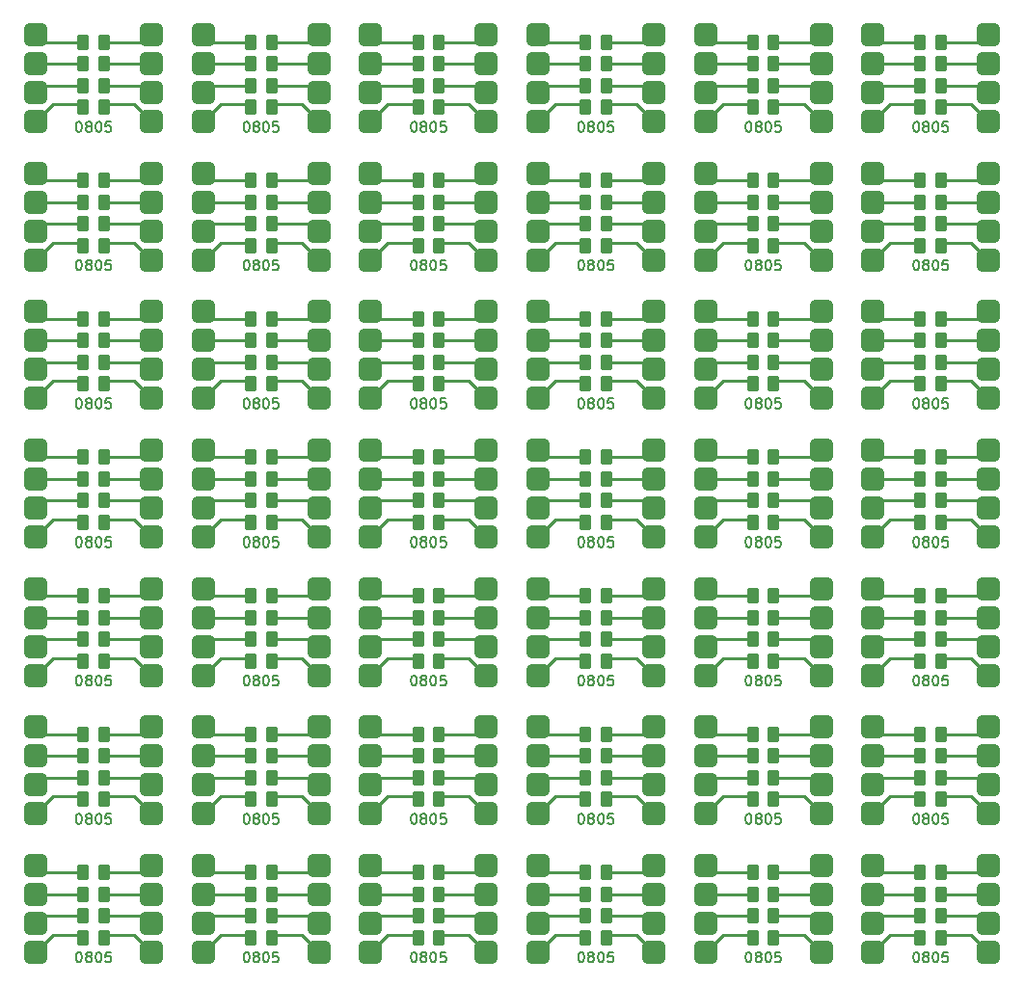
<source format=gbr>
%TF.GenerationSoftware,KiCad,Pcbnew,7.0.10-7.0.10~ubuntu22.04.1*%
%TF.CreationDate,2024-02-06T07:23:41+01:00*%
%TF.ProjectId,ManhattanPanels-0805,4d616e68-6174-4746-916e-50616e656c73,rev?*%
%TF.SameCoordinates,Original*%
%TF.FileFunction,Copper,L1,Top*%
%TF.FilePolarity,Positive*%
%FSLAX46Y46*%
G04 Gerber Fmt 4.6, Leading zero omitted, Abs format (unit mm)*
G04 Created by KiCad (PCBNEW 7.0.10-7.0.10~ubuntu22.04.1) date 2024-02-06 07:23:41*
%MOMM*%
%LPD*%
G01*
G04 APERTURE LIST*
G04 Aperture macros list*
%AMRoundRect*
0 Rectangle with rounded corners*
0 $1 Rounding radius*
0 $2 $3 $4 $5 $6 $7 $8 $9 X,Y pos of 4 corners*
0 Add a 4 corners polygon primitive as box body*
4,1,4,$2,$3,$4,$5,$6,$7,$8,$9,$2,$3,0*
0 Add four circle primitives for the rounded corners*
1,1,$1+$1,$2,$3*
1,1,$1+$1,$4,$5*
1,1,$1+$1,$6,$7*
1,1,$1+$1,$8,$9*
0 Add four rect primitives between the rounded corners*
20,1,$1+$1,$2,$3,$4,$5,0*
20,1,$1+$1,$4,$5,$6,$7,0*
20,1,$1+$1,$6,$7,$8,$9,0*
20,1,$1+$1,$8,$9,$2,$3,0*%
G04 Aperture macros list end*
%ADD10C,0.187500*%
%TA.AperFunction,NonConductor*%
%ADD11C,0.187500*%
%TD*%
%TA.AperFunction,SMDPad,CuDef*%
%ADD12RoundRect,0.400000X-0.600000X-0.600000X0.600000X-0.600000X0.600000X0.600000X-0.600000X0.600000X0*%
%TD*%
%TA.AperFunction,SMDPad,CuDef*%
%ADD13RoundRect,0.250000X-0.262500X-0.450000X0.262500X-0.450000X0.262500X0.450000X-0.262500X0.450000X0*%
%TD*%
%TA.AperFunction,Conductor*%
%ADD14C,0.250000*%
%TD*%
G04 APERTURE END LIST*
D10*
D11*
X125121428Y-95686107D02*
X125207142Y-95686107D01*
X125207142Y-95686107D02*
X125292856Y-95728964D01*
X125292856Y-95728964D02*
X125335714Y-95771821D01*
X125335714Y-95771821D02*
X125378571Y-95857535D01*
X125378571Y-95857535D02*
X125421428Y-96028964D01*
X125421428Y-96028964D02*
X125421428Y-96243250D01*
X125421428Y-96243250D02*
X125378571Y-96414678D01*
X125378571Y-96414678D02*
X125335714Y-96500392D01*
X125335714Y-96500392D02*
X125292856Y-96543250D01*
X125292856Y-96543250D02*
X125207142Y-96586107D01*
X125207142Y-96586107D02*
X125121428Y-96586107D01*
X125121428Y-96586107D02*
X125035714Y-96543250D01*
X125035714Y-96543250D02*
X124992856Y-96500392D01*
X124992856Y-96500392D02*
X124949999Y-96414678D01*
X124949999Y-96414678D02*
X124907142Y-96243250D01*
X124907142Y-96243250D02*
X124907142Y-96028964D01*
X124907142Y-96028964D02*
X124949999Y-95857535D01*
X124949999Y-95857535D02*
X124992856Y-95771821D01*
X124992856Y-95771821D02*
X125035714Y-95728964D01*
X125035714Y-95728964D02*
X125121428Y-95686107D01*
X125935714Y-96071821D02*
X125849999Y-96028964D01*
X125849999Y-96028964D02*
X125807142Y-95986107D01*
X125807142Y-95986107D02*
X125764285Y-95900392D01*
X125764285Y-95900392D02*
X125764285Y-95857535D01*
X125764285Y-95857535D02*
X125807142Y-95771821D01*
X125807142Y-95771821D02*
X125849999Y-95728964D01*
X125849999Y-95728964D02*
X125935714Y-95686107D01*
X125935714Y-95686107D02*
X126107142Y-95686107D01*
X126107142Y-95686107D02*
X126192857Y-95728964D01*
X126192857Y-95728964D02*
X126235714Y-95771821D01*
X126235714Y-95771821D02*
X126278571Y-95857535D01*
X126278571Y-95857535D02*
X126278571Y-95900392D01*
X126278571Y-95900392D02*
X126235714Y-95986107D01*
X126235714Y-95986107D02*
X126192857Y-96028964D01*
X126192857Y-96028964D02*
X126107142Y-96071821D01*
X126107142Y-96071821D02*
X125935714Y-96071821D01*
X125935714Y-96071821D02*
X125849999Y-96114678D01*
X125849999Y-96114678D02*
X125807142Y-96157535D01*
X125807142Y-96157535D02*
X125764285Y-96243250D01*
X125764285Y-96243250D02*
X125764285Y-96414678D01*
X125764285Y-96414678D02*
X125807142Y-96500392D01*
X125807142Y-96500392D02*
X125849999Y-96543250D01*
X125849999Y-96543250D02*
X125935714Y-96586107D01*
X125935714Y-96586107D02*
X126107142Y-96586107D01*
X126107142Y-96586107D02*
X126192857Y-96543250D01*
X126192857Y-96543250D02*
X126235714Y-96500392D01*
X126235714Y-96500392D02*
X126278571Y-96414678D01*
X126278571Y-96414678D02*
X126278571Y-96243250D01*
X126278571Y-96243250D02*
X126235714Y-96157535D01*
X126235714Y-96157535D02*
X126192857Y-96114678D01*
X126192857Y-96114678D02*
X126107142Y-96071821D01*
X126835714Y-95686107D02*
X126921428Y-95686107D01*
X126921428Y-95686107D02*
X127007142Y-95728964D01*
X127007142Y-95728964D02*
X127050000Y-95771821D01*
X127050000Y-95771821D02*
X127092857Y-95857535D01*
X127092857Y-95857535D02*
X127135714Y-96028964D01*
X127135714Y-96028964D02*
X127135714Y-96243250D01*
X127135714Y-96243250D02*
X127092857Y-96414678D01*
X127092857Y-96414678D02*
X127050000Y-96500392D01*
X127050000Y-96500392D02*
X127007142Y-96543250D01*
X127007142Y-96543250D02*
X126921428Y-96586107D01*
X126921428Y-96586107D02*
X126835714Y-96586107D01*
X126835714Y-96586107D02*
X126750000Y-96543250D01*
X126750000Y-96543250D02*
X126707142Y-96500392D01*
X126707142Y-96500392D02*
X126664285Y-96414678D01*
X126664285Y-96414678D02*
X126621428Y-96243250D01*
X126621428Y-96243250D02*
X126621428Y-96028964D01*
X126621428Y-96028964D02*
X126664285Y-95857535D01*
X126664285Y-95857535D02*
X126707142Y-95771821D01*
X126707142Y-95771821D02*
X126750000Y-95728964D01*
X126750000Y-95728964D02*
X126835714Y-95686107D01*
X127950000Y-95686107D02*
X127521428Y-95686107D01*
X127521428Y-95686107D02*
X127478571Y-96114678D01*
X127478571Y-96114678D02*
X127521428Y-96071821D01*
X127521428Y-96071821D02*
X127607143Y-96028964D01*
X127607143Y-96028964D02*
X127821428Y-96028964D01*
X127821428Y-96028964D02*
X127907143Y-96071821D01*
X127907143Y-96071821D02*
X127950000Y-96114678D01*
X127950000Y-96114678D02*
X127992857Y-96200392D01*
X127992857Y-96200392D02*
X127992857Y-96414678D01*
X127992857Y-96414678D02*
X127950000Y-96500392D01*
X127950000Y-96500392D02*
X127907143Y-96543250D01*
X127907143Y-96543250D02*
X127821428Y-96586107D01*
X127821428Y-96586107D02*
X127607143Y-96586107D01*
X127607143Y-96586107D02*
X127521428Y-96543250D01*
X127521428Y-96543250D02*
X127478571Y-96500392D01*
D10*
D11*
X139821428Y-71366107D02*
X139907142Y-71366107D01*
X139907142Y-71366107D02*
X139992856Y-71408964D01*
X139992856Y-71408964D02*
X140035714Y-71451821D01*
X140035714Y-71451821D02*
X140078571Y-71537535D01*
X140078571Y-71537535D02*
X140121428Y-71708964D01*
X140121428Y-71708964D02*
X140121428Y-71923250D01*
X140121428Y-71923250D02*
X140078571Y-72094678D01*
X140078571Y-72094678D02*
X140035714Y-72180392D01*
X140035714Y-72180392D02*
X139992856Y-72223250D01*
X139992856Y-72223250D02*
X139907142Y-72266107D01*
X139907142Y-72266107D02*
X139821428Y-72266107D01*
X139821428Y-72266107D02*
X139735714Y-72223250D01*
X139735714Y-72223250D02*
X139692856Y-72180392D01*
X139692856Y-72180392D02*
X139649999Y-72094678D01*
X139649999Y-72094678D02*
X139607142Y-71923250D01*
X139607142Y-71923250D02*
X139607142Y-71708964D01*
X139607142Y-71708964D02*
X139649999Y-71537535D01*
X139649999Y-71537535D02*
X139692856Y-71451821D01*
X139692856Y-71451821D02*
X139735714Y-71408964D01*
X139735714Y-71408964D02*
X139821428Y-71366107D01*
X140635714Y-71751821D02*
X140549999Y-71708964D01*
X140549999Y-71708964D02*
X140507142Y-71666107D01*
X140507142Y-71666107D02*
X140464285Y-71580392D01*
X140464285Y-71580392D02*
X140464285Y-71537535D01*
X140464285Y-71537535D02*
X140507142Y-71451821D01*
X140507142Y-71451821D02*
X140549999Y-71408964D01*
X140549999Y-71408964D02*
X140635714Y-71366107D01*
X140635714Y-71366107D02*
X140807142Y-71366107D01*
X140807142Y-71366107D02*
X140892857Y-71408964D01*
X140892857Y-71408964D02*
X140935714Y-71451821D01*
X140935714Y-71451821D02*
X140978571Y-71537535D01*
X140978571Y-71537535D02*
X140978571Y-71580392D01*
X140978571Y-71580392D02*
X140935714Y-71666107D01*
X140935714Y-71666107D02*
X140892857Y-71708964D01*
X140892857Y-71708964D02*
X140807142Y-71751821D01*
X140807142Y-71751821D02*
X140635714Y-71751821D01*
X140635714Y-71751821D02*
X140549999Y-71794678D01*
X140549999Y-71794678D02*
X140507142Y-71837535D01*
X140507142Y-71837535D02*
X140464285Y-71923250D01*
X140464285Y-71923250D02*
X140464285Y-72094678D01*
X140464285Y-72094678D02*
X140507142Y-72180392D01*
X140507142Y-72180392D02*
X140549999Y-72223250D01*
X140549999Y-72223250D02*
X140635714Y-72266107D01*
X140635714Y-72266107D02*
X140807142Y-72266107D01*
X140807142Y-72266107D02*
X140892857Y-72223250D01*
X140892857Y-72223250D02*
X140935714Y-72180392D01*
X140935714Y-72180392D02*
X140978571Y-72094678D01*
X140978571Y-72094678D02*
X140978571Y-71923250D01*
X140978571Y-71923250D02*
X140935714Y-71837535D01*
X140935714Y-71837535D02*
X140892857Y-71794678D01*
X140892857Y-71794678D02*
X140807142Y-71751821D01*
X141535714Y-71366107D02*
X141621428Y-71366107D01*
X141621428Y-71366107D02*
X141707142Y-71408964D01*
X141707142Y-71408964D02*
X141750000Y-71451821D01*
X141750000Y-71451821D02*
X141792857Y-71537535D01*
X141792857Y-71537535D02*
X141835714Y-71708964D01*
X141835714Y-71708964D02*
X141835714Y-71923250D01*
X141835714Y-71923250D02*
X141792857Y-72094678D01*
X141792857Y-72094678D02*
X141750000Y-72180392D01*
X141750000Y-72180392D02*
X141707142Y-72223250D01*
X141707142Y-72223250D02*
X141621428Y-72266107D01*
X141621428Y-72266107D02*
X141535714Y-72266107D01*
X141535714Y-72266107D02*
X141450000Y-72223250D01*
X141450000Y-72223250D02*
X141407142Y-72180392D01*
X141407142Y-72180392D02*
X141364285Y-72094678D01*
X141364285Y-72094678D02*
X141321428Y-71923250D01*
X141321428Y-71923250D02*
X141321428Y-71708964D01*
X141321428Y-71708964D02*
X141364285Y-71537535D01*
X141364285Y-71537535D02*
X141407142Y-71451821D01*
X141407142Y-71451821D02*
X141450000Y-71408964D01*
X141450000Y-71408964D02*
X141535714Y-71366107D01*
X142650000Y-71366107D02*
X142221428Y-71366107D01*
X142221428Y-71366107D02*
X142178571Y-71794678D01*
X142178571Y-71794678D02*
X142221428Y-71751821D01*
X142221428Y-71751821D02*
X142307143Y-71708964D01*
X142307143Y-71708964D02*
X142521428Y-71708964D01*
X142521428Y-71708964D02*
X142607143Y-71751821D01*
X142607143Y-71751821D02*
X142650000Y-71794678D01*
X142650000Y-71794678D02*
X142692857Y-71880392D01*
X142692857Y-71880392D02*
X142692857Y-72094678D01*
X142692857Y-72094678D02*
X142650000Y-72180392D01*
X142650000Y-72180392D02*
X142607143Y-72223250D01*
X142607143Y-72223250D02*
X142521428Y-72266107D01*
X142521428Y-72266107D02*
X142307143Y-72266107D01*
X142307143Y-72266107D02*
X142221428Y-72223250D01*
X142221428Y-72223250D02*
X142178571Y-72180392D01*
D10*
D11*
X169221428Y-59206107D02*
X169307142Y-59206107D01*
X169307142Y-59206107D02*
X169392856Y-59248964D01*
X169392856Y-59248964D02*
X169435714Y-59291821D01*
X169435714Y-59291821D02*
X169478571Y-59377535D01*
X169478571Y-59377535D02*
X169521428Y-59548964D01*
X169521428Y-59548964D02*
X169521428Y-59763250D01*
X169521428Y-59763250D02*
X169478571Y-59934678D01*
X169478571Y-59934678D02*
X169435714Y-60020392D01*
X169435714Y-60020392D02*
X169392856Y-60063250D01*
X169392856Y-60063250D02*
X169307142Y-60106107D01*
X169307142Y-60106107D02*
X169221428Y-60106107D01*
X169221428Y-60106107D02*
X169135714Y-60063250D01*
X169135714Y-60063250D02*
X169092856Y-60020392D01*
X169092856Y-60020392D02*
X169049999Y-59934678D01*
X169049999Y-59934678D02*
X169007142Y-59763250D01*
X169007142Y-59763250D02*
X169007142Y-59548964D01*
X169007142Y-59548964D02*
X169049999Y-59377535D01*
X169049999Y-59377535D02*
X169092856Y-59291821D01*
X169092856Y-59291821D02*
X169135714Y-59248964D01*
X169135714Y-59248964D02*
X169221428Y-59206107D01*
X170035714Y-59591821D02*
X169949999Y-59548964D01*
X169949999Y-59548964D02*
X169907142Y-59506107D01*
X169907142Y-59506107D02*
X169864285Y-59420392D01*
X169864285Y-59420392D02*
X169864285Y-59377535D01*
X169864285Y-59377535D02*
X169907142Y-59291821D01*
X169907142Y-59291821D02*
X169949999Y-59248964D01*
X169949999Y-59248964D02*
X170035714Y-59206107D01*
X170035714Y-59206107D02*
X170207142Y-59206107D01*
X170207142Y-59206107D02*
X170292857Y-59248964D01*
X170292857Y-59248964D02*
X170335714Y-59291821D01*
X170335714Y-59291821D02*
X170378571Y-59377535D01*
X170378571Y-59377535D02*
X170378571Y-59420392D01*
X170378571Y-59420392D02*
X170335714Y-59506107D01*
X170335714Y-59506107D02*
X170292857Y-59548964D01*
X170292857Y-59548964D02*
X170207142Y-59591821D01*
X170207142Y-59591821D02*
X170035714Y-59591821D01*
X170035714Y-59591821D02*
X169949999Y-59634678D01*
X169949999Y-59634678D02*
X169907142Y-59677535D01*
X169907142Y-59677535D02*
X169864285Y-59763250D01*
X169864285Y-59763250D02*
X169864285Y-59934678D01*
X169864285Y-59934678D02*
X169907142Y-60020392D01*
X169907142Y-60020392D02*
X169949999Y-60063250D01*
X169949999Y-60063250D02*
X170035714Y-60106107D01*
X170035714Y-60106107D02*
X170207142Y-60106107D01*
X170207142Y-60106107D02*
X170292857Y-60063250D01*
X170292857Y-60063250D02*
X170335714Y-60020392D01*
X170335714Y-60020392D02*
X170378571Y-59934678D01*
X170378571Y-59934678D02*
X170378571Y-59763250D01*
X170378571Y-59763250D02*
X170335714Y-59677535D01*
X170335714Y-59677535D02*
X170292857Y-59634678D01*
X170292857Y-59634678D02*
X170207142Y-59591821D01*
X170935714Y-59206107D02*
X171021428Y-59206107D01*
X171021428Y-59206107D02*
X171107142Y-59248964D01*
X171107142Y-59248964D02*
X171150000Y-59291821D01*
X171150000Y-59291821D02*
X171192857Y-59377535D01*
X171192857Y-59377535D02*
X171235714Y-59548964D01*
X171235714Y-59548964D02*
X171235714Y-59763250D01*
X171235714Y-59763250D02*
X171192857Y-59934678D01*
X171192857Y-59934678D02*
X171150000Y-60020392D01*
X171150000Y-60020392D02*
X171107142Y-60063250D01*
X171107142Y-60063250D02*
X171021428Y-60106107D01*
X171021428Y-60106107D02*
X170935714Y-60106107D01*
X170935714Y-60106107D02*
X170850000Y-60063250D01*
X170850000Y-60063250D02*
X170807142Y-60020392D01*
X170807142Y-60020392D02*
X170764285Y-59934678D01*
X170764285Y-59934678D02*
X170721428Y-59763250D01*
X170721428Y-59763250D02*
X170721428Y-59548964D01*
X170721428Y-59548964D02*
X170764285Y-59377535D01*
X170764285Y-59377535D02*
X170807142Y-59291821D01*
X170807142Y-59291821D02*
X170850000Y-59248964D01*
X170850000Y-59248964D02*
X170935714Y-59206107D01*
X172050000Y-59206107D02*
X171621428Y-59206107D01*
X171621428Y-59206107D02*
X171578571Y-59634678D01*
X171578571Y-59634678D02*
X171621428Y-59591821D01*
X171621428Y-59591821D02*
X171707143Y-59548964D01*
X171707143Y-59548964D02*
X171921428Y-59548964D01*
X171921428Y-59548964D02*
X172007143Y-59591821D01*
X172007143Y-59591821D02*
X172050000Y-59634678D01*
X172050000Y-59634678D02*
X172092857Y-59720392D01*
X172092857Y-59720392D02*
X172092857Y-59934678D01*
X172092857Y-59934678D02*
X172050000Y-60020392D01*
X172050000Y-60020392D02*
X172007143Y-60063250D01*
X172007143Y-60063250D02*
X171921428Y-60106107D01*
X171921428Y-60106107D02*
X171707143Y-60106107D01*
X171707143Y-60106107D02*
X171621428Y-60063250D01*
X171621428Y-60063250D02*
X171578571Y-60020392D01*
D10*
D11*
X169221428Y-95686107D02*
X169307142Y-95686107D01*
X169307142Y-95686107D02*
X169392856Y-95728964D01*
X169392856Y-95728964D02*
X169435714Y-95771821D01*
X169435714Y-95771821D02*
X169478571Y-95857535D01*
X169478571Y-95857535D02*
X169521428Y-96028964D01*
X169521428Y-96028964D02*
X169521428Y-96243250D01*
X169521428Y-96243250D02*
X169478571Y-96414678D01*
X169478571Y-96414678D02*
X169435714Y-96500392D01*
X169435714Y-96500392D02*
X169392856Y-96543250D01*
X169392856Y-96543250D02*
X169307142Y-96586107D01*
X169307142Y-96586107D02*
X169221428Y-96586107D01*
X169221428Y-96586107D02*
X169135714Y-96543250D01*
X169135714Y-96543250D02*
X169092856Y-96500392D01*
X169092856Y-96500392D02*
X169049999Y-96414678D01*
X169049999Y-96414678D02*
X169007142Y-96243250D01*
X169007142Y-96243250D02*
X169007142Y-96028964D01*
X169007142Y-96028964D02*
X169049999Y-95857535D01*
X169049999Y-95857535D02*
X169092856Y-95771821D01*
X169092856Y-95771821D02*
X169135714Y-95728964D01*
X169135714Y-95728964D02*
X169221428Y-95686107D01*
X170035714Y-96071821D02*
X169949999Y-96028964D01*
X169949999Y-96028964D02*
X169907142Y-95986107D01*
X169907142Y-95986107D02*
X169864285Y-95900392D01*
X169864285Y-95900392D02*
X169864285Y-95857535D01*
X169864285Y-95857535D02*
X169907142Y-95771821D01*
X169907142Y-95771821D02*
X169949999Y-95728964D01*
X169949999Y-95728964D02*
X170035714Y-95686107D01*
X170035714Y-95686107D02*
X170207142Y-95686107D01*
X170207142Y-95686107D02*
X170292857Y-95728964D01*
X170292857Y-95728964D02*
X170335714Y-95771821D01*
X170335714Y-95771821D02*
X170378571Y-95857535D01*
X170378571Y-95857535D02*
X170378571Y-95900392D01*
X170378571Y-95900392D02*
X170335714Y-95986107D01*
X170335714Y-95986107D02*
X170292857Y-96028964D01*
X170292857Y-96028964D02*
X170207142Y-96071821D01*
X170207142Y-96071821D02*
X170035714Y-96071821D01*
X170035714Y-96071821D02*
X169949999Y-96114678D01*
X169949999Y-96114678D02*
X169907142Y-96157535D01*
X169907142Y-96157535D02*
X169864285Y-96243250D01*
X169864285Y-96243250D02*
X169864285Y-96414678D01*
X169864285Y-96414678D02*
X169907142Y-96500392D01*
X169907142Y-96500392D02*
X169949999Y-96543250D01*
X169949999Y-96543250D02*
X170035714Y-96586107D01*
X170035714Y-96586107D02*
X170207142Y-96586107D01*
X170207142Y-96586107D02*
X170292857Y-96543250D01*
X170292857Y-96543250D02*
X170335714Y-96500392D01*
X170335714Y-96500392D02*
X170378571Y-96414678D01*
X170378571Y-96414678D02*
X170378571Y-96243250D01*
X170378571Y-96243250D02*
X170335714Y-96157535D01*
X170335714Y-96157535D02*
X170292857Y-96114678D01*
X170292857Y-96114678D02*
X170207142Y-96071821D01*
X170935714Y-95686107D02*
X171021428Y-95686107D01*
X171021428Y-95686107D02*
X171107142Y-95728964D01*
X171107142Y-95728964D02*
X171150000Y-95771821D01*
X171150000Y-95771821D02*
X171192857Y-95857535D01*
X171192857Y-95857535D02*
X171235714Y-96028964D01*
X171235714Y-96028964D02*
X171235714Y-96243250D01*
X171235714Y-96243250D02*
X171192857Y-96414678D01*
X171192857Y-96414678D02*
X171150000Y-96500392D01*
X171150000Y-96500392D02*
X171107142Y-96543250D01*
X171107142Y-96543250D02*
X171021428Y-96586107D01*
X171021428Y-96586107D02*
X170935714Y-96586107D01*
X170935714Y-96586107D02*
X170850000Y-96543250D01*
X170850000Y-96543250D02*
X170807142Y-96500392D01*
X170807142Y-96500392D02*
X170764285Y-96414678D01*
X170764285Y-96414678D02*
X170721428Y-96243250D01*
X170721428Y-96243250D02*
X170721428Y-96028964D01*
X170721428Y-96028964D02*
X170764285Y-95857535D01*
X170764285Y-95857535D02*
X170807142Y-95771821D01*
X170807142Y-95771821D02*
X170850000Y-95728964D01*
X170850000Y-95728964D02*
X170935714Y-95686107D01*
X172050000Y-95686107D02*
X171621428Y-95686107D01*
X171621428Y-95686107D02*
X171578571Y-96114678D01*
X171578571Y-96114678D02*
X171621428Y-96071821D01*
X171621428Y-96071821D02*
X171707143Y-96028964D01*
X171707143Y-96028964D02*
X171921428Y-96028964D01*
X171921428Y-96028964D02*
X172007143Y-96071821D01*
X172007143Y-96071821D02*
X172050000Y-96114678D01*
X172050000Y-96114678D02*
X172092857Y-96200392D01*
X172092857Y-96200392D02*
X172092857Y-96414678D01*
X172092857Y-96414678D02*
X172050000Y-96500392D01*
X172050000Y-96500392D02*
X172007143Y-96543250D01*
X172007143Y-96543250D02*
X171921428Y-96586107D01*
X171921428Y-96586107D02*
X171707143Y-96586107D01*
X171707143Y-96586107D02*
X171621428Y-96543250D01*
X171621428Y-96543250D02*
X171578571Y-96500392D01*
D10*
D11*
X110421428Y-83526107D02*
X110507142Y-83526107D01*
X110507142Y-83526107D02*
X110592856Y-83568964D01*
X110592856Y-83568964D02*
X110635714Y-83611821D01*
X110635714Y-83611821D02*
X110678571Y-83697535D01*
X110678571Y-83697535D02*
X110721428Y-83868964D01*
X110721428Y-83868964D02*
X110721428Y-84083250D01*
X110721428Y-84083250D02*
X110678571Y-84254678D01*
X110678571Y-84254678D02*
X110635714Y-84340392D01*
X110635714Y-84340392D02*
X110592856Y-84383250D01*
X110592856Y-84383250D02*
X110507142Y-84426107D01*
X110507142Y-84426107D02*
X110421428Y-84426107D01*
X110421428Y-84426107D02*
X110335714Y-84383250D01*
X110335714Y-84383250D02*
X110292856Y-84340392D01*
X110292856Y-84340392D02*
X110249999Y-84254678D01*
X110249999Y-84254678D02*
X110207142Y-84083250D01*
X110207142Y-84083250D02*
X110207142Y-83868964D01*
X110207142Y-83868964D02*
X110249999Y-83697535D01*
X110249999Y-83697535D02*
X110292856Y-83611821D01*
X110292856Y-83611821D02*
X110335714Y-83568964D01*
X110335714Y-83568964D02*
X110421428Y-83526107D01*
X111235714Y-83911821D02*
X111149999Y-83868964D01*
X111149999Y-83868964D02*
X111107142Y-83826107D01*
X111107142Y-83826107D02*
X111064285Y-83740392D01*
X111064285Y-83740392D02*
X111064285Y-83697535D01*
X111064285Y-83697535D02*
X111107142Y-83611821D01*
X111107142Y-83611821D02*
X111149999Y-83568964D01*
X111149999Y-83568964D02*
X111235714Y-83526107D01*
X111235714Y-83526107D02*
X111407142Y-83526107D01*
X111407142Y-83526107D02*
X111492857Y-83568964D01*
X111492857Y-83568964D02*
X111535714Y-83611821D01*
X111535714Y-83611821D02*
X111578571Y-83697535D01*
X111578571Y-83697535D02*
X111578571Y-83740392D01*
X111578571Y-83740392D02*
X111535714Y-83826107D01*
X111535714Y-83826107D02*
X111492857Y-83868964D01*
X111492857Y-83868964D02*
X111407142Y-83911821D01*
X111407142Y-83911821D02*
X111235714Y-83911821D01*
X111235714Y-83911821D02*
X111149999Y-83954678D01*
X111149999Y-83954678D02*
X111107142Y-83997535D01*
X111107142Y-83997535D02*
X111064285Y-84083250D01*
X111064285Y-84083250D02*
X111064285Y-84254678D01*
X111064285Y-84254678D02*
X111107142Y-84340392D01*
X111107142Y-84340392D02*
X111149999Y-84383250D01*
X111149999Y-84383250D02*
X111235714Y-84426107D01*
X111235714Y-84426107D02*
X111407142Y-84426107D01*
X111407142Y-84426107D02*
X111492857Y-84383250D01*
X111492857Y-84383250D02*
X111535714Y-84340392D01*
X111535714Y-84340392D02*
X111578571Y-84254678D01*
X111578571Y-84254678D02*
X111578571Y-84083250D01*
X111578571Y-84083250D02*
X111535714Y-83997535D01*
X111535714Y-83997535D02*
X111492857Y-83954678D01*
X111492857Y-83954678D02*
X111407142Y-83911821D01*
X112135714Y-83526107D02*
X112221428Y-83526107D01*
X112221428Y-83526107D02*
X112307142Y-83568964D01*
X112307142Y-83568964D02*
X112350000Y-83611821D01*
X112350000Y-83611821D02*
X112392857Y-83697535D01*
X112392857Y-83697535D02*
X112435714Y-83868964D01*
X112435714Y-83868964D02*
X112435714Y-84083250D01*
X112435714Y-84083250D02*
X112392857Y-84254678D01*
X112392857Y-84254678D02*
X112350000Y-84340392D01*
X112350000Y-84340392D02*
X112307142Y-84383250D01*
X112307142Y-84383250D02*
X112221428Y-84426107D01*
X112221428Y-84426107D02*
X112135714Y-84426107D01*
X112135714Y-84426107D02*
X112050000Y-84383250D01*
X112050000Y-84383250D02*
X112007142Y-84340392D01*
X112007142Y-84340392D02*
X111964285Y-84254678D01*
X111964285Y-84254678D02*
X111921428Y-84083250D01*
X111921428Y-84083250D02*
X111921428Y-83868964D01*
X111921428Y-83868964D02*
X111964285Y-83697535D01*
X111964285Y-83697535D02*
X112007142Y-83611821D01*
X112007142Y-83611821D02*
X112050000Y-83568964D01*
X112050000Y-83568964D02*
X112135714Y-83526107D01*
X113250000Y-83526107D02*
X112821428Y-83526107D01*
X112821428Y-83526107D02*
X112778571Y-83954678D01*
X112778571Y-83954678D02*
X112821428Y-83911821D01*
X112821428Y-83911821D02*
X112907143Y-83868964D01*
X112907143Y-83868964D02*
X113121428Y-83868964D01*
X113121428Y-83868964D02*
X113207143Y-83911821D01*
X113207143Y-83911821D02*
X113250000Y-83954678D01*
X113250000Y-83954678D02*
X113292857Y-84040392D01*
X113292857Y-84040392D02*
X113292857Y-84254678D01*
X113292857Y-84254678D02*
X113250000Y-84340392D01*
X113250000Y-84340392D02*
X113207143Y-84383250D01*
X113207143Y-84383250D02*
X113121428Y-84426107D01*
X113121428Y-84426107D02*
X112907143Y-84426107D01*
X112907143Y-84426107D02*
X112821428Y-84383250D01*
X112821428Y-84383250D02*
X112778571Y-84340392D01*
D10*
D11*
X154521428Y-95686107D02*
X154607142Y-95686107D01*
X154607142Y-95686107D02*
X154692856Y-95728964D01*
X154692856Y-95728964D02*
X154735714Y-95771821D01*
X154735714Y-95771821D02*
X154778571Y-95857535D01*
X154778571Y-95857535D02*
X154821428Y-96028964D01*
X154821428Y-96028964D02*
X154821428Y-96243250D01*
X154821428Y-96243250D02*
X154778571Y-96414678D01*
X154778571Y-96414678D02*
X154735714Y-96500392D01*
X154735714Y-96500392D02*
X154692856Y-96543250D01*
X154692856Y-96543250D02*
X154607142Y-96586107D01*
X154607142Y-96586107D02*
X154521428Y-96586107D01*
X154521428Y-96586107D02*
X154435714Y-96543250D01*
X154435714Y-96543250D02*
X154392856Y-96500392D01*
X154392856Y-96500392D02*
X154349999Y-96414678D01*
X154349999Y-96414678D02*
X154307142Y-96243250D01*
X154307142Y-96243250D02*
X154307142Y-96028964D01*
X154307142Y-96028964D02*
X154349999Y-95857535D01*
X154349999Y-95857535D02*
X154392856Y-95771821D01*
X154392856Y-95771821D02*
X154435714Y-95728964D01*
X154435714Y-95728964D02*
X154521428Y-95686107D01*
X155335714Y-96071821D02*
X155249999Y-96028964D01*
X155249999Y-96028964D02*
X155207142Y-95986107D01*
X155207142Y-95986107D02*
X155164285Y-95900392D01*
X155164285Y-95900392D02*
X155164285Y-95857535D01*
X155164285Y-95857535D02*
X155207142Y-95771821D01*
X155207142Y-95771821D02*
X155249999Y-95728964D01*
X155249999Y-95728964D02*
X155335714Y-95686107D01*
X155335714Y-95686107D02*
X155507142Y-95686107D01*
X155507142Y-95686107D02*
X155592857Y-95728964D01*
X155592857Y-95728964D02*
X155635714Y-95771821D01*
X155635714Y-95771821D02*
X155678571Y-95857535D01*
X155678571Y-95857535D02*
X155678571Y-95900392D01*
X155678571Y-95900392D02*
X155635714Y-95986107D01*
X155635714Y-95986107D02*
X155592857Y-96028964D01*
X155592857Y-96028964D02*
X155507142Y-96071821D01*
X155507142Y-96071821D02*
X155335714Y-96071821D01*
X155335714Y-96071821D02*
X155249999Y-96114678D01*
X155249999Y-96114678D02*
X155207142Y-96157535D01*
X155207142Y-96157535D02*
X155164285Y-96243250D01*
X155164285Y-96243250D02*
X155164285Y-96414678D01*
X155164285Y-96414678D02*
X155207142Y-96500392D01*
X155207142Y-96500392D02*
X155249999Y-96543250D01*
X155249999Y-96543250D02*
X155335714Y-96586107D01*
X155335714Y-96586107D02*
X155507142Y-96586107D01*
X155507142Y-96586107D02*
X155592857Y-96543250D01*
X155592857Y-96543250D02*
X155635714Y-96500392D01*
X155635714Y-96500392D02*
X155678571Y-96414678D01*
X155678571Y-96414678D02*
X155678571Y-96243250D01*
X155678571Y-96243250D02*
X155635714Y-96157535D01*
X155635714Y-96157535D02*
X155592857Y-96114678D01*
X155592857Y-96114678D02*
X155507142Y-96071821D01*
X156235714Y-95686107D02*
X156321428Y-95686107D01*
X156321428Y-95686107D02*
X156407142Y-95728964D01*
X156407142Y-95728964D02*
X156450000Y-95771821D01*
X156450000Y-95771821D02*
X156492857Y-95857535D01*
X156492857Y-95857535D02*
X156535714Y-96028964D01*
X156535714Y-96028964D02*
X156535714Y-96243250D01*
X156535714Y-96243250D02*
X156492857Y-96414678D01*
X156492857Y-96414678D02*
X156450000Y-96500392D01*
X156450000Y-96500392D02*
X156407142Y-96543250D01*
X156407142Y-96543250D02*
X156321428Y-96586107D01*
X156321428Y-96586107D02*
X156235714Y-96586107D01*
X156235714Y-96586107D02*
X156150000Y-96543250D01*
X156150000Y-96543250D02*
X156107142Y-96500392D01*
X156107142Y-96500392D02*
X156064285Y-96414678D01*
X156064285Y-96414678D02*
X156021428Y-96243250D01*
X156021428Y-96243250D02*
X156021428Y-96028964D01*
X156021428Y-96028964D02*
X156064285Y-95857535D01*
X156064285Y-95857535D02*
X156107142Y-95771821D01*
X156107142Y-95771821D02*
X156150000Y-95728964D01*
X156150000Y-95728964D02*
X156235714Y-95686107D01*
X157350000Y-95686107D02*
X156921428Y-95686107D01*
X156921428Y-95686107D02*
X156878571Y-96114678D01*
X156878571Y-96114678D02*
X156921428Y-96071821D01*
X156921428Y-96071821D02*
X157007143Y-96028964D01*
X157007143Y-96028964D02*
X157221428Y-96028964D01*
X157221428Y-96028964D02*
X157307143Y-96071821D01*
X157307143Y-96071821D02*
X157350000Y-96114678D01*
X157350000Y-96114678D02*
X157392857Y-96200392D01*
X157392857Y-96200392D02*
X157392857Y-96414678D01*
X157392857Y-96414678D02*
X157350000Y-96500392D01*
X157350000Y-96500392D02*
X157307143Y-96543250D01*
X157307143Y-96543250D02*
X157221428Y-96586107D01*
X157221428Y-96586107D02*
X157007143Y-96586107D01*
X157007143Y-96586107D02*
X156921428Y-96543250D01*
X156921428Y-96543250D02*
X156878571Y-96500392D01*
D10*
D11*
X169221428Y-34886107D02*
X169307142Y-34886107D01*
X169307142Y-34886107D02*
X169392856Y-34928964D01*
X169392856Y-34928964D02*
X169435714Y-34971821D01*
X169435714Y-34971821D02*
X169478571Y-35057535D01*
X169478571Y-35057535D02*
X169521428Y-35228964D01*
X169521428Y-35228964D02*
X169521428Y-35443250D01*
X169521428Y-35443250D02*
X169478571Y-35614678D01*
X169478571Y-35614678D02*
X169435714Y-35700392D01*
X169435714Y-35700392D02*
X169392856Y-35743250D01*
X169392856Y-35743250D02*
X169307142Y-35786107D01*
X169307142Y-35786107D02*
X169221428Y-35786107D01*
X169221428Y-35786107D02*
X169135714Y-35743250D01*
X169135714Y-35743250D02*
X169092856Y-35700392D01*
X169092856Y-35700392D02*
X169049999Y-35614678D01*
X169049999Y-35614678D02*
X169007142Y-35443250D01*
X169007142Y-35443250D02*
X169007142Y-35228964D01*
X169007142Y-35228964D02*
X169049999Y-35057535D01*
X169049999Y-35057535D02*
X169092856Y-34971821D01*
X169092856Y-34971821D02*
X169135714Y-34928964D01*
X169135714Y-34928964D02*
X169221428Y-34886107D01*
X170035714Y-35271821D02*
X169949999Y-35228964D01*
X169949999Y-35228964D02*
X169907142Y-35186107D01*
X169907142Y-35186107D02*
X169864285Y-35100392D01*
X169864285Y-35100392D02*
X169864285Y-35057535D01*
X169864285Y-35057535D02*
X169907142Y-34971821D01*
X169907142Y-34971821D02*
X169949999Y-34928964D01*
X169949999Y-34928964D02*
X170035714Y-34886107D01*
X170035714Y-34886107D02*
X170207142Y-34886107D01*
X170207142Y-34886107D02*
X170292857Y-34928964D01*
X170292857Y-34928964D02*
X170335714Y-34971821D01*
X170335714Y-34971821D02*
X170378571Y-35057535D01*
X170378571Y-35057535D02*
X170378571Y-35100392D01*
X170378571Y-35100392D02*
X170335714Y-35186107D01*
X170335714Y-35186107D02*
X170292857Y-35228964D01*
X170292857Y-35228964D02*
X170207142Y-35271821D01*
X170207142Y-35271821D02*
X170035714Y-35271821D01*
X170035714Y-35271821D02*
X169949999Y-35314678D01*
X169949999Y-35314678D02*
X169907142Y-35357535D01*
X169907142Y-35357535D02*
X169864285Y-35443250D01*
X169864285Y-35443250D02*
X169864285Y-35614678D01*
X169864285Y-35614678D02*
X169907142Y-35700392D01*
X169907142Y-35700392D02*
X169949999Y-35743250D01*
X169949999Y-35743250D02*
X170035714Y-35786107D01*
X170035714Y-35786107D02*
X170207142Y-35786107D01*
X170207142Y-35786107D02*
X170292857Y-35743250D01*
X170292857Y-35743250D02*
X170335714Y-35700392D01*
X170335714Y-35700392D02*
X170378571Y-35614678D01*
X170378571Y-35614678D02*
X170378571Y-35443250D01*
X170378571Y-35443250D02*
X170335714Y-35357535D01*
X170335714Y-35357535D02*
X170292857Y-35314678D01*
X170292857Y-35314678D02*
X170207142Y-35271821D01*
X170935714Y-34886107D02*
X171021428Y-34886107D01*
X171021428Y-34886107D02*
X171107142Y-34928964D01*
X171107142Y-34928964D02*
X171150000Y-34971821D01*
X171150000Y-34971821D02*
X171192857Y-35057535D01*
X171192857Y-35057535D02*
X171235714Y-35228964D01*
X171235714Y-35228964D02*
X171235714Y-35443250D01*
X171235714Y-35443250D02*
X171192857Y-35614678D01*
X171192857Y-35614678D02*
X171150000Y-35700392D01*
X171150000Y-35700392D02*
X171107142Y-35743250D01*
X171107142Y-35743250D02*
X171021428Y-35786107D01*
X171021428Y-35786107D02*
X170935714Y-35786107D01*
X170935714Y-35786107D02*
X170850000Y-35743250D01*
X170850000Y-35743250D02*
X170807142Y-35700392D01*
X170807142Y-35700392D02*
X170764285Y-35614678D01*
X170764285Y-35614678D02*
X170721428Y-35443250D01*
X170721428Y-35443250D02*
X170721428Y-35228964D01*
X170721428Y-35228964D02*
X170764285Y-35057535D01*
X170764285Y-35057535D02*
X170807142Y-34971821D01*
X170807142Y-34971821D02*
X170850000Y-34928964D01*
X170850000Y-34928964D02*
X170935714Y-34886107D01*
X172050000Y-34886107D02*
X171621428Y-34886107D01*
X171621428Y-34886107D02*
X171578571Y-35314678D01*
X171578571Y-35314678D02*
X171621428Y-35271821D01*
X171621428Y-35271821D02*
X171707143Y-35228964D01*
X171707143Y-35228964D02*
X171921428Y-35228964D01*
X171921428Y-35228964D02*
X172007143Y-35271821D01*
X172007143Y-35271821D02*
X172050000Y-35314678D01*
X172050000Y-35314678D02*
X172092857Y-35400392D01*
X172092857Y-35400392D02*
X172092857Y-35614678D01*
X172092857Y-35614678D02*
X172050000Y-35700392D01*
X172050000Y-35700392D02*
X172007143Y-35743250D01*
X172007143Y-35743250D02*
X171921428Y-35786107D01*
X171921428Y-35786107D02*
X171707143Y-35786107D01*
X171707143Y-35786107D02*
X171621428Y-35743250D01*
X171621428Y-35743250D02*
X171578571Y-35700392D01*
D10*
D11*
X154521428Y-83526107D02*
X154607142Y-83526107D01*
X154607142Y-83526107D02*
X154692856Y-83568964D01*
X154692856Y-83568964D02*
X154735714Y-83611821D01*
X154735714Y-83611821D02*
X154778571Y-83697535D01*
X154778571Y-83697535D02*
X154821428Y-83868964D01*
X154821428Y-83868964D02*
X154821428Y-84083250D01*
X154821428Y-84083250D02*
X154778571Y-84254678D01*
X154778571Y-84254678D02*
X154735714Y-84340392D01*
X154735714Y-84340392D02*
X154692856Y-84383250D01*
X154692856Y-84383250D02*
X154607142Y-84426107D01*
X154607142Y-84426107D02*
X154521428Y-84426107D01*
X154521428Y-84426107D02*
X154435714Y-84383250D01*
X154435714Y-84383250D02*
X154392856Y-84340392D01*
X154392856Y-84340392D02*
X154349999Y-84254678D01*
X154349999Y-84254678D02*
X154307142Y-84083250D01*
X154307142Y-84083250D02*
X154307142Y-83868964D01*
X154307142Y-83868964D02*
X154349999Y-83697535D01*
X154349999Y-83697535D02*
X154392856Y-83611821D01*
X154392856Y-83611821D02*
X154435714Y-83568964D01*
X154435714Y-83568964D02*
X154521428Y-83526107D01*
X155335714Y-83911821D02*
X155249999Y-83868964D01*
X155249999Y-83868964D02*
X155207142Y-83826107D01*
X155207142Y-83826107D02*
X155164285Y-83740392D01*
X155164285Y-83740392D02*
X155164285Y-83697535D01*
X155164285Y-83697535D02*
X155207142Y-83611821D01*
X155207142Y-83611821D02*
X155249999Y-83568964D01*
X155249999Y-83568964D02*
X155335714Y-83526107D01*
X155335714Y-83526107D02*
X155507142Y-83526107D01*
X155507142Y-83526107D02*
X155592857Y-83568964D01*
X155592857Y-83568964D02*
X155635714Y-83611821D01*
X155635714Y-83611821D02*
X155678571Y-83697535D01*
X155678571Y-83697535D02*
X155678571Y-83740392D01*
X155678571Y-83740392D02*
X155635714Y-83826107D01*
X155635714Y-83826107D02*
X155592857Y-83868964D01*
X155592857Y-83868964D02*
X155507142Y-83911821D01*
X155507142Y-83911821D02*
X155335714Y-83911821D01*
X155335714Y-83911821D02*
X155249999Y-83954678D01*
X155249999Y-83954678D02*
X155207142Y-83997535D01*
X155207142Y-83997535D02*
X155164285Y-84083250D01*
X155164285Y-84083250D02*
X155164285Y-84254678D01*
X155164285Y-84254678D02*
X155207142Y-84340392D01*
X155207142Y-84340392D02*
X155249999Y-84383250D01*
X155249999Y-84383250D02*
X155335714Y-84426107D01*
X155335714Y-84426107D02*
X155507142Y-84426107D01*
X155507142Y-84426107D02*
X155592857Y-84383250D01*
X155592857Y-84383250D02*
X155635714Y-84340392D01*
X155635714Y-84340392D02*
X155678571Y-84254678D01*
X155678571Y-84254678D02*
X155678571Y-84083250D01*
X155678571Y-84083250D02*
X155635714Y-83997535D01*
X155635714Y-83997535D02*
X155592857Y-83954678D01*
X155592857Y-83954678D02*
X155507142Y-83911821D01*
X156235714Y-83526107D02*
X156321428Y-83526107D01*
X156321428Y-83526107D02*
X156407142Y-83568964D01*
X156407142Y-83568964D02*
X156450000Y-83611821D01*
X156450000Y-83611821D02*
X156492857Y-83697535D01*
X156492857Y-83697535D02*
X156535714Y-83868964D01*
X156535714Y-83868964D02*
X156535714Y-84083250D01*
X156535714Y-84083250D02*
X156492857Y-84254678D01*
X156492857Y-84254678D02*
X156450000Y-84340392D01*
X156450000Y-84340392D02*
X156407142Y-84383250D01*
X156407142Y-84383250D02*
X156321428Y-84426107D01*
X156321428Y-84426107D02*
X156235714Y-84426107D01*
X156235714Y-84426107D02*
X156150000Y-84383250D01*
X156150000Y-84383250D02*
X156107142Y-84340392D01*
X156107142Y-84340392D02*
X156064285Y-84254678D01*
X156064285Y-84254678D02*
X156021428Y-84083250D01*
X156021428Y-84083250D02*
X156021428Y-83868964D01*
X156021428Y-83868964D02*
X156064285Y-83697535D01*
X156064285Y-83697535D02*
X156107142Y-83611821D01*
X156107142Y-83611821D02*
X156150000Y-83568964D01*
X156150000Y-83568964D02*
X156235714Y-83526107D01*
X157350000Y-83526107D02*
X156921428Y-83526107D01*
X156921428Y-83526107D02*
X156878571Y-83954678D01*
X156878571Y-83954678D02*
X156921428Y-83911821D01*
X156921428Y-83911821D02*
X157007143Y-83868964D01*
X157007143Y-83868964D02*
X157221428Y-83868964D01*
X157221428Y-83868964D02*
X157307143Y-83911821D01*
X157307143Y-83911821D02*
X157350000Y-83954678D01*
X157350000Y-83954678D02*
X157392857Y-84040392D01*
X157392857Y-84040392D02*
X157392857Y-84254678D01*
X157392857Y-84254678D02*
X157350000Y-84340392D01*
X157350000Y-84340392D02*
X157307143Y-84383250D01*
X157307143Y-84383250D02*
X157221428Y-84426107D01*
X157221428Y-84426107D02*
X157007143Y-84426107D01*
X157007143Y-84426107D02*
X156921428Y-84383250D01*
X156921428Y-84383250D02*
X156878571Y-84340392D01*
D10*
D11*
X125121428Y-47046107D02*
X125207142Y-47046107D01*
X125207142Y-47046107D02*
X125292856Y-47088964D01*
X125292856Y-47088964D02*
X125335714Y-47131821D01*
X125335714Y-47131821D02*
X125378571Y-47217535D01*
X125378571Y-47217535D02*
X125421428Y-47388964D01*
X125421428Y-47388964D02*
X125421428Y-47603250D01*
X125421428Y-47603250D02*
X125378571Y-47774678D01*
X125378571Y-47774678D02*
X125335714Y-47860392D01*
X125335714Y-47860392D02*
X125292856Y-47903250D01*
X125292856Y-47903250D02*
X125207142Y-47946107D01*
X125207142Y-47946107D02*
X125121428Y-47946107D01*
X125121428Y-47946107D02*
X125035714Y-47903250D01*
X125035714Y-47903250D02*
X124992856Y-47860392D01*
X124992856Y-47860392D02*
X124949999Y-47774678D01*
X124949999Y-47774678D02*
X124907142Y-47603250D01*
X124907142Y-47603250D02*
X124907142Y-47388964D01*
X124907142Y-47388964D02*
X124949999Y-47217535D01*
X124949999Y-47217535D02*
X124992856Y-47131821D01*
X124992856Y-47131821D02*
X125035714Y-47088964D01*
X125035714Y-47088964D02*
X125121428Y-47046107D01*
X125935714Y-47431821D02*
X125849999Y-47388964D01*
X125849999Y-47388964D02*
X125807142Y-47346107D01*
X125807142Y-47346107D02*
X125764285Y-47260392D01*
X125764285Y-47260392D02*
X125764285Y-47217535D01*
X125764285Y-47217535D02*
X125807142Y-47131821D01*
X125807142Y-47131821D02*
X125849999Y-47088964D01*
X125849999Y-47088964D02*
X125935714Y-47046107D01*
X125935714Y-47046107D02*
X126107142Y-47046107D01*
X126107142Y-47046107D02*
X126192857Y-47088964D01*
X126192857Y-47088964D02*
X126235714Y-47131821D01*
X126235714Y-47131821D02*
X126278571Y-47217535D01*
X126278571Y-47217535D02*
X126278571Y-47260392D01*
X126278571Y-47260392D02*
X126235714Y-47346107D01*
X126235714Y-47346107D02*
X126192857Y-47388964D01*
X126192857Y-47388964D02*
X126107142Y-47431821D01*
X126107142Y-47431821D02*
X125935714Y-47431821D01*
X125935714Y-47431821D02*
X125849999Y-47474678D01*
X125849999Y-47474678D02*
X125807142Y-47517535D01*
X125807142Y-47517535D02*
X125764285Y-47603250D01*
X125764285Y-47603250D02*
X125764285Y-47774678D01*
X125764285Y-47774678D02*
X125807142Y-47860392D01*
X125807142Y-47860392D02*
X125849999Y-47903250D01*
X125849999Y-47903250D02*
X125935714Y-47946107D01*
X125935714Y-47946107D02*
X126107142Y-47946107D01*
X126107142Y-47946107D02*
X126192857Y-47903250D01*
X126192857Y-47903250D02*
X126235714Y-47860392D01*
X126235714Y-47860392D02*
X126278571Y-47774678D01*
X126278571Y-47774678D02*
X126278571Y-47603250D01*
X126278571Y-47603250D02*
X126235714Y-47517535D01*
X126235714Y-47517535D02*
X126192857Y-47474678D01*
X126192857Y-47474678D02*
X126107142Y-47431821D01*
X126835714Y-47046107D02*
X126921428Y-47046107D01*
X126921428Y-47046107D02*
X127007142Y-47088964D01*
X127007142Y-47088964D02*
X127050000Y-47131821D01*
X127050000Y-47131821D02*
X127092857Y-47217535D01*
X127092857Y-47217535D02*
X127135714Y-47388964D01*
X127135714Y-47388964D02*
X127135714Y-47603250D01*
X127135714Y-47603250D02*
X127092857Y-47774678D01*
X127092857Y-47774678D02*
X127050000Y-47860392D01*
X127050000Y-47860392D02*
X127007142Y-47903250D01*
X127007142Y-47903250D02*
X126921428Y-47946107D01*
X126921428Y-47946107D02*
X126835714Y-47946107D01*
X126835714Y-47946107D02*
X126750000Y-47903250D01*
X126750000Y-47903250D02*
X126707142Y-47860392D01*
X126707142Y-47860392D02*
X126664285Y-47774678D01*
X126664285Y-47774678D02*
X126621428Y-47603250D01*
X126621428Y-47603250D02*
X126621428Y-47388964D01*
X126621428Y-47388964D02*
X126664285Y-47217535D01*
X126664285Y-47217535D02*
X126707142Y-47131821D01*
X126707142Y-47131821D02*
X126750000Y-47088964D01*
X126750000Y-47088964D02*
X126835714Y-47046107D01*
X127950000Y-47046107D02*
X127521428Y-47046107D01*
X127521428Y-47046107D02*
X127478571Y-47474678D01*
X127478571Y-47474678D02*
X127521428Y-47431821D01*
X127521428Y-47431821D02*
X127607143Y-47388964D01*
X127607143Y-47388964D02*
X127821428Y-47388964D01*
X127821428Y-47388964D02*
X127907143Y-47431821D01*
X127907143Y-47431821D02*
X127950000Y-47474678D01*
X127950000Y-47474678D02*
X127992857Y-47560392D01*
X127992857Y-47560392D02*
X127992857Y-47774678D01*
X127992857Y-47774678D02*
X127950000Y-47860392D01*
X127950000Y-47860392D02*
X127907143Y-47903250D01*
X127907143Y-47903250D02*
X127821428Y-47946107D01*
X127821428Y-47946107D02*
X127607143Y-47946107D01*
X127607143Y-47946107D02*
X127521428Y-47903250D01*
X127521428Y-47903250D02*
X127478571Y-47860392D01*
D10*
D11*
X183921428Y-71366107D02*
X184007142Y-71366107D01*
X184007142Y-71366107D02*
X184092856Y-71408964D01*
X184092856Y-71408964D02*
X184135714Y-71451821D01*
X184135714Y-71451821D02*
X184178571Y-71537535D01*
X184178571Y-71537535D02*
X184221428Y-71708964D01*
X184221428Y-71708964D02*
X184221428Y-71923250D01*
X184221428Y-71923250D02*
X184178571Y-72094678D01*
X184178571Y-72094678D02*
X184135714Y-72180392D01*
X184135714Y-72180392D02*
X184092856Y-72223250D01*
X184092856Y-72223250D02*
X184007142Y-72266107D01*
X184007142Y-72266107D02*
X183921428Y-72266107D01*
X183921428Y-72266107D02*
X183835714Y-72223250D01*
X183835714Y-72223250D02*
X183792856Y-72180392D01*
X183792856Y-72180392D02*
X183749999Y-72094678D01*
X183749999Y-72094678D02*
X183707142Y-71923250D01*
X183707142Y-71923250D02*
X183707142Y-71708964D01*
X183707142Y-71708964D02*
X183749999Y-71537535D01*
X183749999Y-71537535D02*
X183792856Y-71451821D01*
X183792856Y-71451821D02*
X183835714Y-71408964D01*
X183835714Y-71408964D02*
X183921428Y-71366107D01*
X184735714Y-71751821D02*
X184649999Y-71708964D01*
X184649999Y-71708964D02*
X184607142Y-71666107D01*
X184607142Y-71666107D02*
X184564285Y-71580392D01*
X184564285Y-71580392D02*
X184564285Y-71537535D01*
X184564285Y-71537535D02*
X184607142Y-71451821D01*
X184607142Y-71451821D02*
X184649999Y-71408964D01*
X184649999Y-71408964D02*
X184735714Y-71366107D01*
X184735714Y-71366107D02*
X184907142Y-71366107D01*
X184907142Y-71366107D02*
X184992857Y-71408964D01*
X184992857Y-71408964D02*
X185035714Y-71451821D01*
X185035714Y-71451821D02*
X185078571Y-71537535D01*
X185078571Y-71537535D02*
X185078571Y-71580392D01*
X185078571Y-71580392D02*
X185035714Y-71666107D01*
X185035714Y-71666107D02*
X184992857Y-71708964D01*
X184992857Y-71708964D02*
X184907142Y-71751821D01*
X184907142Y-71751821D02*
X184735714Y-71751821D01*
X184735714Y-71751821D02*
X184649999Y-71794678D01*
X184649999Y-71794678D02*
X184607142Y-71837535D01*
X184607142Y-71837535D02*
X184564285Y-71923250D01*
X184564285Y-71923250D02*
X184564285Y-72094678D01*
X184564285Y-72094678D02*
X184607142Y-72180392D01*
X184607142Y-72180392D02*
X184649999Y-72223250D01*
X184649999Y-72223250D02*
X184735714Y-72266107D01*
X184735714Y-72266107D02*
X184907142Y-72266107D01*
X184907142Y-72266107D02*
X184992857Y-72223250D01*
X184992857Y-72223250D02*
X185035714Y-72180392D01*
X185035714Y-72180392D02*
X185078571Y-72094678D01*
X185078571Y-72094678D02*
X185078571Y-71923250D01*
X185078571Y-71923250D02*
X185035714Y-71837535D01*
X185035714Y-71837535D02*
X184992857Y-71794678D01*
X184992857Y-71794678D02*
X184907142Y-71751821D01*
X185635714Y-71366107D02*
X185721428Y-71366107D01*
X185721428Y-71366107D02*
X185807142Y-71408964D01*
X185807142Y-71408964D02*
X185850000Y-71451821D01*
X185850000Y-71451821D02*
X185892857Y-71537535D01*
X185892857Y-71537535D02*
X185935714Y-71708964D01*
X185935714Y-71708964D02*
X185935714Y-71923250D01*
X185935714Y-71923250D02*
X185892857Y-72094678D01*
X185892857Y-72094678D02*
X185850000Y-72180392D01*
X185850000Y-72180392D02*
X185807142Y-72223250D01*
X185807142Y-72223250D02*
X185721428Y-72266107D01*
X185721428Y-72266107D02*
X185635714Y-72266107D01*
X185635714Y-72266107D02*
X185550000Y-72223250D01*
X185550000Y-72223250D02*
X185507142Y-72180392D01*
X185507142Y-72180392D02*
X185464285Y-72094678D01*
X185464285Y-72094678D02*
X185421428Y-71923250D01*
X185421428Y-71923250D02*
X185421428Y-71708964D01*
X185421428Y-71708964D02*
X185464285Y-71537535D01*
X185464285Y-71537535D02*
X185507142Y-71451821D01*
X185507142Y-71451821D02*
X185550000Y-71408964D01*
X185550000Y-71408964D02*
X185635714Y-71366107D01*
X186750000Y-71366107D02*
X186321428Y-71366107D01*
X186321428Y-71366107D02*
X186278571Y-71794678D01*
X186278571Y-71794678D02*
X186321428Y-71751821D01*
X186321428Y-71751821D02*
X186407143Y-71708964D01*
X186407143Y-71708964D02*
X186621428Y-71708964D01*
X186621428Y-71708964D02*
X186707143Y-71751821D01*
X186707143Y-71751821D02*
X186750000Y-71794678D01*
X186750000Y-71794678D02*
X186792857Y-71880392D01*
X186792857Y-71880392D02*
X186792857Y-72094678D01*
X186792857Y-72094678D02*
X186750000Y-72180392D01*
X186750000Y-72180392D02*
X186707143Y-72223250D01*
X186707143Y-72223250D02*
X186621428Y-72266107D01*
X186621428Y-72266107D02*
X186407143Y-72266107D01*
X186407143Y-72266107D02*
X186321428Y-72223250D01*
X186321428Y-72223250D02*
X186278571Y-72180392D01*
D10*
D11*
X125121428Y-59206107D02*
X125207142Y-59206107D01*
X125207142Y-59206107D02*
X125292856Y-59248964D01*
X125292856Y-59248964D02*
X125335714Y-59291821D01*
X125335714Y-59291821D02*
X125378571Y-59377535D01*
X125378571Y-59377535D02*
X125421428Y-59548964D01*
X125421428Y-59548964D02*
X125421428Y-59763250D01*
X125421428Y-59763250D02*
X125378571Y-59934678D01*
X125378571Y-59934678D02*
X125335714Y-60020392D01*
X125335714Y-60020392D02*
X125292856Y-60063250D01*
X125292856Y-60063250D02*
X125207142Y-60106107D01*
X125207142Y-60106107D02*
X125121428Y-60106107D01*
X125121428Y-60106107D02*
X125035714Y-60063250D01*
X125035714Y-60063250D02*
X124992856Y-60020392D01*
X124992856Y-60020392D02*
X124949999Y-59934678D01*
X124949999Y-59934678D02*
X124907142Y-59763250D01*
X124907142Y-59763250D02*
X124907142Y-59548964D01*
X124907142Y-59548964D02*
X124949999Y-59377535D01*
X124949999Y-59377535D02*
X124992856Y-59291821D01*
X124992856Y-59291821D02*
X125035714Y-59248964D01*
X125035714Y-59248964D02*
X125121428Y-59206107D01*
X125935714Y-59591821D02*
X125849999Y-59548964D01*
X125849999Y-59548964D02*
X125807142Y-59506107D01*
X125807142Y-59506107D02*
X125764285Y-59420392D01*
X125764285Y-59420392D02*
X125764285Y-59377535D01*
X125764285Y-59377535D02*
X125807142Y-59291821D01*
X125807142Y-59291821D02*
X125849999Y-59248964D01*
X125849999Y-59248964D02*
X125935714Y-59206107D01*
X125935714Y-59206107D02*
X126107142Y-59206107D01*
X126107142Y-59206107D02*
X126192857Y-59248964D01*
X126192857Y-59248964D02*
X126235714Y-59291821D01*
X126235714Y-59291821D02*
X126278571Y-59377535D01*
X126278571Y-59377535D02*
X126278571Y-59420392D01*
X126278571Y-59420392D02*
X126235714Y-59506107D01*
X126235714Y-59506107D02*
X126192857Y-59548964D01*
X126192857Y-59548964D02*
X126107142Y-59591821D01*
X126107142Y-59591821D02*
X125935714Y-59591821D01*
X125935714Y-59591821D02*
X125849999Y-59634678D01*
X125849999Y-59634678D02*
X125807142Y-59677535D01*
X125807142Y-59677535D02*
X125764285Y-59763250D01*
X125764285Y-59763250D02*
X125764285Y-59934678D01*
X125764285Y-59934678D02*
X125807142Y-60020392D01*
X125807142Y-60020392D02*
X125849999Y-60063250D01*
X125849999Y-60063250D02*
X125935714Y-60106107D01*
X125935714Y-60106107D02*
X126107142Y-60106107D01*
X126107142Y-60106107D02*
X126192857Y-60063250D01*
X126192857Y-60063250D02*
X126235714Y-60020392D01*
X126235714Y-60020392D02*
X126278571Y-59934678D01*
X126278571Y-59934678D02*
X126278571Y-59763250D01*
X126278571Y-59763250D02*
X126235714Y-59677535D01*
X126235714Y-59677535D02*
X126192857Y-59634678D01*
X126192857Y-59634678D02*
X126107142Y-59591821D01*
X126835714Y-59206107D02*
X126921428Y-59206107D01*
X126921428Y-59206107D02*
X127007142Y-59248964D01*
X127007142Y-59248964D02*
X127050000Y-59291821D01*
X127050000Y-59291821D02*
X127092857Y-59377535D01*
X127092857Y-59377535D02*
X127135714Y-59548964D01*
X127135714Y-59548964D02*
X127135714Y-59763250D01*
X127135714Y-59763250D02*
X127092857Y-59934678D01*
X127092857Y-59934678D02*
X127050000Y-60020392D01*
X127050000Y-60020392D02*
X127007142Y-60063250D01*
X127007142Y-60063250D02*
X126921428Y-60106107D01*
X126921428Y-60106107D02*
X126835714Y-60106107D01*
X126835714Y-60106107D02*
X126750000Y-60063250D01*
X126750000Y-60063250D02*
X126707142Y-60020392D01*
X126707142Y-60020392D02*
X126664285Y-59934678D01*
X126664285Y-59934678D02*
X126621428Y-59763250D01*
X126621428Y-59763250D02*
X126621428Y-59548964D01*
X126621428Y-59548964D02*
X126664285Y-59377535D01*
X126664285Y-59377535D02*
X126707142Y-59291821D01*
X126707142Y-59291821D02*
X126750000Y-59248964D01*
X126750000Y-59248964D02*
X126835714Y-59206107D01*
X127950000Y-59206107D02*
X127521428Y-59206107D01*
X127521428Y-59206107D02*
X127478571Y-59634678D01*
X127478571Y-59634678D02*
X127521428Y-59591821D01*
X127521428Y-59591821D02*
X127607143Y-59548964D01*
X127607143Y-59548964D02*
X127821428Y-59548964D01*
X127821428Y-59548964D02*
X127907143Y-59591821D01*
X127907143Y-59591821D02*
X127950000Y-59634678D01*
X127950000Y-59634678D02*
X127992857Y-59720392D01*
X127992857Y-59720392D02*
X127992857Y-59934678D01*
X127992857Y-59934678D02*
X127950000Y-60020392D01*
X127950000Y-60020392D02*
X127907143Y-60063250D01*
X127907143Y-60063250D02*
X127821428Y-60106107D01*
X127821428Y-60106107D02*
X127607143Y-60106107D01*
X127607143Y-60106107D02*
X127521428Y-60063250D01*
X127521428Y-60063250D02*
X127478571Y-60020392D01*
D10*
D11*
X139821428Y-83526107D02*
X139907142Y-83526107D01*
X139907142Y-83526107D02*
X139992856Y-83568964D01*
X139992856Y-83568964D02*
X140035714Y-83611821D01*
X140035714Y-83611821D02*
X140078571Y-83697535D01*
X140078571Y-83697535D02*
X140121428Y-83868964D01*
X140121428Y-83868964D02*
X140121428Y-84083250D01*
X140121428Y-84083250D02*
X140078571Y-84254678D01*
X140078571Y-84254678D02*
X140035714Y-84340392D01*
X140035714Y-84340392D02*
X139992856Y-84383250D01*
X139992856Y-84383250D02*
X139907142Y-84426107D01*
X139907142Y-84426107D02*
X139821428Y-84426107D01*
X139821428Y-84426107D02*
X139735714Y-84383250D01*
X139735714Y-84383250D02*
X139692856Y-84340392D01*
X139692856Y-84340392D02*
X139649999Y-84254678D01*
X139649999Y-84254678D02*
X139607142Y-84083250D01*
X139607142Y-84083250D02*
X139607142Y-83868964D01*
X139607142Y-83868964D02*
X139649999Y-83697535D01*
X139649999Y-83697535D02*
X139692856Y-83611821D01*
X139692856Y-83611821D02*
X139735714Y-83568964D01*
X139735714Y-83568964D02*
X139821428Y-83526107D01*
X140635714Y-83911821D02*
X140549999Y-83868964D01*
X140549999Y-83868964D02*
X140507142Y-83826107D01*
X140507142Y-83826107D02*
X140464285Y-83740392D01*
X140464285Y-83740392D02*
X140464285Y-83697535D01*
X140464285Y-83697535D02*
X140507142Y-83611821D01*
X140507142Y-83611821D02*
X140549999Y-83568964D01*
X140549999Y-83568964D02*
X140635714Y-83526107D01*
X140635714Y-83526107D02*
X140807142Y-83526107D01*
X140807142Y-83526107D02*
X140892857Y-83568964D01*
X140892857Y-83568964D02*
X140935714Y-83611821D01*
X140935714Y-83611821D02*
X140978571Y-83697535D01*
X140978571Y-83697535D02*
X140978571Y-83740392D01*
X140978571Y-83740392D02*
X140935714Y-83826107D01*
X140935714Y-83826107D02*
X140892857Y-83868964D01*
X140892857Y-83868964D02*
X140807142Y-83911821D01*
X140807142Y-83911821D02*
X140635714Y-83911821D01*
X140635714Y-83911821D02*
X140549999Y-83954678D01*
X140549999Y-83954678D02*
X140507142Y-83997535D01*
X140507142Y-83997535D02*
X140464285Y-84083250D01*
X140464285Y-84083250D02*
X140464285Y-84254678D01*
X140464285Y-84254678D02*
X140507142Y-84340392D01*
X140507142Y-84340392D02*
X140549999Y-84383250D01*
X140549999Y-84383250D02*
X140635714Y-84426107D01*
X140635714Y-84426107D02*
X140807142Y-84426107D01*
X140807142Y-84426107D02*
X140892857Y-84383250D01*
X140892857Y-84383250D02*
X140935714Y-84340392D01*
X140935714Y-84340392D02*
X140978571Y-84254678D01*
X140978571Y-84254678D02*
X140978571Y-84083250D01*
X140978571Y-84083250D02*
X140935714Y-83997535D01*
X140935714Y-83997535D02*
X140892857Y-83954678D01*
X140892857Y-83954678D02*
X140807142Y-83911821D01*
X141535714Y-83526107D02*
X141621428Y-83526107D01*
X141621428Y-83526107D02*
X141707142Y-83568964D01*
X141707142Y-83568964D02*
X141750000Y-83611821D01*
X141750000Y-83611821D02*
X141792857Y-83697535D01*
X141792857Y-83697535D02*
X141835714Y-83868964D01*
X141835714Y-83868964D02*
X141835714Y-84083250D01*
X141835714Y-84083250D02*
X141792857Y-84254678D01*
X141792857Y-84254678D02*
X141750000Y-84340392D01*
X141750000Y-84340392D02*
X141707142Y-84383250D01*
X141707142Y-84383250D02*
X141621428Y-84426107D01*
X141621428Y-84426107D02*
X141535714Y-84426107D01*
X141535714Y-84426107D02*
X141450000Y-84383250D01*
X141450000Y-84383250D02*
X141407142Y-84340392D01*
X141407142Y-84340392D02*
X141364285Y-84254678D01*
X141364285Y-84254678D02*
X141321428Y-84083250D01*
X141321428Y-84083250D02*
X141321428Y-83868964D01*
X141321428Y-83868964D02*
X141364285Y-83697535D01*
X141364285Y-83697535D02*
X141407142Y-83611821D01*
X141407142Y-83611821D02*
X141450000Y-83568964D01*
X141450000Y-83568964D02*
X141535714Y-83526107D01*
X142650000Y-83526107D02*
X142221428Y-83526107D01*
X142221428Y-83526107D02*
X142178571Y-83954678D01*
X142178571Y-83954678D02*
X142221428Y-83911821D01*
X142221428Y-83911821D02*
X142307143Y-83868964D01*
X142307143Y-83868964D02*
X142521428Y-83868964D01*
X142521428Y-83868964D02*
X142607143Y-83911821D01*
X142607143Y-83911821D02*
X142650000Y-83954678D01*
X142650000Y-83954678D02*
X142692857Y-84040392D01*
X142692857Y-84040392D02*
X142692857Y-84254678D01*
X142692857Y-84254678D02*
X142650000Y-84340392D01*
X142650000Y-84340392D02*
X142607143Y-84383250D01*
X142607143Y-84383250D02*
X142521428Y-84426107D01*
X142521428Y-84426107D02*
X142307143Y-84426107D01*
X142307143Y-84426107D02*
X142221428Y-84383250D01*
X142221428Y-84383250D02*
X142178571Y-84340392D01*
D10*
D11*
X183921428Y-83526107D02*
X184007142Y-83526107D01*
X184007142Y-83526107D02*
X184092856Y-83568964D01*
X184092856Y-83568964D02*
X184135714Y-83611821D01*
X184135714Y-83611821D02*
X184178571Y-83697535D01*
X184178571Y-83697535D02*
X184221428Y-83868964D01*
X184221428Y-83868964D02*
X184221428Y-84083250D01*
X184221428Y-84083250D02*
X184178571Y-84254678D01*
X184178571Y-84254678D02*
X184135714Y-84340392D01*
X184135714Y-84340392D02*
X184092856Y-84383250D01*
X184092856Y-84383250D02*
X184007142Y-84426107D01*
X184007142Y-84426107D02*
X183921428Y-84426107D01*
X183921428Y-84426107D02*
X183835714Y-84383250D01*
X183835714Y-84383250D02*
X183792856Y-84340392D01*
X183792856Y-84340392D02*
X183749999Y-84254678D01*
X183749999Y-84254678D02*
X183707142Y-84083250D01*
X183707142Y-84083250D02*
X183707142Y-83868964D01*
X183707142Y-83868964D02*
X183749999Y-83697535D01*
X183749999Y-83697535D02*
X183792856Y-83611821D01*
X183792856Y-83611821D02*
X183835714Y-83568964D01*
X183835714Y-83568964D02*
X183921428Y-83526107D01*
X184735714Y-83911821D02*
X184649999Y-83868964D01*
X184649999Y-83868964D02*
X184607142Y-83826107D01*
X184607142Y-83826107D02*
X184564285Y-83740392D01*
X184564285Y-83740392D02*
X184564285Y-83697535D01*
X184564285Y-83697535D02*
X184607142Y-83611821D01*
X184607142Y-83611821D02*
X184649999Y-83568964D01*
X184649999Y-83568964D02*
X184735714Y-83526107D01*
X184735714Y-83526107D02*
X184907142Y-83526107D01*
X184907142Y-83526107D02*
X184992857Y-83568964D01*
X184992857Y-83568964D02*
X185035714Y-83611821D01*
X185035714Y-83611821D02*
X185078571Y-83697535D01*
X185078571Y-83697535D02*
X185078571Y-83740392D01*
X185078571Y-83740392D02*
X185035714Y-83826107D01*
X185035714Y-83826107D02*
X184992857Y-83868964D01*
X184992857Y-83868964D02*
X184907142Y-83911821D01*
X184907142Y-83911821D02*
X184735714Y-83911821D01*
X184735714Y-83911821D02*
X184649999Y-83954678D01*
X184649999Y-83954678D02*
X184607142Y-83997535D01*
X184607142Y-83997535D02*
X184564285Y-84083250D01*
X184564285Y-84083250D02*
X184564285Y-84254678D01*
X184564285Y-84254678D02*
X184607142Y-84340392D01*
X184607142Y-84340392D02*
X184649999Y-84383250D01*
X184649999Y-84383250D02*
X184735714Y-84426107D01*
X184735714Y-84426107D02*
X184907142Y-84426107D01*
X184907142Y-84426107D02*
X184992857Y-84383250D01*
X184992857Y-84383250D02*
X185035714Y-84340392D01*
X185035714Y-84340392D02*
X185078571Y-84254678D01*
X185078571Y-84254678D02*
X185078571Y-84083250D01*
X185078571Y-84083250D02*
X185035714Y-83997535D01*
X185035714Y-83997535D02*
X184992857Y-83954678D01*
X184992857Y-83954678D02*
X184907142Y-83911821D01*
X185635714Y-83526107D02*
X185721428Y-83526107D01*
X185721428Y-83526107D02*
X185807142Y-83568964D01*
X185807142Y-83568964D02*
X185850000Y-83611821D01*
X185850000Y-83611821D02*
X185892857Y-83697535D01*
X185892857Y-83697535D02*
X185935714Y-83868964D01*
X185935714Y-83868964D02*
X185935714Y-84083250D01*
X185935714Y-84083250D02*
X185892857Y-84254678D01*
X185892857Y-84254678D02*
X185850000Y-84340392D01*
X185850000Y-84340392D02*
X185807142Y-84383250D01*
X185807142Y-84383250D02*
X185721428Y-84426107D01*
X185721428Y-84426107D02*
X185635714Y-84426107D01*
X185635714Y-84426107D02*
X185550000Y-84383250D01*
X185550000Y-84383250D02*
X185507142Y-84340392D01*
X185507142Y-84340392D02*
X185464285Y-84254678D01*
X185464285Y-84254678D02*
X185421428Y-84083250D01*
X185421428Y-84083250D02*
X185421428Y-83868964D01*
X185421428Y-83868964D02*
X185464285Y-83697535D01*
X185464285Y-83697535D02*
X185507142Y-83611821D01*
X185507142Y-83611821D02*
X185550000Y-83568964D01*
X185550000Y-83568964D02*
X185635714Y-83526107D01*
X186750000Y-83526107D02*
X186321428Y-83526107D01*
X186321428Y-83526107D02*
X186278571Y-83954678D01*
X186278571Y-83954678D02*
X186321428Y-83911821D01*
X186321428Y-83911821D02*
X186407143Y-83868964D01*
X186407143Y-83868964D02*
X186621428Y-83868964D01*
X186621428Y-83868964D02*
X186707143Y-83911821D01*
X186707143Y-83911821D02*
X186750000Y-83954678D01*
X186750000Y-83954678D02*
X186792857Y-84040392D01*
X186792857Y-84040392D02*
X186792857Y-84254678D01*
X186792857Y-84254678D02*
X186750000Y-84340392D01*
X186750000Y-84340392D02*
X186707143Y-84383250D01*
X186707143Y-84383250D02*
X186621428Y-84426107D01*
X186621428Y-84426107D02*
X186407143Y-84426107D01*
X186407143Y-84426107D02*
X186321428Y-84383250D01*
X186321428Y-84383250D02*
X186278571Y-84340392D01*
D10*
D11*
X183921428Y-107846107D02*
X184007142Y-107846107D01*
X184007142Y-107846107D02*
X184092856Y-107888964D01*
X184092856Y-107888964D02*
X184135714Y-107931821D01*
X184135714Y-107931821D02*
X184178571Y-108017535D01*
X184178571Y-108017535D02*
X184221428Y-108188964D01*
X184221428Y-108188964D02*
X184221428Y-108403250D01*
X184221428Y-108403250D02*
X184178571Y-108574678D01*
X184178571Y-108574678D02*
X184135714Y-108660392D01*
X184135714Y-108660392D02*
X184092856Y-108703250D01*
X184092856Y-108703250D02*
X184007142Y-108746107D01*
X184007142Y-108746107D02*
X183921428Y-108746107D01*
X183921428Y-108746107D02*
X183835714Y-108703250D01*
X183835714Y-108703250D02*
X183792856Y-108660392D01*
X183792856Y-108660392D02*
X183749999Y-108574678D01*
X183749999Y-108574678D02*
X183707142Y-108403250D01*
X183707142Y-108403250D02*
X183707142Y-108188964D01*
X183707142Y-108188964D02*
X183749999Y-108017535D01*
X183749999Y-108017535D02*
X183792856Y-107931821D01*
X183792856Y-107931821D02*
X183835714Y-107888964D01*
X183835714Y-107888964D02*
X183921428Y-107846107D01*
X184735714Y-108231821D02*
X184649999Y-108188964D01*
X184649999Y-108188964D02*
X184607142Y-108146107D01*
X184607142Y-108146107D02*
X184564285Y-108060392D01*
X184564285Y-108060392D02*
X184564285Y-108017535D01*
X184564285Y-108017535D02*
X184607142Y-107931821D01*
X184607142Y-107931821D02*
X184649999Y-107888964D01*
X184649999Y-107888964D02*
X184735714Y-107846107D01*
X184735714Y-107846107D02*
X184907142Y-107846107D01*
X184907142Y-107846107D02*
X184992857Y-107888964D01*
X184992857Y-107888964D02*
X185035714Y-107931821D01*
X185035714Y-107931821D02*
X185078571Y-108017535D01*
X185078571Y-108017535D02*
X185078571Y-108060392D01*
X185078571Y-108060392D02*
X185035714Y-108146107D01*
X185035714Y-108146107D02*
X184992857Y-108188964D01*
X184992857Y-108188964D02*
X184907142Y-108231821D01*
X184907142Y-108231821D02*
X184735714Y-108231821D01*
X184735714Y-108231821D02*
X184649999Y-108274678D01*
X184649999Y-108274678D02*
X184607142Y-108317535D01*
X184607142Y-108317535D02*
X184564285Y-108403250D01*
X184564285Y-108403250D02*
X184564285Y-108574678D01*
X184564285Y-108574678D02*
X184607142Y-108660392D01*
X184607142Y-108660392D02*
X184649999Y-108703250D01*
X184649999Y-108703250D02*
X184735714Y-108746107D01*
X184735714Y-108746107D02*
X184907142Y-108746107D01*
X184907142Y-108746107D02*
X184992857Y-108703250D01*
X184992857Y-108703250D02*
X185035714Y-108660392D01*
X185035714Y-108660392D02*
X185078571Y-108574678D01*
X185078571Y-108574678D02*
X185078571Y-108403250D01*
X185078571Y-108403250D02*
X185035714Y-108317535D01*
X185035714Y-108317535D02*
X184992857Y-108274678D01*
X184992857Y-108274678D02*
X184907142Y-108231821D01*
X185635714Y-107846107D02*
X185721428Y-107846107D01*
X185721428Y-107846107D02*
X185807142Y-107888964D01*
X185807142Y-107888964D02*
X185850000Y-107931821D01*
X185850000Y-107931821D02*
X185892857Y-108017535D01*
X185892857Y-108017535D02*
X185935714Y-108188964D01*
X185935714Y-108188964D02*
X185935714Y-108403250D01*
X185935714Y-108403250D02*
X185892857Y-108574678D01*
X185892857Y-108574678D02*
X185850000Y-108660392D01*
X185850000Y-108660392D02*
X185807142Y-108703250D01*
X185807142Y-108703250D02*
X185721428Y-108746107D01*
X185721428Y-108746107D02*
X185635714Y-108746107D01*
X185635714Y-108746107D02*
X185550000Y-108703250D01*
X185550000Y-108703250D02*
X185507142Y-108660392D01*
X185507142Y-108660392D02*
X185464285Y-108574678D01*
X185464285Y-108574678D02*
X185421428Y-108403250D01*
X185421428Y-108403250D02*
X185421428Y-108188964D01*
X185421428Y-108188964D02*
X185464285Y-108017535D01*
X185464285Y-108017535D02*
X185507142Y-107931821D01*
X185507142Y-107931821D02*
X185550000Y-107888964D01*
X185550000Y-107888964D02*
X185635714Y-107846107D01*
X186750000Y-107846107D02*
X186321428Y-107846107D01*
X186321428Y-107846107D02*
X186278571Y-108274678D01*
X186278571Y-108274678D02*
X186321428Y-108231821D01*
X186321428Y-108231821D02*
X186407143Y-108188964D01*
X186407143Y-108188964D02*
X186621428Y-108188964D01*
X186621428Y-108188964D02*
X186707143Y-108231821D01*
X186707143Y-108231821D02*
X186750000Y-108274678D01*
X186750000Y-108274678D02*
X186792857Y-108360392D01*
X186792857Y-108360392D02*
X186792857Y-108574678D01*
X186792857Y-108574678D02*
X186750000Y-108660392D01*
X186750000Y-108660392D02*
X186707143Y-108703250D01*
X186707143Y-108703250D02*
X186621428Y-108746107D01*
X186621428Y-108746107D02*
X186407143Y-108746107D01*
X186407143Y-108746107D02*
X186321428Y-108703250D01*
X186321428Y-108703250D02*
X186278571Y-108660392D01*
D10*
D11*
X125121428Y-71366107D02*
X125207142Y-71366107D01*
X125207142Y-71366107D02*
X125292856Y-71408964D01*
X125292856Y-71408964D02*
X125335714Y-71451821D01*
X125335714Y-71451821D02*
X125378571Y-71537535D01*
X125378571Y-71537535D02*
X125421428Y-71708964D01*
X125421428Y-71708964D02*
X125421428Y-71923250D01*
X125421428Y-71923250D02*
X125378571Y-72094678D01*
X125378571Y-72094678D02*
X125335714Y-72180392D01*
X125335714Y-72180392D02*
X125292856Y-72223250D01*
X125292856Y-72223250D02*
X125207142Y-72266107D01*
X125207142Y-72266107D02*
X125121428Y-72266107D01*
X125121428Y-72266107D02*
X125035714Y-72223250D01*
X125035714Y-72223250D02*
X124992856Y-72180392D01*
X124992856Y-72180392D02*
X124949999Y-72094678D01*
X124949999Y-72094678D02*
X124907142Y-71923250D01*
X124907142Y-71923250D02*
X124907142Y-71708964D01*
X124907142Y-71708964D02*
X124949999Y-71537535D01*
X124949999Y-71537535D02*
X124992856Y-71451821D01*
X124992856Y-71451821D02*
X125035714Y-71408964D01*
X125035714Y-71408964D02*
X125121428Y-71366107D01*
X125935714Y-71751821D02*
X125849999Y-71708964D01*
X125849999Y-71708964D02*
X125807142Y-71666107D01*
X125807142Y-71666107D02*
X125764285Y-71580392D01*
X125764285Y-71580392D02*
X125764285Y-71537535D01*
X125764285Y-71537535D02*
X125807142Y-71451821D01*
X125807142Y-71451821D02*
X125849999Y-71408964D01*
X125849999Y-71408964D02*
X125935714Y-71366107D01*
X125935714Y-71366107D02*
X126107142Y-71366107D01*
X126107142Y-71366107D02*
X126192857Y-71408964D01*
X126192857Y-71408964D02*
X126235714Y-71451821D01*
X126235714Y-71451821D02*
X126278571Y-71537535D01*
X126278571Y-71537535D02*
X126278571Y-71580392D01*
X126278571Y-71580392D02*
X126235714Y-71666107D01*
X126235714Y-71666107D02*
X126192857Y-71708964D01*
X126192857Y-71708964D02*
X126107142Y-71751821D01*
X126107142Y-71751821D02*
X125935714Y-71751821D01*
X125935714Y-71751821D02*
X125849999Y-71794678D01*
X125849999Y-71794678D02*
X125807142Y-71837535D01*
X125807142Y-71837535D02*
X125764285Y-71923250D01*
X125764285Y-71923250D02*
X125764285Y-72094678D01*
X125764285Y-72094678D02*
X125807142Y-72180392D01*
X125807142Y-72180392D02*
X125849999Y-72223250D01*
X125849999Y-72223250D02*
X125935714Y-72266107D01*
X125935714Y-72266107D02*
X126107142Y-72266107D01*
X126107142Y-72266107D02*
X126192857Y-72223250D01*
X126192857Y-72223250D02*
X126235714Y-72180392D01*
X126235714Y-72180392D02*
X126278571Y-72094678D01*
X126278571Y-72094678D02*
X126278571Y-71923250D01*
X126278571Y-71923250D02*
X126235714Y-71837535D01*
X126235714Y-71837535D02*
X126192857Y-71794678D01*
X126192857Y-71794678D02*
X126107142Y-71751821D01*
X126835714Y-71366107D02*
X126921428Y-71366107D01*
X126921428Y-71366107D02*
X127007142Y-71408964D01*
X127007142Y-71408964D02*
X127050000Y-71451821D01*
X127050000Y-71451821D02*
X127092857Y-71537535D01*
X127092857Y-71537535D02*
X127135714Y-71708964D01*
X127135714Y-71708964D02*
X127135714Y-71923250D01*
X127135714Y-71923250D02*
X127092857Y-72094678D01*
X127092857Y-72094678D02*
X127050000Y-72180392D01*
X127050000Y-72180392D02*
X127007142Y-72223250D01*
X127007142Y-72223250D02*
X126921428Y-72266107D01*
X126921428Y-72266107D02*
X126835714Y-72266107D01*
X126835714Y-72266107D02*
X126750000Y-72223250D01*
X126750000Y-72223250D02*
X126707142Y-72180392D01*
X126707142Y-72180392D02*
X126664285Y-72094678D01*
X126664285Y-72094678D02*
X126621428Y-71923250D01*
X126621428Y-71923250D02*
X126621428Y-71708964D01*
X126621428Y-71708964D02*
X126664285Y-71537535D01*
X126664285Y-71537535D02*
X126707142Y-71451821D01*
X126707142Y-71451821D02*
X126750000Y-71408964D01*
X126750000Y-71408964D02*
X126835714Y-71366107D01*
X127950000Y-71366107D02*
X127521428Y-71366107D01*
X127521428Y-71366107D02*
X127478571Y-71794678D01*
X127478571Y-71794678D02*
X127521428Y-71751821D01*
X127521428Y-71751821D02*
X127607143Y-71708964D01*
X127607143Y-71708964D02*
X127821428Y-71708964D01*
X127821428Y-71708964D02*
X127907143Y-71751821D01*
X127907143Y-71751821D02*
X127950000Y-71794678D01*
X127950000Y-71794678D02*
X127992857Y-71880392D01*
X127992857Y-71880392D02*
X127992857Y-72094678D01*
X127992857Y-72094678D02*
X127950000Y-72180392D01*
X127950000Y-72180392D02*
X127907143Y-72223250D01*
X127907143Y-72223250D02*
X127821428Y-72266107D01*
X127821428Y-72266107D02*
X127607143Y-72266107D01*
X127607143Y-72266107D02*
X127521428Y-72223250D01*
X127521428Y-72223250D02*
X127478571Y-72180392D01*
D10*
D11*
X139821428Y-47046107D02*
X139907142Y-47046107D01*
X139907142Y-47046107D02*
X139992856Y-47088964D01*
X139992856Y-47088964D02*
X140035714Y-47131821D01*
X140035714Y-47131821D02*
X140078571Y-47217535D01*
X140078571Y-47217535D02*
X140121428Y-47388964D01*
X140121428Y-47388964D02*
X140121428Y-47603250D01*
X140121428Y-47603250D02*
X140078571Y-47774678D01*
X140078571Y-47774678D02*
X140035714Y-47860392D01*
X140035714Y-47860392D02*
X139992856Y-47903250D01*
X139992856Y-47903250D02*
X139907142Y-47946107D01*
X139907142Y-47946107D02*
X139821428Y-47946107D01*
X139821428Y-47946107D02*
X139735714Y-47903250D01*
X139735714Y-47903250D02*
X139692856Y-47860392D01*
X139692856Y-47860392D02*
X139649999Y-47774678D01*
X139649999Y-47774678D02*
X139607142Y-47603250D01*
X139607142Y-47603250D02*
X139607142Y-47388964D01*
X139607142Y-47388964D02*
X139649999Y-47217535D01*
X139649999Y-47217535D02*
X139692856Y-47131821D01*
X139692856Y-47131821D02*
X139735714Y-47088964D01*
X139735714Y-47088964D02*
X139821428Y-47046107D01*
X140635714Y-47431821D02*
X140549999Y-47388964D01*
X140549999Y-47388964D02*
X140507142Y-47346107D01*
X140507142Y-47346107D02*
X140464285Y-47260392D01*
X140464285Y-47260392D02*
X140464285Y-47217535D01*
X140464285Y-47217535D02*
X140507142Y-47131821D01*
X140507142Y-47131821D02*
X140549999Y-47088964D01*
X140549999Y-47088964D02*
X140635714Y-47046107D01*
X140635714Y-47046107D02*
X140807142Y-47046107D01*
X140807142Y-47046107D02*
X140892857Y-47088964D01*
X140892857Y-47088964D02*
X140935714Y-47131821D01*
X140935714Y-47131821D02*
X140978571Y-47217535D01*
X140978571Y-47217535D02*
X140978571Y-47260392D01*
X140978571Y-47260392D02*
X140935714Y-47346107D01*
X140935714Y-47346107D02*
X140892857Y-47388964D01*
X140892857Y-47388964D02*
X140807142Y-47431821D01*
X140807142Y-47431821D02*
X140635714Y-47431821D01*
X140635714Y-47431821D02*
X140549999Y-47474678D01*
X140549999Y-47474678D02*
X140507142Y-47517535D01*
X140507142Y-47517535D02*
X140464285Y-47603250D01*
X140464285Y-47603250D02*
X140464285Y-47774678D01*
X140464285Y-47774678D02*
X140507142Y-47860392D01*
X140507142Y-47860392D02*
X140549999Y-47903250D01*
X140549999Y-47903250D02*
X140635714Y-47946107D01*
X140635714Y-47946107D02*
X140807142Y-47946107D01*
X140807142Y-47946107D02*
X140892857Y-47903250D01*
X140892857Y-47903250D02*
X140935714Y-47860392D01*
X140935714Y-47860392D02*
X140978571Y-47774678D01*
X140978571Y-47774678D02*
X140978571Y-47603250D01*
X140978571Y-47603250D02*
X140935714Y-47517535D01*
X140935714Y-47517535D02*
X140892857Y-47474678D01*
X140892857Y-47474678D02*
X140807142Y-47431821D01*
X141535714Y-47046107D02*
X141621428Y-47046107D01*
X141621428Y-47046107D02*
X141707142Y-47088964D01*
X141707142Y-47088964D02*
X141750000Y-47131821D01*
X141750000Y-47131821D02*
X141792857Y-47217535D01*
X141792857Y-47217535D02*
X141835714Y-47388964D01*
X141835714Y-47388964D02*
X141835714Y-47603250D01*
X141835714Y-47603250D02*
X141792857Y-47774678D01*
X141792857Y-47774678D02*
X141750000Y-47860392D01*
X141750000Y-47860392D02*
X141707142Y-47903250D01*
X141707142Y-47903250D02*
X141621428Y-47946107D01*
X141621428Y-47946107D02*
X141535714Y-47946107D01*
X141535714Y-47946107D02*
X141450000Y-47903250D01*
X141450000Y-47903250D02*
X141407142Y-47860392D01*
X141407142Y-47860392D02*
X141364285Y-47774678D01*
X141364285Y-47774678D02*
X141321428Y-47603250D01*
X141321428Y-47603250D02*
X141321428Y-47388964D01*
X141321428Y-47388964D02*
X141364285Y-47217535D01*
X141364285Y-47217535D02*
X141407142Y-47131821D01*
X141407142Y-47131821D02*
X141450000Y-47088964D01*
X141450000Y-47088964D02*
X141535714Y-47046107D01*
X142650000Y-47046107D02*
X142221428Y-47046107D01*
X142221428Y-47046107D02*
X142178571Y-47474678D01*
X142178571Y-47474678D02*
X142221428Y-47431821D01*
X142221428Y-47431821D02*
X142307143Y-47388964D01*
X142307143Y-47388964D02*
X142521428Y-47388964D01*
X142521428Y-47388964D02*
X142607143Y-47431821D01*
X142607143Y-47431821D02*
X142650000Y-47474678D01*
X142650000Y-47474678D02*
X142692857Y-47560392D01*
X142692857Y-47560392D02*
X142692857Y-47774678D01*
X142692857Y-47774678D02*
X142650000Y-47860392D01*
X142650000Y-47860392D02*
X142607143Y-47903250D01*
X142607143Y-47903250D02*
X142521428Y-47946107D01*
X142521428Y-47946107D02*
X142307143Y-47946107D01*
X142307143Y-47946107D02*
X142221428Y-47903250D01*
X142221428Y-47903250D02*
X142178571Y-47860392D01*
D10*
D11*
X169221428Y-107846107D02*
X169307142Y-107846107D01*
X169307142Y-107846107D02*
X169392856Y-107888964D01*
X169392856Y-107888964D02*
X169435714Y-107931821D01*
X169435714Y-107931821D02*
X169478571Y-108017535D01*
X169478571Y-108017535D02*
X169521428Y-108188964D01*
X169521428Y-108188964D02*
X169521428Y-108403250D01*
X169521428Y-108403250D02*
X169478571Y-108574678D01*
X169478571Y-108574678D02*
X169435714Y-108660392D01*
X169435714Y-108660392D02*
X169392856Y-108703250D01*
X169392856Y-108703250D02*
X169307142Y-108746107D01*
X169307142Y-108746107D02*
X169221428Y-108746107D01*
X169221428Y-108746107D02*
X169135714Y-108703250D01*
X169135714Y-108703250D02*
X169092856Y-108660392D01*
X169092856Y-108660392D02*
X169049999Y-108574678D01*
X169049999Y-108574678D02*
X169007142Y-108403250D01*
X169007142Y-108403250D02*
X169007142Y-108188964D01*
X169007142Y-108188964D02*
X169049999Y-108017535D01*
X169049999Y-108017535D02*
X169092856Y-107931821D01*
X169092856Y-107931821D02*
X169135714Y-107888964D01*
X169135714Y-107888964D02*
X169221428Y-107846107D01*
X170035714Y-108231821D02*
X169949999Y-108188964D01*
X169949999Y-108188964D02*
X169907142Y-108146107D01*
X169907142Y-108146107D02*
X169864285Y-108060392D01*
X169864285Y-108060392D02*
X169864285Y-108017535D01*
X169864285Y-108017535D02*
X169907142Y-107931821D01*
X169907142Y-107931821D02*
X169949999Y-107888964D01*
X169949999Y-107888964D02*
X170035714Y-107846107D01*
X170035714Y-107846107D02*
X170207142Y-107846107D01*
X170207142Y-107846107D02*
X170292857Y-107888964D01*
X170292857Y-107888964D02*
X170335714Y-107931821D01*
X170335714Y-107931821D02*
X170378571Y-108017535D01*
X170378571Y-108017535D02*
X170378571Y-108060392D01*
X170378571Y-108060392D02*
X170335714Y-108146107D01*
X170335714Y-108146107D02*
X170292857Y-108188964D01*
X170292857Y-108188964D02*
X170207142Y-108231821D01*
X170207142Y-108231821D02*
X170035714Y-108231821D01*
X170035714Y-108231821D02*
X169949999Y-108274678D01*
X169949999Y-108274678D02*
X169907142Y-108317535D01*
X169907142Y-108317535D02*
X169864285Y-108403250D01*
X169864285Y-108403250D02*
X169864285Y-108574678D01*
X169864285Y-108574678D02*
X169907142Y-108660392D01*
X169907142Y-108660392D02*
X169949999Y-108703250D01*
X169949999Y-108703250D02*
X170035714Y-108746107D01*
X170035714Y-108746107D02*
X170207142Y-108746107D01*
X170207142Y-108746107D02*
X170292857Y-108703250D01*
X170292857Y-108703250D02*
X170335714Y-108660392D01*
X170335714Y-108660392D02*
X170378571Y-108574678D01*
X170378571Y-108574678D02*
X170378571Y-108403250D01*
X170378571Y-108403250D02*
X170335714Y-108317535D01*
X170335714Y-108317535D02*
X170292857Y-108274678D01*
X170292857Y-108274678D02*
X170207142Y-108231821D01*
X170935714Y-107846107D02*
X171021428Y-107846107D01*
X171021428Y-107846107D02*
X171107142Y-107888964D01*
X171107142Y-107888964D02*
X171150000Y-107931821D01*
X171150000Y-107931821D02*
X171192857Y-108017535D01*
X171192857Y-108017535D02*
X171235714Y-108188964D01*
X171235714Y-108188964D02*
X171235714Y-108403250D01*
X171235714Y-108403250D02*
X171192857Y-108574678D01*
X171192857Y-108574678D02*
X171150000Y-108660392D01*
X171150000Y-108660392D02*
X171107142Y-108703250D01*
X171107142Y-108703250D02*
X171021428Y-108746107D01*
X171021428Y-108746107D02*
X170935714Y-108746107D01*
X170935714Y-108746107D02*
X170850000Y-108703250D01*
X170850000Y-108703250D02*
X170807142Y-108660392D01*
X170807142Y-108660392D02*
X170764285Y-108574678D01*
X170764285Y-108574678D02*
X170721428Y-108403250D01*
X170721428Y-108403250D02*
X170721428Y-108188964D01*
X170721428Y-108188964D02*
X170764285Y-108017535D01*
X170764285Y-108017535D02*
X170807142Y-107931821D01*
X170807142Y-107931821D02*
X170850000Y-107888964D01*
X170850000Y-107888964D02*
X170935714Y-107846107D01*
X172050000Y-107846107D02*
X171621428Y-107846107D01*
X171621428Y-107846107D02*
X171578571Y-108274678D01*
X171578571Y-108274678D02*
X171621428Y-108231821D01*
X171621428Y-108231821D02*
X171707143Y-108188964D01*
X171707143Y-108188964D02*
X171921428Y-108188964D01*
X171921428Y-108188964D02*
X172007143Y-108231821D01*
X172007143Y-108231821D02*
X172050000Y-108274678D01*
X172050000Y-108274678D02*
X172092857Y-108360392D01*
X172092857Y-108360392D02*
X172092857Y-108574678D01*
X172092857Y-108574678D02*
X172050000Y-108660392D01*
X172050000Y-108660392D02*
X172007143Y-108703250D01*
X172007143Y-108703250D02*
X171921428Y-108746107D01*
X171921428Y-108746107D02*
X171707143Y-108746107D01*
X171707143Y-108746107D02*
X171621428Y-108703250D01*
X171621428Y-108703250D02*
X171578571Y-108660392D01*
D10*
D11*
X154521428Y-47046107D02*
X154607142Y-47046107D01*
X154607142Y-47046107D02*
X154692856Y-47088964D01*
X154692856Y-47088964D02*
X154735714Y-47131821D01*
X154735714Y-47131821D02*
X154778571Y-47217535D01*
X154778571Y-47217535D02*
X154821428Y-47388964D01*
X154821428Y-47388964D02*
X154821428Y-47603250D01*
X154821428Y-47603250D02*
X154778571Y-47774678D01*
X154778571Y-47774678D02*
X154735714Y-47860392D01*
X154735714Y-47860392D02*
X154692856Y-47903250D01*
X154692856Y-47903250D02*
X154607142Y-47946107D01*
X154607142Y-47946107D02*
X154521428Y-47946107D01*
X154521428Y-47946107D02*
X154435714Y-47903250D01*
X154435714Y-47903250D02*
X154392856Y-47860392D01*
X154392856Y-47860392D02*
X154349999Y-47774678D01*
X154349999Y-47774678D02*
X154307142Y-47603250D01*
X154307142Y-47603250D02*
X154307142Y-47388964D01*
X154307142Y-47388964D02*
X154349999Y-47217535D01*
X154349999Y-47217535D02*
X154392856Y-47131821D01*
X154392856Y-47131821D02*
X154435714Y-47088964D01*
X154435714Y-47088964D02*
X154521428Y-47046107D01*
X155335714Y-47431821D02*
X155249999Y-47388964D01*
X155249999Y-47388964D02*
X155207142Y-47346107D01*
X155207142Y-47346107D02*
X155164285Y-47260392D01*
X155164285Y-47260392D02*
X155164285Y-47217535D01*
X155164285Y-47217535D02*
X155207142Y-47131821D01*
X155207142Y-47131821D02*
X155249999Y-47088964D01*
X155249999Y-47088964D02*
X155335714Y-47046107D01*
X155335714Y-47046107D02*
X155507142Y-47046107D01*
X155507142Y-47046107D02*
X155592857Y-47088964D01*
X155592857Y-47088964D02*
X155635714Y-47131821D01*
X155635714Y-47131821D02*
X155678571Y-47217535D01*
X155678571Y-47217535D02*
X155678571Y-47260392D01*
X155678571Y-47260392D02*
X155635714Y-47346107D01*
X155635714Y-47346107D02*
X155592857Y-47388964D01*
X155592857Y-47388964D02*
X155507142Y-47431821D01*
X155507142Y-47431821D02*
X155335714Y-47431821D01*
X155335714Y-47431821D02*
X155249999Y-47474678D01*
X155249999Y-47474678D02*
X155207142Y-47517535D01*
X155207142Y-47517535D02*
X155164285Y-47603250D01*
X155164285Y-47603250D02*
X155164285Y-47774678D01*
X155164285Y-47774678D02*
X155207142Y-47860392D01*
X155207142Y-47860392D02*
X155249999Y-47903250D01*
X155249999Y-47903250D02*
X155335714Y-47946107D01*
X155335714Y-47946107D02*
X155507142Y-47946107D01*
X155507142Y-47946107D02*
X155592857Y-47903250D01*
X155592857Y-47903250D02*
X155635714Y-47860392D01*
X155635714Y-47860392D02*
X155678571Y-47774678D01*
X155678571Y-47774678D02*
X155678571Y-47603250D01*
X155678571Y-47603250D02*
X155635714Y-47517535D01*
X155635714Y-47517535D02*
X155592857Y-47474678D01*
X155592857Y-47474678D02*
X155507142Y-47431821D01*
X156235714Y-47046107D02*
X156321428Y-47046107D01*
X156321428Y-47046107D02*
X156407142Y-47088964D01*
X156407142Y-47088964D02*
X156450000Y-47131821D01*
X156450000Y-47131821D02*
X156492857Y-47217535D01*
X156492857Y-47217535D02*
X156535714Y-47388964D01*
X156535714Y-47388964D02*
X156535714Y-47603250D01*
X156535714Y-47603250D02*
X156492857Y-47774678D01*
X156492857Y-47774678D02*
X156450000Y-47860392D01*
X156450000Y-47860392D02*
X156407142Y-47903250D01*
X156407142Y-47903250D02*
X156321428Y-47946107D01*
X156321428Y-47946107D02*
X156235714Y-47946107D01*
X156235714Y-47946107D02*
X156150000Y-47903250D01*
X156150000Y-47903250D02*
X156107142Y-47860392D01*
X156107142Y-47860392D02*
X156064285Y-47774678D01*
X156064285Y-47774678D02*
X156021428Y-47603250D01*
X156021428Y-47603250D02*
X156021428Y-47388964D01*
X156021428Y-47388964D02*
X156064285Y-47217535D01*
X156064285Y-47217535D02*
X156107142Y-47131821D01*
X156107142Y-47131821D02*
X156150000Y-47088964D01*
X156150000Y-47088964D02*
X156235714Y-47046107D01*
X157350000Y-47046107D02*
X156921428Y-47046107D01*
X156921428Y-47046107D02*
X156878571Y-47474678D01*
X156878571Y-47474678D02*
X156921428Y-47431821D01*
X156921428Y-47431821D02*
X157007143Y-47388964D01*
X157007143Y-47388964D02*
X157221428Y-47388964D01*
X157221428Y-47388964D02*
X157307143Y-47431821D01*
X157307143Y-47431821D02*
X157350000Y-47474678D01*
X157350000Y-47474678D02*
X157392857Y-47560392D01*
X157392857Y-47560392D02*
X157392857Y-47774678D01*
X157392857Y-47774678D02*
X157350000Y-47860392D01*
X157350000Y-47860392D02*
X157307143Y-47903250D01*
X157307143Y-47903250D02*
X157221428Y-47946107D01*
X157221428Y-47946107D02*
X157007143Y-47946107D01*
X157007143Y-47946107D02*
X156921428Y-47903250D01*
X156921428Y-47903250D02*
X156878571Y-47860392D01*
D10*
D11*
X154521428Y-34886107D02*
X154607142Y-34886107D01*
X154607142Y-34886107D02*
X154692856Y-34928964D01*
X154692856Y-34928964D02*
X154735714Y-34971821D01*
X154735714Y-34971821D02*
X154778571Y-35057535D01*
X154778571Y-35057535D02*
X154821428Y-35228964D01*
X154821428Y-35228964D02*
X154821428Y-35443250D01*
X154821428Y-35443250D02*
X154778571Y-35614678D01*
X154778571Y-35614678D02*
X154735714Y-35700392D01*
X154735714Y-35700392D02*
X154692856Y-35743250D01*
X154692856Y-35743250D02*
X154607142Y-35786107D01*
X154607142Y-35786107D02*
X154521428Y-35786107D01*
X154521428Y-35786107D02*
X154435714Y-35743250D01*
X154435714Y-35743250D02*
X154392856Y-35700392D01*
X154392856Y-35700392D02*
X154349999Y-35614678D01*
X154349999Y-35614678D02*
X154307142Y-35443250D01*
X154307142Y-35443250D02*
X154307142Y-35228964D01*
X154307142Y-35228964D02*
X154349999Y-35057535D01*
X154349999Y-35057535D02*
X154392856Y-34971821D01*
X154392856Y-34971821D02*
X154435714Y-34928964D01*
X154435714Y-34928964D02*
X154521428Y-34886107D01*
X155335714Y-35271821D02*
X155249999Y-35228964D01*
X155249999Y-35228964D02*
X155207142Y-35186107D01*
X155207142Y-35186107D02*
X155164285Y-35100392D01*
X155164285Y-35100392D02*
X155164285Y-35057535D01*
X155164285Y-35057535D02*
X155207142Y-34971821D01*
X155207142Y-34971821D02*
X155249999Y-34928964D01*
X155249999Y-34928964D02*
X155335714Y-34886107D01*
X155335714Y-34886107D02*
X155507142Y-34886107D01*
X155507142Y-34886107D02*
X155592857Y-34928964D01*
X155592857Y-34928964D02*
X155635714Y-34971821D01*
X155635714Y-34971821D02*
X155678571Y-35057535D01*
X155678571Y-35057535D02*
X155678571Y-35100392D01*
X155678571Y-35100392D02*
X155635714Y-35186107D01*
X155635714Y-35186107D02*
X155592857Y-35228964D01*
X155592857Y-35228964D02*
X155507142Y-35271821D01*
X155507142Y-35271821D02*
X155335714Y-35271821D01*
X155335714Y-35271821D02*
X155249999Y-35314678D01*
X155249999Y-35314678D02*
X155207142Y-35357535D01*
X155207142Y-35357535D02*
X155164285Y-35443250D01*
X155164285Y-35443250D02*
X155164285Y-35614678D01*
X155164285Y-35614678D02*
X155207142Y-35700392D01*
X155207142Y-35700392D02*
X155249999Y-35743250D01*
X155249999Y-35743250D02*
X155335714Y-35786107D01*
X155335714Y-35786107D02*
X155507142Y-35786107D01*
X155507142Y-35786107D02*
X155592857Y-35743250D01*
X155592857Y-35743250D02*
X155635714Y-35700392D01*
X155635714Y-35700392D02*
X155678571Y-35614678D01*
X155678571Y-35614678D02*
X155678571Y-35443250D01*
X155678571Y-35443250D02*
X155635714Y-35357535D01*
X155635714Y-35357535D02*
X155592857Y-35314678D01*
X155592857Y-35314678D02*
X155507142Y-35271821D01*
X156235714Y-34886107D02*
X156321428Y-34886107D01*
X156321428Y-34886107D02*
X156407142Y-34928964D01*
X156407142Y-34928964D02*
X156450000Y-34971821D01*
X156450000Y-34971821D02*
X156492857Y-35057535D01*
X156492857Y-35057535D02*
X156535714Y-35228964D01*
X156535714Y-35228964D02*
X156535714Y-35443250D01*
X156535714Y-35443250D02*
X156492857Y-35614678D01*
X156492857Y-35614678D02*
X156450000Y-35700392D01*
X156450000Y-35700392D02*
X156407142Y-35743250D01*
X156407142Y-35743250D02*
X156321428Y-35786107D01*
X156321428Y-35786107D02*
X156235714Y-35786107D01*
X156235714Y-35786107D02*
X156150000Y-35743250D01*
X156150000Y-35743250D02*
X156107142Y-35700392D01*
X156107142Y-35700392D02*
X156064285Y-35614678D01*
X156064285Y-35614678D02*
X156021428Y-35443250D01*
X156021428Y-35443250D02*
X156021428Y-35228964D01*
X156021428Y-35228964D02*
X156064285Y-35057535D01*
X156064285Y-35057535D02*
X156107142Y-34971821D01*
X156107142Y-34971821D02*
X156150000Y-34928964D01*
X156150000Y-34928964D02*
X156235714Y-34886107D01*
X157350000Y-34886107D02*
X156921428Y-34886107D01*
X156921428Y-34886107D02*
X156878571Y-35314678D01*
X156878571Y-35314678D02*
X156921428Y-35271821D01*
X156921428Y-35271821D02*
X157007143Y-35228964D01*
X157007143Y-35228964D02*
X157221428Y-35228964D01*
X157221428Y-35228964D02*
X157307143Y-35271821D01*
X157307143Y-35271821D02*
X157350000Y-35314678D01*
X157350000Y-35314678D02*
X157392857Y-35400392D01*
X157392857Y-35400392D02*
X157392857Y-35614678D01*
X157392857Y-35614678D02*
X157350000Y-35700392D01*
X157350000Y-35700392D02*
X157307143Y-35743250D01*
X157307143Y-35743250D02*
X157221428Y-35786107D01*
X157221428Y-35786107D02*
X157007143Y-35786107D01*
X157007143Y-35786107D02*
X156921428Y-35743250D01*
X156921428Y-35743250D02*
X156878571Y-35700392D01*
D10*
D11*
X110421428Y-71366107D02*
X110507142Y-71366107D01*
X110507142Y-71366107D02*
X110592856Y-71408964D01*
X110592856Y-71408964D02*
X110635714Y-71451821D01*
X110635714Y-71451821D02*
X110678571Y-71537535D01*
X110678571Y-71537535D02*
X110721428Y-71708964D01*
X110721428Y-71708964D02*
X110721428Y-71923250D01*
X110721428Y-71923250D02*
X110678571Y-72094678D01*
X110678571Y-72094678D02*
X110635714Y-72180392D01*
X110635714Y-72180392D02*
X110592856Y-72223250D01*
X110592856Y-72223250D02*
X110507142Y-72266107D01*
X110507142Y-72266107D02*
X110421428Y-72266107D01*
X110421428Y-72266107D02*
X110335714Y-72223250D01*
X110335714Y-72223250D02*
X110292856Y-72180392D01*
X110292856Y-72180392D02*
X110249999Y-72094678D01*
X110249999Y-72094678D02*
X110207142Y-71923250D01*
X110207142Y-71923250D02*
X110207142Y-71708964D01*
X110207142Y-71708964D02*
X110249999Y-71537535D01*
X110249999Y-71537535D02*
X110292856Y-71451821D01*
X110292856Y-71451821D02*
X110335714Y-71408964D01*
X110335714Y-71408964D02*
X110421428Y-71366107D01*
X111235714Y-71751821D02*
X111149999Y-71708964D01*
X111149999Y-71708964D02*
X111107142Y-71666107D01*
X111107142Y-71666107D02*
X111064285Y-71580392D01*
X111064285Y-71580392D02*
X111064285Y-71537535D01*
X111064285Y-71537535D02*
X111107142Y-71451821D01*
X111107142Y-71451821D02*
X111149999Y-71408964D01*
X111149999Y-71408964D02*
X111235714Y-71366107D01*
X111235714Y-71366107D02*
X111407142Y-71366107D01*
X111407142Y-71366107D02*
X111492857Y-71408964D01*
X111492857Y-71408964D02*
X111535714Y-71451821D01*
X111535714Y-71451821D02*
X111578571Y-71537535D01*
X111578571Y-71537535D02*
X111578571Y-71580392D01*
X111578571Y-71580392D02*
X111535714Y-71666107D01*
X111535714Y-71666107D02*
X111492857Y-71708964D01*
X111492857Y-71708964D02*
X111407142Y-71751821D01*
X111407142Y-71751821D02*
X111235714Y-71751821D01*
X111235714Y-71751821D02*
X111149999Y-71794678D01*
X111149999Y-71794678D02*
X111107142Y-71837535D01*
X111107142Y-71837535D02*
X111064285Y-71923250D01*
X111064285Y-71923250D02*
X111064285Y-72094678D01*
X111064285Y-72094678D02*
X111107142Y-72180392D01*
X111107142Y-72180392D02*
X111149999Y-72223250D01*
X111149999Y-72223250D02*
X111235714Y-72266107D01*
X111235714Y-72266107D02*
X111407142Y-72266107D01*
X111407142Y-72266107D02*
X111492857Y-72223250D01*
X111492857Y-72223250D02*
X111535714Y-72180392D01*
X111535714Y-72180392D02*
X111578571Y-72094678D01*
X111578571Y-72094678D02*
X111578571Y-71923250D01*
X111578571Y-71923250D02*
X111535714Y-71837535D01*
X111535714Y-71837535D02*
X111492857Y-71794678D01*
X111492857Y-71794678D02*
X111407142Y-71751821D01*
X112135714Y-71366107D02*
X112221428Y-71366107D01*
X112221428Y-71366107D02*
X112307142Y-71408964D01*
X112307142Y-71408964D02*
X112350000Y-71451821D01*
X112350000Y-71451821D02*
X112392857Y-71537535D01*
X112392857Y-71537535D02*
X112435714Y-71708964D01*
X112435714Y-71708964D02*
X112435714Y-71923250D01*
X112435714Y-71923250D02*
X112392857Y-72094678D01*
X112392857Y-72094678D02*
X112350000Y-72180392D01*
X112350000Y-72180392D02*
X112307142Y-72223250D01*
X112307142Y-72223250D02*
X112221428Y-72266107D01*
X112221428Y-72266107D02*
X112135714Y-72266107D01*
X112135714Y-72266107D02*
X112050000Y-72223250D01*
X112050000Y-72223250D02*
X112007142Y-72180392D01*
X112007142Y-72180392D02*
X111964285Y-72094678D01*
X111964285Y-72094678D02*
X111921428Y-71923250D01*
X111921428Y-71923250D02*
X111921428Y-71708964D01*
X111921428Y-71708964D02*
X111964285Y-71537535D01*
X111964285Y-71537535D02*
X112007142Y-71451821D01*
X112007142Y-71451821D02*
X112050000Y-71408964D01*
X112050000Y-71408964D02*
X112135714Y-71366107D01*
X113250000Y-71366107D02*
X112821428Y-71366107D01*
X112821428Y-71366107D02*
X112778571Y-71794678D01*
X112778571Y-71794678D02*
X112821428Y-71751821D01*
X112821428Y-71751821D02*
X112907143Y-71708964D01*
X112907143Y-71708964D02*
X113121428Y-71708964D01*
X113121428Y-71708964D02*
X113207143Y-71751821D01*
X113207143Y-71751821D02*
X113250000Y-71794678D01*
X113250000Y-71794678D02*
X113292857Y-71880392D01*
X113292857Y-71880392D02*
X113292857Y-72094678D01*
X113292857Y-72094678D02*
X113250000Y-72180392D01*
X113250000Y-72180392D02*
X113207143Y-72223250D01*
X113207143Y-72223250D02*
X113121428Y-72266107D01*
X113121428Y-72266107D02*
X112907143Y-72266107D01*
X112907143Y-72266107D02*
X112821428Y-72223250D01*
X112821428Y-72223250D02*
X112778571Y-72180392D01*
D10*
D11*
X125121428Y-107846107D02*
X125207142Y-107846107D01*
X125207142Y-107846107D02*
X125292856Y-107888964D01*
X125292856Y-107888964D02*
X125335714Y-107931821D01*
X125335714Y-107931821D02*
X125378571Y-108017535D01*
X125378571Y-108017535D02*
X125421428Y-108188964D01*
X125421428Y-108188964D02*
X125421428Y-108403250D01*
X125421428Y-108403250D02*
X125378571Y-108574678D01*
X125378571Y-108574678D02*
X125335714Y-108660392D01*
X125335714Y-108660392D02*
X125292856Y-108703250D01*
X125292856Y-108703250D02*
X125207142Y-108746107D01*
X125207142Y-108746107D02*
X125121428Y-108746107D01*
X125121428Y-108746107D02*
X125035714Y-108703250D01*
X125035714Y-108703250D02*
X124992856Y-108660392D01*
X124992856Y-108660392D02*
X124949999Y-108574678D01*
X124949999Y-108574678D02*
X124907142Y-108403250D01*
X124907142Y-108403250D02*
X124907142Y-108188964D01*
X124907142Y-108188964D02*
X124949999Y-108017535D01*
X124949999Y-108017535D02*
X124992856Y-107931821D01*
X124992856Y-107931821D02*
X125035714Y-107888964D01*
X125035714Y-107888964D02*
X125121428Y-107846107D01*
X125935714Y-108231821D02*
X125849999Y-108188964D01*
X125849999Y-108188964D02*
X125807142Y-108146107D01*
X125807142Y-108146107D02*
X125764285Y-108060392D01*
X125764285Y-108060392D02*
X125764285Y-108017535D01*
X125764285Y-108017535D02*
X125807142Y-107931821D01*
X125807142Y-107931821D02*
X125849999Y-107888964D01*
X125849999Y-107888964D02*
X125935714Y-107846107D01*
X125935714Y-107846107D02*
X126107142Y-107846107D01*
X126107142Y-107846107D02*
X126192857Y-107888964D01*
X126192857Y-107888964D02*
X126235714Y-107931821D01*
X126235714Y-107931821D02*
X126278571Y-108017535D01*
X126278571Y-108017535D02*
X126278571Y-108060392D01*
X126278571Y-108060392D02*
X126235714Y-108146107D01*
X126235714Y-108146107D02*
X126192857Y-108188964D01*
X126192857Y-108188964D02*
X126107142Y-108231821D01*
X126107142Y-108231821D02*
X125935714Y-108231821D01*
X125935714Y-108231821D02*
X125849999Y-108274678D01*
X125849999Y-108274678D02*
X125807142Y-108317535D01*
X125807142Y-108317535D02*
X125764285Y-108403250D01*
X125764285Y-108403250D02*
X125764285Y-108574678D01*
X125764285Y-108574678D02*
X125807142Y-108660392D01*
X125807142Y-108660392D02*
X125849999Y-108703250D01*
X125849999Y-108703250D02*
X125935714Y-108746107D01*
X125935714Y-108746107D02*
X126107142Y-108746107D01*
X126107142Y-108746107D02*
X126192857Y-108703250D01*
X126192857Y-108703250D02*
X126235714Y-108660392D01*
X126235714Y-108660392D02*
X126278571Y-108574678D01*
X126278571Y-108574678D02*
X126278571Y-108403250D01*
X126278571Y-108403250D02*
X126235714Y-108317535D01*
X126235714Y-108317535D02*
X126192857Y-108274678D01*
X126192857Y-108274678D02*
X126107142Y-108231821D01*
X126835714Y-107846107D02*
X126921428Y-107846107D01*
X126921428Y-107846107D02*
X127007142Y-107888964D01*
X127007142Y-107888964D02*
X127050000Y-107931821D01*
X127050000Y-107931821D02*
X127092857Y-108017535D01*
X127092857Y-108017535D02*
X127135714Y-108188964D01*
X127135714Y-108188964D02*
X127135714Y-108403250D01*
X127135714Y-108403250D02*
X127092857Y-108574678D01*
X127092857Y-108574678D02*
X127050000Y-108660392D01*
X127050000Y-108660392D02*
X127007142Y-108703250D01*
X127007142Y-108703250D02*
X126921428Y-108746107D01*
X126921428Y-108746107D02*
X126835714Y-108746107D01*
X126835714Y-108746107D02*
X126750000Y-108703250D01*
X126750000Y-108703250D02*
X126707142Y-108660392D01*
X126707142Y-108660392D02*
X126664285Y-108574678D01*
X126664285Y-108574678D02*
X126621428Y-108403250D01*
X126621428Y-108403250D02*
X126621428Y-108188964D01*
X126621428Y-108188964D02*
X126664285Y-108017535D01*
X126664285Y-108017535D02*
X126707142Y-107931821D01*
X126707142Y-107931821D02*
X126750000Y-107888964D01*
X126750000Y-107888964D02*
X126835714Y-107846107D01*
X127950000Y-107846107D02*
X127521428Y-107846107D01*
X127521428Y-107846107D02*
X127478571Y-108274678D01*
X127478571Y-108274678D02*
X127521428Y-108231821D01*
X127521428Y-108231821D02*
X127607143Y-108188964D01*
X127607143Y-108188964D02*
X127821428Y-108188964D01*
X127821428Y-108188964D02*
X127907143Y-108231821D01*
X127907143Y-108231821D02*
X127950000Y-108274678D01*
X127950000Y-108274678D02*
X127992857Y-108360392D01*
X127992857Y-108360392D02*
X127992857Y-108574678D01*
X127992857Y-108574678D02*
X127950000Y-108660392D01*
X127950000Y-108660392D02*
X127907143Y-108703250D01*
X127907143Y-108703250D02*
X127821428Y-108746107D01*
X127821428Y-108746107D02*
X127607143Y-108746107D01*
X127607143Y-108746107D02*
X127521428Y-108703250D01*
X127521428Y-108703250D02*
X127478571Y-108660392D01*
D10*
D11*
X183921428Y-34886107D02*
X184007142Y-34886107D01*
X184007142Y-34886107D02*
X184092856Y-34928964D01*
X184092856Y-34928964D02*
X184135714Y-34971821D01*
X184135714Y-34971821D02*
X184178571Y-35057535D01*
X184178571Y-35057535D02*
X184221428Y-35228964D01*
X184221428Y-35228964D02*
X184221428Y-35443250D01*
X184221428Y-35443250D02*
X184178571Y-35614678D01*
X184178571Y-35614678D02*
X184135714Y-35700392D01*
X184135714Y-35700392D02*
X184092856Y-35743250D01*
X184092856Y-35743250D02*
X184007142Y-35786107D01*
X184007142Y-35786107D02*
X183921428Y-35786107D01*
X183921428Y-35786107D02*
X183835714Y-35743250D01*
X183835714Y-35743250D02*
X183792856Y-35700392D01*
X183792856Y-35700392D02*
X183749999Y-35614678D01*
X183749999Y-35614678D02*
X183707142Y-35443250D01*
X183707142Y-35443250D02*
X183707142Y-35228964D01*
X183707142Y-35228964D02*
X183749999Y-35057535D01*
X183749999Y-35057535D02*
X183792856Y-34971821D01*
X183792856Y-34971821D02*
X183835714Y-34928964D01*
X183835714Y-34928964D02*
X183921428Y-34886107D01*
X184735714Y-35271821D02*
X184649999Y-35228964D01*
X184649999Y-35228964D02*
X184607142Y-35186107D01*
X184607142Y-35186107D02*
X184564285Y-35100392D01*
X184564285Y-35100392D02*
X184564285Y-35057535D01*
X184564285Y-35057535D02*
X184607142Y-34971821D01*
X184607142Y-34971821D02*
X184649999Y-34928964D01*
X184649999Y-34928964D02*
X184735714Y-34886107D01*
X184735714Y-34886107D02*
X184907142Y-34886107D01*
X184907142Y-34886107D02*
X184992857Y-34928964D01*
X184992857Y-34928964D02*
X185035714Y-34971821D01*
X185035714Y-34971821D02*
X185078571Y-35057535D01*
X185078571Y-35057535D02*
X185078571Y-35100392D01*
X185078571Y-35100392D02*
X185035714Y-35186107D01*
X185035714Y-35186107D02*
X184992857Y-35228964D01*
X184992857Y-35228964D02*
X184907142Y-35271821D01*
X184907142Y-35271821D02*
X184735714Y-35271821D01*
X184735714Y-35271821D02*
X184649999Y-35314678D01*
X184649999Y-35314678D02*
X184607142Y-35357535D01*
X184607142Y-35357535D02*
X184564285Y-35443250D01*
X184564285Y-35443250D02*
X184564285Y-35614678D01*
X184564285Y-35614678D02*
X184607142Y-35700392D01*
X184607142Y-35700392D02*
X184649999Y-35743250D01*
X184649999Y-35743250D02*
X184735714Y-35786107D01*
X184735714Y-35786107D02*
X184907142Y-35786107D01*
X184907142Y-35786107D02*
X184992857Y-35743250D01*
X184992857Y-35743250D02*
X185035714Y-35700392D01*
X185035714Y-35700392D02*
X185078571Y-35614678D01*
X185078571Y-35614678D02*
X185078571Y-35443250D01*
X185078571Y-35443250D02*
X185035714Y-35357535D01*
X185035714Y-35357535D02*
X184992857Y-35314678D01*
X184992857Y-35314678D02*
X184907142Y-35271821D01*
X185635714Y-34886107D02*
X185721428Y-34886107D01*
X185721428Y-34886107D02*
X185807142Y-34928964D01*
X185807142Y-34928964D02*
X185850000Y-34971821D01*
X185850000Y-34971821D02*
X185892857Y-35057535D01*
X185892857Y-35057535D02*
X185935714Y-35228964D01*
X185935714Y-35228964D02*
X185935714Y-35443250D01*
X185935714Y-35443250D02*
X185892857Y-35614678D01*
X185892857Y-35614678D02*
X185850000Y-35700392D01*
X185850000Y-35700392D02*
X185807142Y-35743250D01*
X185807142Y-35743250D02*
X185721428Y-35786107D01*
X185721428Y-35786107D02*
X185635714Y-35786107D01*
X185635714Y-35786107D02*
X185550000Y-35743250D01*
X185550000Y-35743250D02*
X185507142Y-35700392D01*
X185507142Y-35700392D02*
X185464285Y-35614678D01*
X185464285Y-35614678D02*
X185421428Y-35443250D01*
X185421428Y-35443250D02*
X185421428Y-35228964D01*
X185421428Y-35228964D02*
X185464285Y-35057535D01*
X185464285Y-35057535D02*
X185507142Y-34971821D01*
X185507142Y-34971821D02*
X185550000Y-34928964D01*
X185550000Y-34928964D02*
X185635714Y-34886107D01*
X186750000Y-34886107D02*
X186321428Y-34886107D01*
X186321428Y-34886107D02*
X186278571Y-35314678D01*
X186278571Y-35314678D02*
X186321428Y-35271821D01*
X186321428Y-35271821D02*
X186407143Y-35228964D01*
X186407143Y-35228964D02*
X186621428Y-35228964D01*
X186621428Y-35228964D02*
X186707143Y-35271821D01*
X186707143Y-35271821D02*
X186750000Y-35314678D01*
X186750000Y-35314678D02*
X186792857Y-35400392D01*
X186792857Y-35400392D02*
X186792857Y-35614678D01*
X186792857Y-35614678D02*
X186750000Y-35700392D01*
X186750000Y-35700392D02*
X186707143Y-35743250D01*
X186707143Y-35743250D02*
X186621428Y-35786107D01*
X186621428Y-35786107D02*
X186407143Y-35786107D01*
X186407143Y-35786107D02*
X186321428Y-35743250D01*
X186321428Y-35743250D02*
X186278571Y-35700392D01*
D10*
D11*
X154521428Y-107846107D02*
X154607142Y-107846107D01*
X154607142Y-107846107D02*
X154692856Y-107888964D01*
X154692856Y-107888964D02*
X154735714Y-107931821D01*
X154735714Y-107931821D02*
X154778571Y-108017535D01*
X154778571Y-108017535D02*
X154821428Y-108188964D01*
X154821428Y-108188964D02*
X154821428Y-108403250D01*
X154821428Y-108403250D02*
X154778571Y-108574678D01*
X154778571Y-108574678D02*
X154735714Y-108660392D01*
X154735714Y-108660392D02*
X154692856Y-108703250D01*
X154692856Y-108703250D02*
X154607142Y-108746107D01*
X154607142Y-108746107D02*
X154521428Y-108746107D01*
X154521428Y-108746107D02*
X154435714Y-108703250D01*
X154435714Y-108703250D02*
X154392856Y-108660392D01*
X154392856Y-108660392D02*
X154349999Y-108574678D01*
X154349999Y-108574678D02*
X154307142Y-108403250D01*
X154307142Y-108403250D02*
X154307142Y-108188964D01*
X154307142Y-108188964D02*
X154349999Y-108017535D01*
X154349999Y-108017535D02*
X154392856Y-107931821D01*
X154392856Y-107931821D02*
X154435714Y-107888964D01*
X154435714Y-107888964D02*
X154521428Y-107846107D01*
X155335714Y-108231821D02*
X155249999Y-108188964D01*
X155249999Y-108188964D02*
X155207142Y-108146107D01*
X155207142Y-108146107D02*
X155164285Y-108060392D01*
X155164285Y-108060392D02*
X155164285Y-108017535D01*
X155164285Y-108017535D02*
X155207142Y-107931821D01*
X155207142Y-107931821D02*
X155249999Y-107888964D01*
X155249999Y-107888964D02*
X155335714Y-107846107D01*
X155335714Y-107846107D02*
X155507142Y-107846107D01*
X155507142Y-107846107D02*
X155592857Y-107888964D01*
X155592857Y-107888964D02*
X155635714Y-107931821D01*
X155635714Y-107931821D02*
X155678571Y-108017535D01*
X155678571Y-108017535D02*
X155678571Y-108060392D01*
X155678571Y-108060392D02*
X155635714Y-108146107D01*
X155635714Y-108146107D02*
X155592857Y-108188964D01*
X155592857Y-108188964D02*
X155507142Y-108231821D01*
X155507142Y-108231821D02*
X155335714Y-108231821D01*
X155335714Y-108231821D02*
X155249999Y-108274678D01*
X155249999Y-108274678D02*
X155207142Y-108317535D01*
X155207142Y-108317535D02*
X155164285Y-108403250D01*
X155164285Y-108403250D02*
X155164285Y-108574678D01*
X155164285Y-108574678D02*
X155207142Y-108660392D01*
X155207142Y-108660392D02*
X155249999Y-108703250D01*
X155249999Y-108703250D02*
X155335714Y-108746107D01*
X155335714Y-108746107D02*
X155507142Y-108746107D01*
X155507142Y-108746107D02*
X155592857Y-108703250D01*
X155592857Y-108703250D02*
X155635714Y-108660392D01*
X155635714Y-108660392D02*
X155678571Y-108574678D01*
X155678571Y-108574678D02*
X155678571Y-108403250D01*
X155678571Y-108403250D02*
X155635714Y-108317535D01*
X155635714Y-108317535D02*
X155592857Y-108274678D01*
X155592857Y-108274678D02*
X155507142Y-108231821D01*
X156235714Y-107846107D02*
X156321428Y-107846107D01*
X156321428Y-107846107D02*
X156407142Y-107888964D01*
X156407142Y-107888964D02*
X156450000Y-107931821D01*
X156450000Y-107931821D02*
X156492857Y-108017535D01*
X156492857Y-108017535D02*
X156535714Y-108188964D01*
X156535714Y-108188964D02*
X156535714Y-108403250D01*
X156535714Y-108403250D02*
X156492857Y-108574678D01*
X156492857Y-108574678D02*
X156450000Y-108660392D01*
X156450000Y-108660392D02*
X156407142Y-108703250D01*
X156407142Y-108703250D02*
X156321428Y-108746107D01*
X156321428Y-108746107D02*
X156235714Y-108746107D01*
X156235714Y-108746107D02*
X156150000Y-108703250D01*
X156150000Y-108703250D02*
X156107142Y-108660392D01*
X156107142Y-108660392D02*
X156064285Y-108574678D01*
X156064285Y-108574678D02*
X156021428Y-108403250D01*
X156021428Y-108403250D02*
X156021428Y-108188964D01*
X156021428Y-108188964D02*
X156064285Y-108017535D01*
X156064285Y-108017535D02*
X156107142Y-107931821D01*
X156107142Y-107931821D02*
X156150000Y-107888964D01*
X156150000Y-107888964D02*
X156235714Y-107846107D01*
X157350000Y-107846107D02*
X156921428Y-107846107D01*
X156921428Y-107846107D02*
X156878571Y-108274678D01*
X156878571Y-108274678D02*
X156921428Y-108231821D01*
X156921428Y-108231821D02*
X157007143Y-108188964D01*
X157007143Y-108188964D02*
X157221428Y-108188964D01*
X157221428Y-108188964D02*
X157307143Y-108231821D01*
X157307143Y-108231821D02*
X157350000Y-108274678D01*
X157350000Y-108274678D02*
X157392857Y-108360392D01*
X157392857Y-108360392D02*
X157392857Y-108574678D01*
X157392857Y-108574678D02*
X157350000Y-108660392D01*
X157350000Y-108660392D02*
X157307143Y-108703250D01*
X157307143Y-108703250D02*
X157221428Y-108746107D01*
X157221428Y-108746107D02*
X157007143Y-108746107D01*
X157007143Y-108746107D02*
X156921428Y-108703250D01*
X156921428Y-108703250D02*
X156878571Y-108660392D01*
D10*
D11*
X110421428Y-34886107D02*
X110507142Y-34886107D01*
X110507142Y-34886107D02*
X110592856Y-34928964D01*
X110592856Y-34928964D02*
X110635714Y-34971821D01*
X110635714Y-34971821D02*
X110678571Y-35057535D01*
X110678571Y-35057535D02*
X110721428Y-35228964D01*
X110721428Y-35228964D02*
X110721428Y-35443250D01*
X110721428Y-35443250D02*
X110678571Y-35614678D01*
X110678571Y-35614678D02*
X110635714Y-35700392D01*
X110635714Y-35700392D02*
X110592856Y-35743250D01*
X110592856Y-35743250D02*
X110507142Y-35786107D01*
X110507142Y-35786107D02*
X110421428Y-35786107D01*
X110421428Y-35786107D02*
X110335714Y-35743250D01*
X110335714Y-35743250D02*
X110292856Y-35700392D01*
X110292856Y-35700392D02*
X110249999Y-35614678D01*
X110249999Y-35614678D02*
X110207142Y-35443250D01*
X110207142Y-35443250D02*
X110207142Y-35228964D01*
X110207142Y-35228964D02*
X110249999Y-35057535D01*
X110249999Y-35057535D02*
X110292856Y-34971821D01*
X110292856Y-34971821D02*
X110335714Y-34928964D01*
X110335714Y-34928964D02*
X110421428Y-34886107D01*
X111235714Y-35271821D02*
X111149999Y-35228964D01*
X111149999Y-35228964D02*
X111107142Y-35186107D01*
X111107142Y-35186107D02*
X111064285Y-35100392D01*
X111064285Y-35100392D02*
X111064285Y-35057535D01*
X111064285Y-35057535D02*
X111107142Y-34971821D01*
X111107142Y-34971821D02*
X111149999Y-34928964D01*
X111149999Y-34928964D02*
X111235714Y-34886107D01*
X111235714Y-34886107D02*
X111407142Y-34886107D01*
X111407142Y-34886107D02*
X111492857Y-34928964D01*
X111492857Y-34928964D02*
X111535714Y-34971821D01*
X111535714Y-34971821D02*
X111578571Y-35057535D01*
X111578571Y-35057535D02*
X111578571Y-35100392D01*
X111578571Y-35100392D02*
X111535714Y-35186107D01*
X111535714Y-35186107D02*
X111492857Y-35228964D01*
X111492857Y-35228964D02*
X111407142Y-35271821D01*
X111407142Y-35271821D02*
X111235714Y-35271821D01*
X111235714Y-35271821D02*
X111149999Y-35314678D01*
X111149999Y-35314678D02*
X111107142Y-35357535D01*
X111107142Y-35357535D02*
X111064285Y-35443250D01*
X111064285Y-35443250D02*
X111064285Y-35614678D01*
X111064285Y-35614678D02*
X111107142Y-35700392D01*
X111107142Y-35700392D02*
X111149999Y-35743250D01*
X111149999Y-35743250D02*
X111235714Y-35786107D01*
X111235714Y-35786107D02*
X111407142Y-35786107D01*
X111407142Y-35786107D02*
X111492857Y-35743250D01*
X111492857Y-35743250D02*
X111535714Y-35700392D01*
X111535714Y-35700392D02*
X111578571Y-35614678D01*
X111578571Y-35614678D02*
X111578571Y-35443250D01*
X111578571Y-35443250D02*
X111535714Y-35357535D01*
X111535714Y-35357535D02*
X111492857Y-35314678D01*
X111492857Y-35314678D02*
X111407142Y-35271821D01*
X112135714Y-34886107D02*
X112221428Y-34886107D01*
X112221428Y-34886107D02*
X112307142Y-34928964D01*
X112307142Y-34928964D02*
X112350000Y-34971821D01*
X112350000Y-34971821D02*
X112392857Y-35057535D01*
X112392857Y-35057535D02*
X112435714Y-35228964D01*
X112435714Y-35228964D02*
X112435714Y-35443250D01*
X112435714Y-35443250D02*
X112392857Y-35614678D01*
X112392857Y-35614678D02*
X112350000Y-35700392D01*
X112350000Y-35700392D02*
X112307142Y-35743250D01*
X112307142Y-35743250D02*
X112221428Y-35786107D01*
X112221428Y-35786107D02*
X112135714Y-35786107D01*
X112135714Y-35786107D02*
X112050000Y-35743250D01*
X112050000Y-35743250D02*
X112007142Y-35700392D01*
X112007142Y-35700392D02*
X111964285Y-35614678D01*
X111964285Y-35614678D02*
X111921428Y-35443250D01*
X111921428Y-35443250D02*
X111921428Y-35228964D01*
X111921428Y-35228964D02*
X111964285Y-35057535D01*
X111964285Y-35057535D02*
X112007142Y-34971821D01*
X112007142Y-34971821D02*
X112050000Y-34928964D01*
X112050000Y-34928964D02*
X112135714Y-34886107D01*
X113250000Y-34886107D02*
X112821428Y-34886107D01*
X112821428Y-34886107D02*
X112778571Y-35314678D01*
X112778571Y-35314678D02*
X112821428Y-35271821D01*
X112821428Y-35271821D02*
X112907143Y-35228964D01*
X112907143Y-35228964D02*
X113121428Y-35228964D01*
X113121428Y-35228964D02*
X113207143Y-35271821D01*
X113207143Y-35271821D02*
X113250000Y-35314678D01*
X113250000Y-35314678D02*
X113292857Y-35400392D01*
X113292857Y-35400392D02*
X113292857Y-35614678D01*
X113292857Y-35614678D02*
X113250000Y-35700392D01*
X113250000Y-35700392D02*
X113207143Y-35743250D01*
X113207143Y-35743250D02*
X113121428Y-35786107D01*
X113121428Y-35786107D02*
X112907143Y-35786107D01*
X112907143Y-35786107D02*
X112821428Y-35743250D01*
X112821428Y-35743250D02*
X112778571Y-35700392D01*
D10*
D11*
X110421428Y-47046107D02*
X110507142Y-47046107D01*
X110507142Y-47046107D02*
X110592856Y-47088964D01*
X110592856Y-47088964D02*
X110635714Y-47131821D01*
X110635714Y-47131821D02*
X110678571Y-47217535D01*
X110678571Y-47217535D02*
X110721428Y-47388964D01*
X110721428Y-47388964D02*
X110721428Y-47603250D01*
X110721428Y-47603250D02*
X110678571Y-47774678D01*
X110678571Y-47774678D02*
X110635714Y-47860392D01*
X110635714Y-47860392D02*
X110592856Y-47903250D01*
X110592856Y-47903250D02*
X110507142Y-47946107D01*
X110507142Y-47946107D02*
X110421428Y-47946107D01*
X110421428Y-47946107D02*
X110335714Y-47903250D01*
X110335714Y-47903250D02*
X110292856Y-47860392D01*
X110292856Y-47860392D02*
X110249999Y-47774678D01*
X110249999Y-47774678D02*
X110207142Y-47603250D01*
X110207142Y-47603250D02*
X110207142Y-47388964D01*
X110207142Y-47388964D02*
X110249999Y-47217535D01*
X110249999Y-47217535D02*
X110292856Y-47131821D01*
X110292856Y-47131821D02*
X110335714Y-47088964D01*
X110335714Y-47088964D02*
X110421428Y-47046107D01*
X111235714Y-47431821D02*
X111149999Y-47388964D01*
X111149999Y-47388964D02*
X111107142Y-47346107D01*
X111107142Y-47346107D02*
X111064285Y-47260392D01*
X111064285Y-47260392D02*
X111064285Y-47217535D01*
X111064285Y-47217535D02*
X111107142Y-47131821D01*
X111107142Y-47131821D02*
X111149999Y-47088964D01*
X111149999Y-47088964D02*
X111235714Y-47046107D01*
X111235714Y-47046107D02*
X111407142Y-47046107D01*
X111407142Y-47046107D02*
X111492857Y-47088964D01*
X111492857Y-47088964D02*
X111535714Y-47131821D01*
X111535714Y-47131821D02*
X111578571Y-47217535D01*
X111578571Y-47217535D02*
X111578571Y-47260392D01*
X111578571Y-47260392D02*
X111535714Y-47346107D01*
X111535714Y-47346107D02*
X111492857Y-47388964D01*
X111492857Y-47388964D02*
X111407142Y-47431821D01*
X111407142Y-47431821D02*
X111235714Y-47431821D01*
X111235714Y-47431821D02*
X111149999Y-47474678D01*
X111149999Y-47474678D02*
X111107142Y-47517535D01*
X111107142Y-47517535D02*
X111064285Y-47603250D01*
X111064285Y-47603250D02*
X111064285Y-47774678D01*
X111064285Y-47774678D02*
X111107142Y-47860392D01*
X111107142Y-47860392D02*
X111149999Y-47903250D01*
X111149999Y-47903250D02*
X111235714Y-47946107D01*
X111235714Y-47946107D02*
X111407142Y-47946107D01*
X111407142Y-47946107D02*
X111492857Y-47903250D01*
X111492857Y-47903250D02*
X111535714Y-47860392D01*
X111535714Y-47860392D02*
X111578571Y-47774678D01*
X111578571Y-47774678D02*
X111578571Y-47603250D01*
X111578571Y-47603250D02*
X111535714Y-47517535D01*
X111535714Y-47517535D02*
X111492857Y-47474678D01*
X111492857Y-47474678D02*
X111407142Y-47431821D01*
X112135714Y-47046107D02*
X112221428Y-47046107D01*
X112221428Y-47046107D02*
X112307142Y-47088964D01*
X112307142Y-47088964D02*
X112350000Y-47131821D01*
X112350000Y-47131821D02*
X112392857Y-47217535D01*
X112392857Y-47217535D02*
X112435714Y-47388964D01*
X112435714Y-47388964D02*
X112435714Y-47603250D01*
X112435714Y-47603250D02*
X112392857Y-47774678D01*
X112392857Y-47774678D02*
X112350000Y-47860392D01*
X112350000Y-47860392D02*
X112307142Y-47903250D01*
X112307142Y-47903250D02*
X112221428Y-47946107D01*
X112221428Y-47946107D02*
X112135714Y-47946107D01*
X112135714Y-47946107D02*
X112050000Y-47903250D01*
X112050000Y-47903250D02*
X112007142Y-47860392D01*
X112007142Y-47860392D02*
X111964285Y-47774678D01*
X111964285Y-47774678D02*
X111921428Y-47603250D01*
X111921428Y-47603250D02*
X111921428Y-47388964D01*
X111921428Y-47388964D02*
X111964285Y-47217535D01*
X111964285Y-47217535D02*
X112007142Y-47131821D01*
X112007142Y-47131821D02*
X112050000Y-47088964D01*
X112050000Y-47088964D02*
X112135714Y-47046107D01*
X113250000Y-47046107D02*
X112821428Y-47046107D01*
X112821428Y-47046107D02*
X112778571Y-47474678D01*
X112778571Y-47474678D02*
X112821428Y-47431821D01*
X112821428Y-47431821D02*
X112907143Y-47388964D01*
X112907143Y-47388964D02*
X113121428Y-47388964D01*
X113121428Y-47388964D02*
X113207143Y-47431821D01*
X113207143Y-47431821D02*
X113250000Y-47474678D01*
X113250000Y-47474678D02*
X113292857Y-47560392D01*
X113292857Y-47560392D02*
X113292857Y-47774678D01*
X113292857Y-47774678D02*
X113250000Y-47860392D01*
X113250000Y-47860392D02*
X113207143Y-47903250D01*
X113207143Y-47903250D02*
X113121428Y-47946107D01*
X113121428Y-47946107D02*
X112907143Y-47946107D01*
X112907143Y-47946107D02*
X112821428Y-47903250D01*
X112821428Y-47903250D02*
X112778571Y-47860392D01*
D10*
D11*
X183921428Y-59206107D02*
X184007142Y-59206107D01*
X184007142Y-59206107D02*
X184092856Y-59248964D01*
X184092856Y-59248964D02*
X184135714Y-59291821D01*
X184135714Y-59291821D02*
X184178571Y-59377535D01*
X184178571Y-59377535D02*
X184221428Y-59548964D01*
X184221428Y-59548964D02*
X184221428Y-59763250D01*
X184221428Y-59763250D02*
X184178571Y-59934678D01*
X184178571Y-59934678D02*
X184135714Y-60020392D01*
X184135714Y-60020392D02*
X184092856Y-60063250D01*
X184092856Y-60063250D02*
X184007142Y-60106107D01*
X184007142Y-60106107D02*
X183921428Y-60106107D01*
X183921428Y-60106107D02*
X183835714Y-60063250D01*
X183835714Y-60063250D02*
X183792856Y-60020392D01*
X183792856Y-60020392D02*
X183749999Y-59934678D01*
X183749999Y-59934678D02*
X183707142Y-59763250D01*
X183707142Y-59763250D02*
X183707142Y-59548964D01*
X183707142Y-59548964D02*
X183749999Y-59377535D01*
X183749999Y-59377535D02*
X183792856Y-59291821D01*
X183792856Y-59291821D02*
X183835714Y-59248964D01*
X183835714Y-59248964D02*
X183921428Y-59206107D01*
X184735714Y-59591821D02*
X184649999Y-59548964D01*
X184649999Y-59548964D02*
X184607142Y-59506107D01*
X184607142Y-59506107D02*
X184564285Y-59420392D01*
X184564285Y-59420392D02*
X184564285Y-59377535D01*
X184564285Y-59377535D02*
X184607142Y-59291821D01*
X184607142Y-59291821D02*
X184649999Y-59248964D01*
X184649999Y-59248964D02*
X184735714Y-59206107D01*
X184735714Y-59206107D02*
X184907142Y-59206107D01*
X184907142Y-59206107D02*
X184992857Y-59248964D01*
X184992857Y-59248964D02*
X185035714Y-59291821D01*
X185035714Y-59291821D02*
X185078571Y-59377535D01*
X185078571Y-59377535D02*
X185078571Y-59420392D01*
X185078571Y-59420392D02*
X185035714Y-59506107D01*
X185035714Y-59506107D02*
X184992857Y-59548964D01*
X184992857Y-59548964D02*
X184907142Y-59591821D01*
X184907142Y-59591821D02*
X184735714Y-59591821D01*
X184735714Y-59591821D02*
X184649999Y-59634678D01*
X184649999Y-59634678D02*
X184607142Y-59677535D01*
X184607142Y-59677535D02*
X184564285Y-59763250D01*
X184564285Y-59763250D02*
X184564285Y-59934678D01*
X184564285Y-59934678D02*
X184607142Y-60020392D01*
X184607142Y-60020392D02*
X184649999Y-60063250D01*
X184649999Y-60063250D02*
X184735714Y-60106107D01*
X184735714Y-60106107D02*
X184907142Y-60106107D01*
X184907142Y-60106107D02*
X184992857Y-60063250D01*
X184992857Y-60063250D02*
X185035714Y-60020392D01*
X185035714Y-60020392D02*
X185078571Y-59934678D01*
X185078571Y-59934678D02*
X185078571Y-59763250D01*
X185078571Y-59763250D02*
X185035714Y-59677535D01*
X185035714Y-59677535D02*
X184992857Y-59634678D01*
X184992857Y-59634678D02*
X184907142Y-59591821D01*
X185635714Y-59206107D02*
X185721428Y-59206107D01*
X185721428Y-59206107D02*
X185807142Y-59248964D01*
X185807142Y-59248964D02*
X185850000Y-59291821D01*
X185850000Y-59291821D02*
X185892857Y-59377535D01*
X185892857Y-59377535D02*
X185935714Y-59548964D01*
X185935714Y-59548964D02*
X185935714Y-59763250D01*
X185935714Y-59763250D02*
X185892857Y-59934678D01*
X185892857Y-59934678D02*
X185850000Y-60020392D01*
X185850000Y-60020392D02*
X185807142Y-60063250D01*
X185807142Y-60063250D02*
X185721428Y-60106107D01*
X185721428Y-60106107D02*
X185635714Y-60106107D01*
X185635714Y-60106107D02*
X185550000Y-60063250D01*
X185550000Y-60063250D02*
X185507142Y-60020392D01*
X185507142Y-60020392D02*
X185464285Y-59934678D01*
X185464285Y-59934678D02*
X185421428Y-59763250D01*
X185421428Y-59763250D02*
X185421428Y-59548964D01*
X185421428Y-59548964D02*
X185464285Y-59377535D01*
X185464285Y-59377535D02*
X185507142Y-59291821D01*
X185507142Y-59291821D02*
X185550000Y-59248964D01*
X185550000Y-59248964D02*
X185635714Y-59206107D01*
X186750000Y-59206107D02*
X186321428Y-59206107D01*
X186321428Y-59206107D02*
X186278571Y-59634678D01*
X186278571Y-59634678D02*
X186321428Y-59591821D01*
X186321428Y-59591821D02*
X186407143Y-59548964D01*
X186407143Y-59548964D02*
X186621428Y-59548964D01*
X186621428Y-59548964D02*
X186707143Y-59591821D01*
X186707143Y-59591821D02*
X186750000Y-59634678D01*
X186750000Y-59634678D02*
X186792857Y-59720392D01*
X186792857Y-59720392D02*
X186792857Y-59934678D01*
X186792857Y-59934678D02*
X186750000Y-60020392D01*
X186750000Y-60020392D02*
X186707143Y-60063250D01*
X186707143Y-60063250D02*
X186621428Y-60106107D01*
X186621428Y-60106107D02*
X186407143Y-60106107D01*
X186407143Y-60106107D02*
X186321428Y-60063250D01*
X186321428Y-60063250D02*
X186278571Y-60020392D01*
D10*
D11*
X169221428Y-83526107D02*
X169307142Y-83526107D01*
X169307142Y-83526107D02*
X169392856Y-83568964D01*
X169392856Y-83568964D02*
X169435714Y-83611821D01*
X169435714Y-83611821D02*
X169478571Y-83697535D01*
X169478571Y-83697535D02*
X169521428Y-83868964D01*
X169521428Y-83868964D02*
X169521428Y-84083250D01*
X169521428Y-84083250D02*
X169478571Y-84254678D01*
X169478571Y-84254678D02*
X169435714Y-84340392D01*
X169435714Y-84340392D02*
X169392856Y-84383250D01*
X169392856Y-84383250D02*
X169307142Y-84426107D01*
X169307142Y-84426107D02*
X169221428Y-84426107D01*
X169221428Y-84426107D02*
X169135714Y-84383250D01*
X169135714Y-84383250D02*
X169092856Y-84340392D01*
X169092856Y-84340392D02*
X169049999Y-84254678D01*
X169049999Y-84254678D02*
X169007142Y-84083250D01*
X169007142Y-84083250D02*
X169007142Y-83868964D01*
X169007142Y-83868964D02*
X169049999Y-83697535D01*
X169049999Y-83697535D02*
X169092856Y-83611821D01*
X169092856Y-83611821D02*
X169135714Y-83568964D01*
X169135714Y-83568964D02*
X169221428Y-83526107D01*
X170035714Y-83911821D02*
X169949999Y-83868964D01*
X169949999Y-83868964D02*
X169907142Y-83826107D01*
X169907142Y-83826107D02*
X169864285Y-83740392D01*
X169864285Y-83740392D02*
X169864285Y-83697535D01*
X169864285Y-83697535D02*
X169907142Y-83611821D01*
X169907142Y-83611821D02*
X169949999Y-83568964D01*
X169949999Y-83568964D02*
X170035714Y-83526107D01*
X170035714Y-83526107D02*
X170207142Y-83526107D01*
X170207142Y-83526107D02*
X170292857Y-83568964D01*
X170292857Y-83568964D02*
X170335714Y-83611821D01*
X170335714Y-83611821D02*
X170378571Y-83697535D01*
X170378571Y-83697535D02*
X170378571Y-83740392D01*
X170378571Y-83740392D02*
X170335714Y-83826107D01*
X170335714Y-83826107D02*
X170292857Y-83868964D01*
X170292857Y-83868964D02*
X170207142Y-83911821D01*
X170207142Y-83911821D02*
X170035714Y-83911821D01*
X170035714Y-83911821D02*
X169949999Y-83954678D01*
X169949999Y-83954678D02*
X169907142Y-83997535D01*
X169907142Y-83997535D02*
X169864285Y-84083250D01*
X169864285Y-84083250D02*
X169864285Y-84254678D01*
X169864285Y-84254678D02*
X169907142Y-84340392D01*
X169907142Y-84340392D02*
X169949999Y-84383250D01*
X169949999Y-84383250D02*
X170035714Y-84426107D01*
X170035714Y-84426107D02*
X170207142Y-84426107D01*
X170207142Y-84426107D02*
X170292857Y-84383250D01*
X170292857Y-84383250D02*
X170335714Y-84340392D01*
X170335714Y-84340392D02*
X170378571Y-84254678D01*
X170378571Y-84254678D02*
X170378571Y-84083250D01*
X170378571Y-84083250D02*
X170335714Y-83997535D01*
X170335714Y-83997535D02*
X170292857Y-83954678D01*
X170292857Y-83954678D02*
X170207142Y-83911821D01*
X170935714Y-83526107D02*
X171021428Y-83526107D01*
X171021428Y-83526107D02*
X171107142Y-83568964D01*
X171107142Y-83568964D02*
X171150000Y-83611821D01*
X171150000Y-83611821D02*
X171192857Y-83697535D01*
X171192857Y-83697535D02*
X171235714Y-83868964D01*
X171235714Y-83868964D02*
X171235714Y-84083250D01*
X171235714Y-84083250D02*
X171192857Y-84254678D01*
X171192857Y-84254678D02*
X171150000Y-84340392D01*
X171150000Y-84340392D02*
X171107142Y-84383250D01*
X171107142Y-84383250D02*
X171021428Y-84426107D01*
X171021428Y-84426107D02*
X170935714Y-84426107D01*
X170935714Y-84426107D02*
X170850000Y-84383250D01*
X170850000Y-84383250D02*
X170807142Y-84340392D01*
X170807142Y-84340392D02*
X170764285Y-84254678D01*
X170764285Y-84254678D02*
X170721428Y-84083250D01*
X170721428Y-84083250D02*
X170721428Y-83868964D01*
X170721428Y-83868964D02*
X170764285Y-83697535D01*
X170764285Y-83697535D02*
X170807142Y-83611821D01*
X170807142Y-83611821D02*
X170850000Y-83568964D01*
X170850000Y-83568964D02*
X170935714Y-83526107D01*
X172050000Y-83526107D02*
X171621428Y-83526107D01*
X171621428Y-83526107D02*
X171578571Y-83954678D01*
X171578571Y-83954678D02*
X171621428Y-83911821D01*
X171621428Y-83911821D02*
X171707143Y-83868964D01*
X171707143Y-83868964D02*
X171921428Y-83868964D01*
X171921428Y-83868964D02*
X172007143Y-83911821D01*
X172007143Y-83911821D02*
X172050000Y-83954678D01*
X172050000Y-83954678D02*
X172092857Y-84040392D01*
X172092857Y-84040392D02*
X172092857Y-84254678D01*
X172092857Y-84254678D02*
X172050000Y-84340392D01*
X172050000Y-84340392D02*
X172007143Y-84383250D01*
X172007143Y-84383250D02*
X171921428Y-84426107D01*
X171921428Y-84426107D02*
X171707143Y-84426107D01*
X171707143Y-84426107D02*
X171621428Y-84383250D01*
X171621428Y-84383250D02*
X171578571Y-84340392D01*
D10*
D11*
X125121428Y-83526107D02*
X125207142Y-83526107D01*
X125207142Y-83526107D02*
X125292856Y-83568964D01*
X125292856Y-83568964D02*
X125335714Y-83611821D01*
X125335714Y-83611821D02*
X125378571Y-83697535D01*
X125378571Y-83697535D02*
X125421428Y-83868964D01*
X125421428Y-83868964D02*
X125421428Y-84083250D01*
X125421428Y-84083250D02*
X125378571Y-84254678D01*
X125378571Y-84254678D02*
X125335714Y-84340392D01*
X125335714Y-84340392D02*
X125292856Y-84383250D01*
X125292856Y-84383250D02*
X125207142Y-84426107D01*
X125207142Y-84426107D02*
X125121428Y-84426107D01*
X125121428Y-84426107D02*
X125035714Y-84383250D01*
X125035714Y-84383250D02*
X124992856Y-84340392D01*
X124992856Y-84340392D02*
X124949999Y-84254678D01*
X124949999Y-84254678D02*
X124907142Y-84083250D01*
X124907142Y-84083250D02*
X124907142Y-83868964D01*
X124907142Y-83868964D02*
X124949999Y-83697535D01*
X124949999Y-83697535D02*
X124992856Y-83611821D01*
X124992856Y-83611821D02*
X125035714Y-83568964D01*
X125035714Y-83568964D02*
X125121428Y-83526107D01*
X125935714Y-83911821D02*
X125849999Y-83868964D01*
X125849999Y-83868964D02*
X125807142Y-83826107D01*
X125807142Y-83826107D02*
X125764285Y-83740392D01*
X125764285Y-83740392D02*
X125764285Y-83697535D01*
X125764285Y-83697535D02*
X125807142Y-83611821D01*
X125807142Y-83611821D02*
X125849999Y-83568964D01*
X125849999Y-83568964D02*
X125935714Y-83526107D01*
X125935714Y-83526107D02*
X126107142Y-83526107D01*
X126107142Y-83526107D02*
X126192857Y-83568964D01*
X126192857Y-83568964D02*
X126235714Y-83611821D01*
X126235714Y-83611821D02*
X126278571Y-83697535D01*
X126278571Y-83697535D02*
X126278571Y-83740392D01*
X126278571Y-83740392D02*
X126235714Y-83826107D01*
X126235714Y-83826107D02*
X126192857Y-83868964D01*
X126192857Y-83868964D02*
X126107142Y-83911821D01*
X126107142Y-83911821D02*
X125935714Y-83911821D01*
X125935714Y-83911821D02*
X125849999Y-83954678D01*
X125849999Y-83954678D02*
X125807142Y-83997535D01*
X125807142Y-83997535D02*
X125764285Y-84083250D01*
X125764285Y-84083250D02*
X125764285Y-84254678D01*
X125764285Y-84254678D02*
X125807142Y-84340392D01*
X125807142Y-84340392D02*
X125849999Y-84383250D01*
X125849999Y-84383250D02*
X125935714Y-84426107D01*
X125935714Y-84426107D02*
X126107142Y-84426107D01*
X126107142Y-84426107D02*
X126192857Y-84383250D01*
X126192857Y-84383250D02*
X126235714Y-84340392D01*
X126235714Y-84340392D02*
X126278571Y-84254678D01*
X126278571Y-84254678D02*
X126278571Y-84083250D01*
X126278571Y-84083250D02*
X126235714Y-83997535D01*
X126235714Y-83997535D02*
X126192857Y-83954678D01*
X126192857Y-83954678D02*
X126107142Y-83911821D01*
X126835714Y-83526107D02*
X126921428Y-83526107D01*
X126921428Y-83526107D02*
X127007142Y-83568964D01*
X127007142Y-83568964D02*
X127050000Y-83611821D01*
X127050000Y-83611821D02*
X127092857Y-83697535D01*
X127092857Y-83697535D02*
X127135714Y-83868964D01*
X127135714Y-83868964D02*
X127135714Y-84083250D01*
X127135714Y-84083250D02*
X127092857Y-84254678D01*
X127092857Y-84254678D02*
X127050000Y-84340392D01*
X127050000Y-84340392D02*
X127007142Y-84383250D01*
X127007142Y-84383250D02*
X126921428Y-84426107D01*
X126921428Y-84426107D02*
X126835714Y-84426107D01*
X126835714Y-84426107D02*
X126750000Y-84383250D01*
X126750000Y-84383250D02*
X126707142Y-84340392D01*
X126707142Y-84340392D02*
X126664285Y-84254678D01*
X126664285Y-84254678D02*
X126621428Y-84083250D01*
X126621428Y-84083250D02*
X126621428Y-83868964D01*
X126621428Y-83868964D02*
X126664285Y-83697535D01*
X126664285Y-83697535D02*
X126707142Y-83611821D01*
X126707142Y-83611821D02*
X126750000Y-83568964D01*
X126750000Y-83568964D02*
X126835714Y-83526107D01*
X127950000Y-83526107D02*
X127521428Y-83526107D01*
X127521428Y-83526107D02*
X127478571Y-83954678D01*
X127478571Y-83954678D02*
X127521428Y-83911821D01*
X127521428Y-83911821D02*
X127607143Y-83868964D01*
X127607143Y-83868964D02*
X127821428Y-83868964D01*
X127821428Y-83868964D02*
X127907143Y-83911821D01*
X127907143Y-83911821D02*
X127950000Y-83954678D01*
X127950000Y-83954678D02*
X127992857Y-84040392D01*
X127992857Y-84040392D02*
X127992857Y-84254678D01*
X127992857Y-84254678D02*
X127950000Y-84340392D01*
X127950000Y-84340392D02*
X127907143Y-84383250D01*
X127907143Y-84383250D02*
X127821428Y-84426107D01*
X127821428Y-84426107D02*
X127607143Y-84426107D01*
X127607143Y-84426107D02*
X127521428Y-84383250D01*
X127521428Y-84383250D02*
X127478571Y-84340392D01*
D10*
D11*
X125121428Y-34886107D02*
X125207142Y-34886107D01*
X125207142Y-34886107D02*
X125292856Y-34928964D01*
X125292856Y-34928964D02*
X125335714Y-34971821D01*
X125335714Y-34971821D02*
X125378571Y-35057535D01*
X125378571Y-35057535D02*
X125421428Y-35228964D01*
X125421428Y-35228964D02*
X125421428Y-35443250D01*
X125421428Y-35443250D02*
X125378571Y-35614678D01*
X125378571Y-35614678D02*
X125335714Y-35700392D01*
X125335714Y-35700392D02*
X125292856Y-35743250D01*
X125292856Y-35743250D02*
X125207142Y-35786107D01*
X125207142Y-35786107D02*
X125121428Y-35786107D01*
X125121428Y-35786107D02*
X125035714Y-35743250D01*
X125035714Y-35743250D02*
X124992856Y-35700392D01*
X124992856Y-35700392D02*
X124949999Y-35614678D01*
X124949999Y-35614678D02*
X124907142Y-35443250D01*
X124907142Y-35443250D02*
X124907142Y-35228964D01*
X124907142Y-35228964D02*
X124949999Y-35057535D01*
X124949999Y-35057535D02*
X124992856Y-34971821D01*
X124992856Y-34971821D02*
X125035714Y-34928964D01*
X125035714Y-34928964D02*
X125121428Y-34886107D01*
X125935714Y-35271821D02*
X125849999Y-35228964D01*
X125849999Y-35228964D02*
X125807142Y-35186107D01*
X125807142Y-35186107D02*
X125764285Y-35100392D01*
X125764285Y-35100392D02*
X125764285Y-35057535D01*
X125764285Y-35057535D02*
X125807142Y-34971821D01*
X125807142Y-34971821D02*
X125849999Y-34928964D01*
X125849999Y-34928964D02*
X125935714Y-34886107D01*
X125935714Y-34886107D02*
X126107142Y-34886107D01*
X126107142Y-34886107D02*
X126192857Y-34928964D01*
X126192857Y-34928964D02*
X126235714Y-34971821D01*
X126235714Y-34971821D02*
X126278571Y-35057535D01*
X126278571Y-35057535D02*
X126278571Y-35100392D01*
X126278571Y-35100392D02*
X126235714Y-35186107D01*
X126235714Y-35186107D02*
X126192857Y-35228964D01*
X126192857Y-35228964D02*
X126107142Y-35271821D01*
X126107142Y-35271821D02*
X125935714Y-35271821D01*
X125935714Y-35271821D02*
X125849999Y-35314678D01*
X125849999Y-35314678D02*
X125807142Y-35357535D01*
X125807142Y-35357535D02*
X125764285Y-35443250D01*
X125764285Y-35443250D02*
X125764285Y-35614678D01*
X125764285Y-35614678D02*
X125807142Y-35700392D01*
X125807142Y-35700392D02*
X125849999Y-35743250D01*
X125849999Y-35743250D02*
X125935714Y-35786107D01*
X125935714Y-35786107D02*
X126107142Y-35786107D01*
X126107142Y-35786107D02*
X126192857Y-35743250D01*
X126192857Y-35743250D02*
X126235714Y-35700392D01*
X126235714Y-35700392D02*
X126278571Y-35614678D01*
X126278571Y-35614678D02*
X126278571Y-35443250D01*
X126278571Y-35443250D02*
X126235714Y-35357535D01*
X126235714Y-35357535D02*
X126192857Y-35314678D01*
X126192857Y-35314678D02*
X126107142Y-35271821D01*
X126835714Y-34886107D02*
X126921428Y-34886107D01*
X126921428Y-34886107D02*
X127007142Y-34928964D01*
X127007142Y-34928964D02*
X127050000Y-34971821D01*
X127050000Y-34971821D02*
X127092857Y-35057535D01*
X127092857Y-35057535D02*
X127135714Y-35228964D01*
X127135714Y-35228964D02*
X127135714Y-35443250D01*
X127135714Y-35443250D02*
X127092857Y-35614678D01*
X127092857Y-35614678D02*
X127050000Y-35700392D01*
X127050000Y-35700392D02*
X127007142Y-35743250D01*
X127007142Y-35743250D02*
X126921428Y-35786107D01*
X126921428Y-35786107D02*
X126835714Y-35786107D01*
X126835714Y-35786107D02*
X126750000Y-35743250D01*
X126750000Y-35743250D02*
X126707142Y-35700392D01*
X126707142Y-35700392D02*
X126664285Y-35614678D01*
X126664285Y-35614678D02*
X126621428Y-35443250D01*
X126621428Y-35443250D02*
X126621428Y-35228964D01*
X126621428Y-35228964D02*
X126664285Y-35057535D01*
X126664285Y-35057535D02*
X126707142Y-34971821D01*
X126707142Y-34971821D02*
X126750000Y-34928964D01*
X126750000Y-34928964D02*
X126835714Y-34886107D01*
X127950000Y-34886107D02*
X127521428Y-34886107D01*
X127521428Y-34886107D02*
X127478571Y-35314678D01*
X127478571Y-35314678D02*
X127521428Y-35271821D01*
X127521428Y-35271821D02*
X127607143Y-35228964D01*
X127607143Y-35228964D02*
X127821428Y-35228964D01*
X127821428Y-35228964D02*
X127907143Y-35271821D01*
X127907143Y-35271821D02*
X127950000Y-35314678D01*
X127950000Y-35314678D02*
X127992857Y-35400392D01*
X127992857Y-35400392D02*
X127992857Y-35614678D01*
X127992857Y-35614678D02*
X127950000Y-35700392D01*
X127950000Y-35700392D02*
X127907143Y-35743250D01*
X127907143Y-35743250D02*
X127821428Y-35786107D01*
X127821428Y-35786107D02*
X127607143Y-35786107D01*
X127607143Y-35786107D02*
X127521428Y-35743250D01*
X127521428Y-35743250D02*
X127478571Y-35700392D01*
D10*
D11*
X139821428Y-59206107D02*
X139907142Y-59206107D01*
X139907142Y-59206107D02*
X139992856Y-59248964D01*
X139992856Y-59248964D02*
X140035714Y-59291821D01*
X140035714Y-59291821D02*
X140078571Y-59377535D01*
X140078571Y-59377535D02*
X140121428Y-59548964D01*
X140121428Y-59548964D02*
X140121428Y-59763250D01*
X140121428Y-59763250D02*
X140078571Y-59934678D01*
X140078571Y-59934678D02*
X140035714Y-60020392D01*
X140035714Y-60020392D02*
X139992856Y-60063250D01*
X139992856Y-60063250D02*
X139907142Y-60106107D01*
X139907142Y-60106107D02*
X139821428Y-60106107D01*
X139821428Y-60106107D02*
X139735714Y-60063250D01*
X139735714Y-60063250D02*
X139692856Y-60020392D01*
X139692856Y-60020392D02*
X139649999Y-59934678D01*
X139649999Y-59934678D02*
X139607142Y-59763250D01*
X139607142Y-59763250D02*
X139607142Y-59548964D01*
X139607142Y-59548964D02*
X139649999Y-59377535D01*
X139649999Y-59377535D02*
X139692856Y-59291821D01*
X139692856Y-59291821D02*
X139735714Y-59248964D01*
X139735714Y-59248964D02*
X139821428Y-59206107D01*
X140635714Y-59591821D02*
X140549999Y-59548964D01*
X140549999Y-59548964D02*
X140507142Y-59506107D01*
X140507142Y-59506107D02*
X140464285Y-59420392D01*
X140464285Y-59420392D02*
X140464285Y-59377535D01*
X140464285Y-59377535D02*
X140507142Y-59291821D01*
X140507142Y-59291821D02*
X140549999Y-59248964D01*
X140549999Y-59248964D02*
X140635714Y-59206107D01*
X140635714Y-59206107D02*
X140807142Y-59206107D01*
X140807142Y-59206107D02*
X140892857Y-59248964D01*
X140892857Y-59248964D02*
X140935714Y-59291821D01*
X140935714Y-59291821D02*
X140978571Y-59377535D01*
X140978571Y-59377535D02*
X140978571Y-59420392D01*
X140978571Y-59420392D02*
X140935714Y-59506107D01*
X140935714Y-59506107D02*
X140892857Y-59548964D01*
X140892857Y-59548964D02*
X140807142Y-59591821D01*
X140807142Y-59591821D02*
X140635714Y-59591821D01*
X140635714Y-59591821D02*
X140549999Y-59634678D01*
X140549999Y-59634678D02*
X140507142Y-59677535D01*
X140507142Y-59677535D02*
X140464285Y-59763250D01*
X140464285Y-59763250D02*
X140464285Y-59934678D01*
X140464285Y-59934678D02*
X140507142Y-60020392D01*
X140507142Y-60020392D02*
X140549999Y-60063250D01*
X140549999Y-60063250D02*
X140635714Y-60106107D01*
X140635714Y-60106107D02*
X140807142Y-60106107D01*
X140807142Y-60106107D02*
X140892857Y-60063250D01*
X140892857Y-60063250D02*
X140935714Y-60020392D01*
X140935714Y-60020392D02*
X140978571Y-59934678D01*
X140978571Y-59934678D02*
X140978571Y-59763250D01*
X140978571Y-59763250D02*
X140935714Y-59677535D01*
X140935714Y-59677535D02*
X140892857Y-59634678D01*
X140892857Y-59634678D02*
X140807142Y-59591821D01*
X141535714Y-59206107D02*
X141621428Y-59206107D01*
X141621428Y-59206107D02*
X141707142Y-59248964D01*
X141707142Y-59248964D02*
X141750000Y-59291821D01*
X141750000Y-59291821D02*
X141792857Y-59377535D01*
X141792857Y-59377535D02*
X141835714Y-59548964D01*
X141835714Y-59548964D02*
X141835714Y-59763250D01*
X141835714Y-59763250D02*
X141792857Y-59934678D01*
X141792857Y-59934678D02*
X141750000Y-60020392D01*
X141750000Y-60020392D02*
X141707142Y-60063250D01*
X141707142Y-60063250D02*
X141621428Y-60106107D01*
X141621428Y-60106107D02*
X141535714Y-60106107D01*
X141535714Y-60106107D02*
X141450000Y-60063250D01*
X141450000Y-60063250D02*
X141407142Y-60020392D01*
X141407142Y-60020392D02*
X141364285Y-59934678D01*
X141364285Y-59934678D02*
X141321428Y-59763250D01*
X141321428Y-59763250D02*
X141321428Y-59548964D01*
X141321428Y-59548964D02*
X141364285Y-59377535D01*
X141364285Y-59377535D02*
X141407142Y-59291821D01*
X141407142Y-59291821D02*
X141450000Y-59248964D01*
X141450000Y-59248964D02*
X141535714Y-59206107D01*
X142650000Y-59206107D02*
X142221428Y-59206107D01*
X142221428Y-59206107D02*
X142178571Y-59634678D01*
X142178571Y-59634678D02*
X142221428Y-59591821D01*
X142221428Y-59591821D02*
X142307143Y-59548964D01*
X142307143Y-59548964D02*
X142521428Y-59548964D01*
X142521428Y-59548964D02*
X142607143Y-59591821D01*
X142607143Y-59591821D02*
X142650000Y-59634678D01*
X142650000Y-59634678D02*
X142692857Y-59720392D01*
X142692857Y-59720392D02*
X142692857Y-59934678D01*
X142692857Y-59934678D02*
X142650000Y-60020392D01*
X142650000Y-60020392D02*
X142607143Y-60063250D01*
X142607143Y-60063250D02*
X142521428Y-60106107D01*
X142521428Y-60106107D02*
X142307143Y-60106107D01*
X142307143Y-60106107D02*
X142221428Y-60063250D01*
X142221428Y-60063250D02*
X142178571Y-60020392D01*
D10*
D11*
X154521428Y-71366107D02*
X154607142Y-71366107D01*
X154607142Y-71366107D02*
X154692856Y-71408964D01*
X154692856Y-71408964D02*
X154735714Y-71451821D01*
X154735714Y-71451821D02*
X154778571Y-71537535D01*
X154778571Y-71537535D02*
X154821428Y-71708964D01*
X154821428Y-71708964D02*
X154821428Y-71923250D01*
X154821428Y-71923250D02*
X154778571Y-72094678D01*
X154778571Y-72094678D02*
X154735714Y-72180392D01*
X154735714Y-72180392D02*
X154692856Y-72223250D01*
X154692856Y-72223250D02*
X154607142Y-72266107D01*
X154607142Y-72266107D02*
X154521428Y-72266107D01*
X154521428Y-72266107D02*
X154435714Y-72223250D01*
X154435714Y-72223250D02*
X154392856Y-72180392D01*
X154392856Y-72180392D02*
X154349999Y-72094678D01*
X154349999Y-72094678D02*
X154307142Y-71923250D01*
X154307142Y-71923250D02*
X154307142Y-71708964D01*
X154307142Y-71708964D02*
X154349999Y-71537535D01*
X154349999Y-71537535D02*
X154392856Y-71451821D01*
X154392856Y-71451821D02*
X154435714Y-71408964D01*
X154435714Y-71408964D02*
X154521428Y-71366107D01*
X155335714Y-71751821D02*
X155249999Y-71708964D01*
X155249999Y-71708964D02*
X155207142Y-71666107D01*
X155207142Y-71666107D02*
X155164285Y-71580392D01*
X155164285Y-71580392D02*
X155164285Y-71537535D01*
X155164285Y-71537535D02*
X155207142Y-71451821D01*
X155207142Y-71451821D02*
X155249999Y-71408964D01*
X155249999Y-71408964D02*
X155335714Y-71366107D01*
X155335714Y-71366107D02*
X155507142Y-71366107D01*
X155507142Y-71366107D02*
X155592857Y-71408964D01*
X155592857Y-71408964D02*
X155635714Y-71451821D01*
X155635714Y-71451821D02*
X155678571Y-71537535D01*
X155678571Y-71537535D02*
X155678571Y-71580392D01*
X155678571Y-71580392D02*
X155635714Y-71666107D01*
X155635714Y-71666107D02*
X155592857Y-71708964D01*
X155592857Y-71708964D02*
X155507142Y-71751821D01*
X155507142Y-71751821D02*
X155335714Y-71751821D01*
X155335714Y-71751821D02*
X155249999Y-71794678D01*
X155249999Y-71794678D02*
X155207142Y-71837535D01*
X155207142Y-71837535D02*
X155164285Y-71923250D01*
X155164285Y-71923250D02*
X155164285Y-72094678D01*
X155164285Y-72094678D02*
X155207142Y-72180392D01*
X155207142Y-72180392D02*
X155249999Y-72223250D01*
X155249999Y-72223250D02*
X155335714Y-72266107D01*
X155335714Y-72266107D02*
X155507142Y-72266107D01*
X155507142Y-72266107D02*
X155592857Y-72223250D01*
X155592857Y-72223250D02*
X155635714Y-72180392D01*
X155635714Y-72180392D02*
X155678571Y-72094678D01*
X155678571Y-72094678D02*
X155678571Y-71923250D01*
X155678571Y-71923250D02*
X155635714Y-71837535D01*
X155635714Y-71837535D02*
X155592857Y-71794678D01*
X155592857Y-71794678D02*
X155507142Y-71751821D01*
X156235714Y-71366107D02*
X156321428Y-71366107D01*
X156321428Y-71366107D02*
X156407142Y-71408964D01*
X156407142Y-71408964D02*
X156450000Y-71451821D01*
X156450000Y-71451821D02*
X156492857Y-71537535D01*
X156492857Y-71537535D02*
X156535714Y-71708964D01*
X156535714Y-71708964D02*
X156535714Y-71923250D01*
X156535714Y-71923250D02*
X156492857Y-72094678D01*
X156492857Y-72094678D02*
X156450000Y-72180392D01*
X156450000Y-72180392D02*
X156407142Y-72223250D01*
X156407142Y-72223250D02*
X156321428Y-72266107D01*
X156321428Y-72266107D02*
X156235714Y-72266107D01*
X156235714Y-72266107D02*
X156150000Y-72223250D01*
X156150000Y-72223250D02*
X156107142Y-72180392D01*
X156107142Y-72180392D02*
X156064285Y-72094678D01*
X156064285Y-72094678D02*
X156021428Y-71923250D01*
X156021428Y-71923250D02*
X156021428Y-71708964D01*
X156021428Y-71708964D02*
X156064285Y-71537535D01*
X156064285Y-71537535D02*
X156107142Y-71451821D01*
X156107142Y-71451821D02*
X156150000Y-71408964D01*
X156150000Y-71408964D02*
X156235714Y-71366107D01*
X157350000Y-71366107D02*
X156921428Y-71366107D01*
X156921428Y-71366107D02*
X156878571Y-71794678D01*
X156878571Y-71794678D02*
X156921428Y-71751821D01*
X156921428Y-71751821D02*
X157007143Y-71708964D01*
X157007143Y-71708964D02*
X157221428Y-71708964D01*
X157221428Y-71708964D02*
X157307143Y-71751821D01*
X157307143Y-71751821D02*
X157350000Y-71794678D01*
X157350000Y-71794678D02*
X157392857Y-71880392D01*
X157392857Y-71880392D02*
X157392857Y-72094678D01*
X157392857Y-72094678D02*
X157350000Y-72180392D01*
X157350000Y-72180392D02*
X157307143Y-72223250D01*
X157307143Y-72223250D02*
X157221428Y-72266107D01*
X157221428Y-72266107D02*
X157007143Y-72266107D01*
X157007143Y-72266107D02*
X156921428Y-72223250D01*
X156921428Y-72223250D02*
X156878571Y-72180392D01*
D10*
D11*
X110421428Y-95686107D02*
X110507142Y-95686107D01*
X110507142Y-95686107D02*
X110592856Y-95728964D01*
X110592856Y-95728964D02*
X110635714Y-95771821D01*
X110635714Y-95771821D02*
X110678571Y-95857535D01*
X110678571Y-95857535D02*
X110721428Y-96028964D01*
X110721428Y-96028964D02*
X110721428Y-96243250D01*
X110721428Y-96243250D02*
X110678571Y-96414678D01*
X110678571Y-96414678D02*
X110635714Y-96500392D01*
X110635714Y-96500392D02*
X110592856Y-96543250D01*
X110592856Y-96543250D02*
X110507142Y-96586107D01*
X110507142Y-96586107D02*
X110421428Y-96586107D01*
X110421428Y-96586107D02*
X110335714Y-96543250D01*
X110335714Y-96543250D02*
X110292856Y-96500392D01*
X110292856Y-96500392D02*
X110249999Y-96414678D01*
X110249999Y-96414678D02*
X110207142Y-96243250D01*
X110207142Y-96243250D02*
X110207142Y-96028964D01*
X110207142Y-96028964D02*
X110249999Y-95857535D01*
X110249999Y-95857535D02*
X110292856Y-95771821D01*
X110292856Y-95771821D02*
X110335714Y-95728964D01*
X110335714Y-95728964D02*
X110421428Y-95686107D01*
X111235714Y-96071821D02*
X111149999Y-96028964D01*
X111149999Y-96028964D02*
X111107142Y-95986107D01*
X111107142Y-95986107D02*
X111064285Y-95900392D01*
X111064285Y-95900392D02*
X111064285Y-95857535D01*
X111064285Y-95857535D02*
X111107142Y-95771821D01*
X111107142Y-95771821D02*
X111149999Y-95728964D01*
X111149999Y-95728964D02*
X111235714Y-95686107D01*
X111235714Y-95686107D02*
X111407142Y-95686107D01*
X111407142Y-95686107D02*
X111492857Y-95728964D01*
X111492857Y-95728964D02*
X111535714Y-95771821D01*
X111535714Y-95771821D02*
X111578571Y-95857535D01*
X111578571Y-95857535D02*
X111578571Y-95900392D01*
X111578571Y-95900392D02*
X111535714Y-95986107D01*
X111535714Y-95986107D02*
X111492857Y-96028964D01*
X111492857Y-96028964D02*
X111407142Y-96071821D01*
X111407142Y-96071821D02*
X111235714Y-96071821D01*
X111235714Y-96071821D02*
X111149999Y-96114678D01*
X111149999Y-96114678D02*
X111107142Y-96157535D01*
X111107142Y-96157535D02*
X111064285Y-96243250D01*
X111064285Y-96243250D02*
X111064285Y-96414678D01*
X111064285Y-96414678D02*
X111107142Y-96500392D01*
X111107142Y-96500392D02*
X111149999Y-96543250D01*
X111149999Y-96543250D02*
X111235714Y-96586107D01*
X111235714Y-96586107D02*
X111407142Y-96586107D01*
X111407142Y-96586107D02*
X111492857Y-96543250D01*
X111492857Y-96543250D02*
X111535714Y-96500392D01*
X111535714Y-96500392D02*
X111578571Y-96414678D01*
X111578571Y-96414678D02*
X111578571Y-96243250D01*
X111578571Y-96243250D02*
X111535714Y-96157535D01*
X111535714Y-96157535D02*
X111492857Y-96114678D01*
X111492857Y-96114678D02*
X111407142Y-96071821D01*
X112135714Y-95686107D02*
X112221428Y-95686107D01*
X112221428Y-95686107D02*
X112307142Y-95728964D01*
X112307142Y-95728964D02*
X112350000Y-95771821D01*
X112350000Y-95771821D02*
X112392857Y-95857535D01*
X112392857Y-95857535D02*
X112435714Y-96028964D01*
X112435714Y-96028964D02*
X112435714Y-96243250D01*
X112435714Y-96243250D02*
X112392857Y-96414678D01*
X112392857Y-96414678D02*
X112350000Y-96500392D01*
X112350000Y-96500392D02*
X112307142Y-96543250D01*
X112307142Y-96543250D02*
X112221428Y-96586107D01*
X112221428Y-96586107D02*
X112135714Y-96586107D01*
X112135714Y-96586107D02*
X112050000Y-96543250D01*
X112050000Y-96543250D02*
X112007142Y-96500392D01*
X112007142Y-96500392D02*
X111964285Y-96414678D01*
X111964285Y-96414678D02*
X111921428Y-96243250D01*
X111921428Y-96243250D02*
X111921428Y-96028964D01*
X111921428Y-96028964D02*
X111964285Y-95857535D01*
X111964285Y-95857535D02*
X112007142Y-95771821D01*
X112007142Y-95771821D02*
X112050000Y-95728964D01*
X112050000Y-95728964D02*
X112135714Y-95686107D01*
X113250000Y-95686107D02*
X112821428Y-95686107D01*
X112821428Y-95686107D02*
X112778571Y-96114678D01*
X112778571Y-96114678D02*
X112821428Y-96071821D01*
X112821428Y-96071821D02*
X112907143Y-96028964D01*
X112907143Y-96028964D02*
X113121428Y-96028964D01*
X113121428Y-96028964D02*
X113207143Y-96071821D01*
X113207143Y-96071821D02*
X113250000Y-96114678D01*
X113250000Y-96114678D02*
X113292857Y-96200392D01*
X113292857Y-96200392D02*
X113292857Y-96414678D01*
X113292857Y-96414678D02*
X113250000Y-96500392D01*
X113250000Y-96500392D02*
X113207143Y-96543250D01*
X113207143Y-96543250D02*
X113121428Y-96586107D01*
X113121428Y-96586107D02*
X112907143Y-96586107D01*
X112907143Y-96586107D02*
X112821428Y-96543250D01*
X112821428Y-96543250D02*
X112778571Y-96500392D01*
D10*
D11*
X154521428Y-59206107D02*
X154607142Y-59206107D01*
X154607142Y-59206107D02*
X154692856Y-59248964D01*
X154692856Y-59248964D02*
X154735714Y-59291821D01*
X154735714Y-59291821D02*
X154778571Y-59377535D01*
X154778571Y-59377535D02*
X154821428Y-59548964D01*
X154821428Y-59548964D02*
X154821428Y-59763250D01*
X154821428Y-59763250D02*
X154778571Y-59934678D01*
X154778571Y-59934678D02*
X154735714Y-60020392D01*
X154735714Y-60020392D02*
X154692856Y-60063250D01*
X154692856Y-60063250D02*
X154607142Y-60106107D01*
X154607142Y-60106107D02*
X154521428Y-60106107D01*
X154521428Y-60106107D02*
X154435714Y-60063250D01*
X154435714Y-60063250D02*
X154392856Y-60020392D01*
X154392856Y-60020392D02*
X154349999Y-59934678D01*
X154349999Y-59934678D02*
X154307142Y-59763250D01*
X154307142Y-59763250D02*
X154307142Y-59548964D01*
X154307142Y-59548964D02*
X154349999Y-59377535D01*
X154349999Y-59377535D02*
X154392856Y-59291821D01*
X154392856Y-59291821D02*
X154435714Y-59248964D01*
X154435714Y-59248964D02*
X154521428Y-59206107D01*
X155335714Y-59591821D02*
X155249999Y-59548964D01*
X155249999Y-59548964D02*
X155207142Y-59506107D01*
X155207142Y-59506107D02*
X155164285Y-59420392D01*
X155164285Y-59420392D02*
X155164285Y-59377535D01*
X155164285Y-59377535D02*
X155207142Y-59291821D01*
X155207142Y-59291821D02*
X155249999Y-59248964D01*
X155249999Y-59248964D02*
X155335714Y-59206107D01*
X155335714Y-59206107D02*
X155507142Y-59206107D01*
X155507142Y-59206107D02*
X155592857Y-59248964D01*
X155592857Y-59248964D02*
X155635714Y-59291821D01*
X155635714Y-59291821D02*
X155678571Y-59377535D01*
X155678571Y-59377535D02*
X155678571Y-59420392D01*
X155678571Y-59420392D02*
X155635714Y-59506107D01*
X155635714Y-59506107D02*
X155592857Y-59548964D01*
X155592857Y-59548964D02*
X155507142Y-59591821D01*
X155507142Y-59591821D02*
X155335714Y-59591821D01*
X155335714Y-59591821D02*
X155249999Y-59634678D01*
X155249999Y-59634678D02*
X155207142Y-59677535D01*
X155207142Y-59677535D02*
X155164285Y-59763250D01*
X155164285Y-59763250D02*
X155164285Y-59934678D01*
X155164285Y-59934678D02*
X155207142Y-60020392D01*
X155207142Y-60020392D02*
X155249999Y-60063250D01*
X155249999Y-60063250D02*
X155335714Y-60106107D01*
X155335714Y-60106107D02*
X155507142Y-60106107D01*
X155507142Y-60106107D02*
X155592857Y-60063250D01*
X155592857Y-60063250D02*
X155635714Y-60020392D01*
X155635714Y-60020392D02*
X155678571Y-59934678D01*
X155678571Y-59934678D02*
X155678571Y-59763250D01*
X155678571Y-59763250D02*
X155635714Y-59677535D01*
X155635714Y-59677535D02*
X155592857Y-59634678D01*
X155592857Y-59634678D02*
X155507142Y-59591821D01*
X156235714Y-59206107D02*
X156321428Y-59206107D01*
X156321428Y-59206107D02*
X156407142Y-59248964D01*
X156407142Y-59248964D02*
X156450000Y-59291821D01*
X156450000Y-59291821D02*
X156492857Y-59377535D01*
X156492857Y-59377535D02*
X156535714Y-59548964D01*
X156535714Y-59548964D02*
X156535714Y-59763250D01*
X156535714Y-59763250D02*
X156492857Y-59934678D01*
X156492857Y-59934678D02*
X156450000Y-60020392D01*
X156450000Y-60020392D02*
X156407142Y-60063250D01*
X156407142Y-60063250D02*
X156321428Y-60106107D01*
X156321428Y-60106107D02*
X156235714Y-60106107D01*
X156235714Y-60106107D02*
X156150000Y-60063250D01*
X156150000Y-60063250D02*
X156107142Y-60020392D01*
X156107142Y-60020392D02*
X156064285Y-59934678D01*
X156064285Y-59934678D02*
X156021428Y-59763250D01*
X156021428Y-59763250D02*
X156021428Y-59548964D01*
X156021428Y-59548964D02*
X156064285Y-59377535D01*
X156064285Y-59377535D02*
X156107142Y-59291821D01*
X156107142Y-59291821D02*
X156150000Y-59248964D01*
X156150000Y-59248964D02*
X156235714Y-59206107D01*
X157350000Y-59206107D02*
X156921428Y-59206107D01*
X156921428Y-59206107D02*
X156878571Y-59634678D01*
X156878571Y-59634678D02*
X156921428Y-59591821D01*
X156921428Y-59591821D02*
X157007143Y-59548964D01*
X157007143Y-59548964D02*
X157221428Y-59548964D01*
X157221428Y-59548964D02*
X157307143Y-59591821D01*
X157307143Y-59591821D02*
X157350000Y-59634678D01*
X157350000Y-59634678D02*
X157392857Y-59720392D01*
X157392857Y-59720392D02*
X157392857Y-59934678D01*
X157392857Y-59934678D02*
X157350000Y-60020392D01*
X157350000Y-60020392D02*
X157307143Y-60063250D01*
X157307143Y-60063250D02*
X157221428Y-60106107D01*
X157221428Y-60106107D02*
X157007143Y-60106107D01*
X157007143Y-60106107D02*
X156921428Y-60063250D01*
X156921428Y-60063250D02*
X156878571Y-60020392D01*
D10*
D11*
X110421428Y-59206107D02*
X110507142Y-59206107D01*
X110507142Y-59206107D02*
X110592856Y-59248964D01*
X110592856Y-59248964D02*
X110635714Y-59291821D01*
X110635714Y-59291821D02*
X110678571Y-59377535D01*
X110678571Y-59377535D02*
X110721428Y-59548964D01*
X110721428Y-59548964D02*
X110721428Y-59763250D01*
X110721428Y-59763250D02*
X110678571Y-59934678D01*
X110678571Y-59934678D02*
X110635714Y-60020392D01*
X110635714Y-60020392D02*
X110592856Y-60063250D01*
X110592856Y-60063250D02*
X110507142Y-60106107D01*
X110507142Y-60106107D02*
X110421428Y-60106107D01*
X110421428Y-60106107D02*
X110335714Y-60063250D01*
X110335714Y-60063250D02*
X110292856Y-60020392D01*
X110292856Y-60020392D02*
X110249999Y-59934678D01*
X110249999Y-59934678D02*
X110207142Y-59763250D01*
X110207142Y-59763250D02*
X110207142Y-59548964D01*
X110207142Y-59548964D02*
X110249999Y-59377535D01*
X110249999Y-59377535D02*
X110292856Y-59291821D01*
X110292856Y-59291821D02*
X110335714Y-59248964D01*
X110335714Y-59248964D02*
X110421428Y-59206107D01*
X111235714Y-59591821D02*
X111149999Y-59548964D01*
X111149999Y-59548964D02*
X111107142Y-59506107D01*
X111107142Y-59506107D02*
X111064285Y-59420392D01*
X111064285Y-59420392D02*
X111064285Y-59377535D01*
X111064285Y-59377535D02*
X111107142Y-59291821D01*
X111107142Y-59291821D02*
X111149999Y-59248964D01*
X111149999Y-59248964D02*
X111235714Y-59206107D01*
X111235714Y-59206107D02*
X111407142Y-59206107D01*
X111407142Y-59206107D02*
X111492857Y-59248964D01*
X111492857Y-59248964D02*
X111535714Y-59291821D01*
X111535714Y-59291821D02*
X111578571Y-59377535D01*
X111578571Y-59377535D02*
X111578571Y-59420392D01*
X111578571Y-59420392D02*
X111535714Y-59506107D01*
X111535714Y-59506107D02*
X111492857Y-59548964D01*
X111492857Y-59548964D02*
X111407142Y-59591821D01*
X111407142Y-59591821D02*
X111235714Y-59591821D01*
X111235714Y-59591821D02*
X111149999Y-59634678D01*
X111149999Y-59634678D02*
X111107142Y-59677535D01*
X111107142Y-59677535D02*
X111064285Y-59763250D01*
X111064285Y-59763250D02*
X111064285Y-59934678D01*
X111064285Y-59934678D02*
X111107142Y-60020392D01*
X111107142Y-60020392D02*
X111149999Y-60063250D01*
X111149999Y-60063250D02*
X111235714Y-60106107D01*
X111235714Y-60106107D02*
X111407142Y-60106107D01*
X111407142Y-60106107D02*
X111492857Y-60063250D01*
X111492857Y-60063250D02*
X111535714Y-60020392D01*
X111535714Y-60020392D02*
X111578571Y-59934678D01*
X111578571Y-59934678D02*
X111578571Y-59763250D01*
X111578571Y-59763250D02*
X111535714Y-59677535D01*
X111535714Y-59677535D02*
X111492857Y-59634678D01*
X111492857Y-59634678D02*
X111407142Y-59591821D01*
X112135714Y-59206107D02*
X112221428Y-59206107D01*
X112221428Y-59206107D02*
X112307142Y-59248964D01*
X112307142Y-59248964D02*
X112350000Y-59291821D01*
X112350000Y-59291821D02*
X112392857Y-59377535D01*
X112392857Y-59377535D02*
X112435714Y-59548964D01*
X112435714Y-59548964D02*
X112435714Y-59763250D01*
X112435714Y-59763250D02*
X112392857Y-59934678D01*
X112392857Y-59934678D02*
X112350000Y-60020392D01*
X112350000Y-60020392D02*
X112307142Y-60063250D01*
X112307142Y-60063250D02*
X112221428Y-60106107D01*
X112221428Y-60106107D02*
X112135714Y-60106107D01*
X112135714Y-60106107D02*
X112050000Y-60063250D01*
X112050000Y-60063250D02*
X112007142Y-60020392D01*
X112007142Y-60020392D02*
X111964285Y-59934678D01*
X111964285Y-59934678D02*
X111921428Y-59763250D01*
X111921428Y-59763250D02*
X111921428Y-59548964D01*
X111921428Y-59548964D02*
X111964285Y-59377535D01*
X111964285Y-59377535D02*
X112007142Y-59291821D01*
X112007142Y-59291821D02*
X112050000Y-59248964D01*
X112050000Y-59248964D02*
X112135714Y-59206107D01*
X113250000Y-59206107D02*
X112821428Y-59206107D01*
X112821428Y-59206107D02*
X112778571Y-59634678D01*
X112778571Y-59634678D02*
X112821428Y-59591821D01*
X112821428Y-59591821D02*
X112907143Y-59548964D01*
X112907143Y-59548964D02*
X113121428Y-59548964D01*
X113121428Y-59548964D02*
X113207143Y-59591821D01*
X113207143Y-59591821D02*
X113250000Y-59634678D01*
X113250000Y-59634678D02*
X113292857Y-59720392D01*
X113292857Y-59720392D02*
X113292857Y-59934678D01*
X113292857Y-59934678D02*
X113250000Y-60020392D01*
X113250000Y-60020392D02*
X113207143Y-60063250D01*
X113207143Y-60063250D02*
X113121428Y-60106107D01*
X113121428Y-60106107D02*
X112907143Y-60106107D01*
X112907143Y-60106107D02*
X112821428Y-60063250D01*
X112821428Y-60063250D02*
X112778571Y-60020392D01*
D10*
D11*
X169221428Y-47046107D02*
X169307142Y-47046107D01*
X169307142Y-47046107D02*
X169392856Y-47088964D01*
X169392856Y-47088964D02*
X169435714Y-47131821D01*
X169435714Y-47131821D02*
X169478571Y-47217535D01*
X169478571Y-47217535D02*
X169521428Y-47388964D01*
X169521428Y-47388964D02*
X169521428Y-47603250D01*
X169521428Y-47603250D02*
X169478571Y-47774678D01*
X169478571Y-47774678D02*
X169435714Y-47860392D01*
X169435714Y-47860392D02*
X169392856Y-47903250D01*
X169392856Y-47903250D02*
X169307142Y-47946107D01*
X169307142Y-47946107D02*
X169221428Y-47946107D01*
X169221428Y-47946107D02*
X169135714Y-47903250D01*
X169135714Y-47903250D02*
X169092856Y-47860392D01*
X169092856Y-47860392D02*
X169049999Y-47774678D01*
X169049999Y-47774678D02*
X169007142Y-47603250D01*
X169007142Y-47603250D02*
X169007142Y-47388964D01*
X169007142Y-47388964D02*
X169049999Y-47217535D01*
X169049999Y-47217535D02*
X169092856Y-47131821D01*
X169092856Y-47131821D02*
X169135714Y-47088964D01*
X169135714Y-47088964D02*
X169221428Y-47046107D01*
X170035714Y-47431821D02*
X169949999Y-47388964D01*
X169949999Y-47388964D02*
X169907142Y-47346107D01*
X169907142Y-47346107D02*
X169864285Y-47260392D01*
X169864285Y-47260392D02*
X169864285Y-47217535D01*
X169864285Y-47217535D02*
X169907142Y-47131821D01*
X169907142Y-47131821D02*
X169949999Y-47088964D01*
X169949999Y-47088964D02*
X170035714Y-47046107D01*
X170035714Y-47046107D02*
X170207142Y-47046107D01*
X170207142Y-47046107D02*
X170292857Y-47088964D01*
X170292857Y-47088964D02*
X170335714Y-47131821D01*
X170335714Y-47131821D02*
X170378571Y-47217535D01*
X170378571Y-47217535D02*
X170378571Y-47260392D01*
X170378571Y-47260392D02*
X170335714Y-47346107D01*
X170335714Y-47346107D02*
X170292857Y-47388964D01*
X170292857Y-47388964D02*
X170207142Y-47431821D01*
X170207142Y-47431821D02*
X170035714Y-47431821D01*
X170035714Y-47431821D02*
X169949999Y-47474678D01*
X169949999Y-47474678D02*
X169907142Y-47517535D01*
X169907142Y-47517535D02*
X169864285Y-47603250D01*
X169864285Y-47603250D02*
X169864285Y-47774678D01*
X169864285Y-47774678D02*
X169907142Y-47860392D01*
X169907142Y-47860392D02*
X169949999Y-47903250D01*
X169949999Y-47903250D02*
X170035714Y-47946107D01*
X170035714Y-47946107D02*
X170207142Y-47946107D01*
X170207142Y-47946107D02*
X170292857Y-47903250D01*
X170292857Y-47903250D02*
X170335714Y-47860392D01*
X170335714Y-47860392D02*
X170378571Y-47774678D01*
X170378571Y-47774678D02*
X170378571Y-47603250D01*
X170378571Y-47603250D02*
X170335714Y-47517535D01*
X170335714Y-47517535D02*
X170292857Y-47474678D01*
X170292857Y-47474678D02*
X170207142Y-47431821D01*
X170935714Y-47046107D02*
X171021428Y-47046107D01*
X171021428Y-47046107D02*
X171107142Y-47088964D01*
X171107142Y-47088964D02*
X171150000Y-47131821D01*
X171150000Y-47131821D02*
X171192857Y-47217535D01*
X171192857Y-47217535D02*
X171235714Y-47388964D01*
X171235714Y-47388964D02*
X171235714Y-47603250D01*
X171235714Y-47603250D02*
X171192857Y-47774678D01*
X171192857Y-47774678D02*
X171150000Y-47860392D01*
X171150000Y-47860392D02*
X171107142Y-47903250D01*
X171107142Y-47903250D02*
X171021428Y-47946107D01*
X171021428Y-47946107D02*
X170935714Y-47946107D01*
X170935714Y-47946107D02*
X170850000Y-47903250D01*
X170850000Y-47903250D02*
X170807142Y-47860392D01*
X170807142Y-47860392D02*
X170764285Y-47774678D01*
X170764285Y-47774678D02*
X170721428Y-47603250D01*
X170721428Y-47603250D02*
X170721428Y-47388964D01*
X170721428Y-47388964D02*
X170764285Y-47217535D01*
X170764285Y-47217535D02*
X170807142Y-47131821D01*
X170807142Y-47131821D02*
X170850000Y-47088964D01*
X170850000Y-47088964D02*
X170935714Y-47046107D01*
X172050000Y-47046107D02*
X171621428Y-47046107D01*
X171621428Y-47046107D02*
X171578571Y-47474678D01*
X171578571Y-47474678D02*
X171621428Y-47431821D01*
X171621428Y-47431821D02*
X171707143Y-47388964D01*
X171707143Y-47388964D02*
X171921428Y-47388964D01*
X171921428Y-47388964D02*
X172007143Y-47431821D01*
X172007143Y-47431821D02*
X172050000Y-47474678D01*
X172050000Y-47474678D02*
X172092857Y-47560392D01*
X172092857Y-47560392D02*
X172092857Y-47774678D01*
X172092857Y-47774678D02*
X172050000Y-47860392D01*
X172050000Y-47860392D02*
X172007143Y-47903250D01*
X172007143Y-47903250D02*
X171921428Y-47946107D01*
X171921428Y-47946107D02*
X171707143Y-47946107D01*
X171707143Y-47946107D02*
X171621428Y-47903250D01*
X171621428Y-47903250D02*
X171578571Y-47860392D01*
D10*
D11*
X139821428Y-34886107D02*
X139907142Y-34886107D01*
X139907142Y-34886107D02*
X139992856Y-34928964D01*
X139992856Y-34928964D02*
X140035714Y-34971821D01*
X140035714Y-34971821D02*
X140078571Y-35057535D01*
X140078571Y-35057535D02*
X140121428Y-35228964D01*
X140121428Y-35228964D02*
X140121428Y-35443250D01*
X140121428Y-35443250D02*
X140078571Y-35614678D01*
X140078571Y-35614678D02*
X140035714Y-35700392D01*
X140035714Y-35700392D02*
X139992856Y-35743250D01*
X139992856Y-35743250D02*
X139907142Y-35786107D01*
X139907142Y-35786107D02*
X139821428Y-35786107D01*
X139821428Y-35786107D02*
X139735714Y-35743250D01*
X139735714Y-35743250D02*
X139692856Y-35700392D01*
X139692856Y-35700392D02*
X139649999Y-35614678D01*
X139649999Y-35614678D02*
X139607142Y-35443250D01*
X139607142Y-35443250D02*
X139607142Y-35228964D01*
X139607142Y-35228964D02*
X139649999Y-35057535D01*
X139649999Y-35057535D02*
X139692856Y-34971821D01*
X139692856Y-34971821D02*
X139735714Y-34928964D01*
X139735714Y-34928964D02*
X139821428Y-34886107D01*
X140635714Y-35271821D02*
X140549999Y-35228964D01*
X140549999Y-35228964D02*
X140507142Y-35186107D01*
X140507142Y-35186107D02*
X140464285Y-35100392D01*
X140464285Y-35100392D02*
X140464285Y-35057535D01*
X140464285Y-35057535D02*
X140507142Y-34971821D01*
X140507142Y-34971821D02*
X140549999Y-34928964D01*
X140549999Y-34928964D02*
X140635714Y-34886107D01*
X140635714Y-34886107D02*
X140807142Y-34886107D01*
X140807142Y-34886107D02*
X140892857Y-34928964D01*
X140892857Y-34928964D02*
X140935714Y-34971821D01*
X140935714Y-34971821D02*
X140978571Y-35057535D01*
X140978571Y-35057535D02*
X140978571Y-35100392D01*
X140978571Y-35100392D02*
X140935714Y-35186107D01*
X140935714Y-35186107D02*
X140892857Y-35228964D01*
X140892857Y-35228964D02*
X140807142Y-35271821D01*
X140807142Y-35271821D02*
X140635714Y-35271821D01*
X140635714Y-35271821D02*
X140549999Y-35314678D01*
X140549999Y-35314678D02*
X140507142Y-35357535D01*
X140507142Y-35357535D02*
X140464285Y-35443250D01*
X140464285Y-35443250D02*
X140464285Y-35614678D01*
X140464285Y-35614678D02*
X140507142Y-35700392D01*
X140507142Y-35700392D02*
X140549999Y-35743250D01*
X140549999Y-35743250D02*
X140635714Y-35786107D01*
X140635714Y-35786107D02*
X140807142Y-35786107D01*
X140807142Y-35786107D02*
X140892857Y-35743250D01*
X140892857Y-35743250D02*
X140935714Y-35700392D01*
X140935714Y-35700392D02*
X140978571Y-35614678D01*
X140978571Y-35614678D02*
X140978571Y-35443250D01*
X140978571Y-35443250D02*
X140935714Y-35357535D01*
X140935714Y-35357535D02*
X140892857Y-35314678D01*
X140892857Y-35314678D02*
X140807142Y-35271821D01*
X141535714Y-34886107D02*
X141621428Y-34886107D01*
X141621428Y-34886107D02*
X141707142Y-34928964D01*
X141707142Y-34928964D02*
X141750000Y-34971821D01*
X141750000Y-34971821D02*
X141792857Y-35057535D01*
X141792857Y-35057535D02*
X141835714Y-35228964D01*
X141835714Y-35228964D02*
X141835714Y-35443250D01*
X141835714Y-35443250D02*
X141792857Y-35614678D01*
X141792857Y-35614678D02*
X141750000Y-35700392D01*
X141750000Y-35700392D02*
X141707142Y-35743250D01*
X141707142Y-35743250D02*
X141621428Y-35786107D01*
X141621428Y-35786107D02*
X141535714Y-35786107D01*
X141535714Y-35786107D02*
X141450000Y-35743250D01*
X141450000Y-35743250D02*
X141407142Y-35700392D01*
X141407142Y-35700392D02*
X141364285Y-35614678D01*
X141364285Y-35614678D02*
X141321428Y-35443250D01*
X141321428Y-35443250D02*
X141321428Y-35228964D01*
X141321428Y-35228964D02*
X141364285Y-35057535D01*
X141364285Y-35057535D02*
X141407142Y-34971821D01*
X141407142Y-34971821D02*
X141450000Y-34928964D01*
X141450000Y-34928964D02*
X141535714Y-34886107D01*
X142650000Y-34886107D02*
X142221428Y-34886107D01*
X142221428Y-34886107D02*
X142178571Y-35314678D01*
X142178571Y-35314678D02*
X142221428Y-35271821D01*
X142221428Y-35271821D02*
X142307143Y-35228964D01*
X142307143Y-35228964D02*
X142521428Y-35228964D01*
X142521428Y-35228964D02*
X142607143Y-35271821D01*
X142607143Y-35271821D02*
X142650000Y-35314678D01*
X142650000Y-35314678D02*
X142692857Y-35400392D01*
X142692857Y-35400392D02*
X142692857Y-35614678D01*
X142692857Y-35614678D02*
X142650000Y-35700392D01*
X142650000Y-35700392D02*
X142607143Y-35743250D01*
X142607143Y-35743250D02*
X142521428Y-35786107D01*
X142521428Y-35786107D02*
X142307143Y-35786107D01*
X142307143Y-35786107D02*
X142221428Y-35743250D01*
X142221428Y-35743250D02*
X142178571Y-35700392D01*
D10*
D11*
X169221428Y-71366107D02*
X169307142Y-71366107D01*
X169307142Y-71366107D02*
X169392856Y-71408964D01*
X169392856Y-71408964D02*
X169435714Y-71451821D01*
X169435714Y-71451821D02*
X169478571Y-71537535D01*
X169478571Y-71537535D02*
X169521428Y-71708964D01*
X169521428Y-71708964D02*
X169521428Y-71923250D01*
X169521428Y-71923250D02*
X169478571Y-72094678D01*
X169478571Y-72094678D02*
X169435714Y-72180392D01*
X169435714Y-72180392D02*
X169392856Y-72223250D01*
X169392856Y-72223250D02*
X169307142Y-72266107D01*
X169307142Y-72266107D02*
X169221428Y-72266107D01*
X169221428Y-72266107D02*
X169135714Y-72223250D01*
X169135714Y-72223250D02*
X169092856Y-72180392D01*
X169092856Y-72180392D02*
X169049999Y-72094678D01*
X169049999Y-72094678D02*
X169007142Y-71923250D01*
X169007142Y-71923250D02*
X169007142Y-71708964D01*
X169007142Y-71708964D02*
X169049999Y-71537535D01*
X169049999Y-71537535D02*
X169092856Y-71451821D01*
X169092856Y-71451821D02*
X169135714Y-71408964D01*
X169135714Y-71408964D02*
X169221428Y-71366107D01*
X170035714Y-71751821D02*
X169949999Y-71708964D01*
X169949999Y-71708964D02*
X169907142Y-71666107D01*
X169907142Y-71666107D02*
X169864285Y-71580392D01*
X169864285Y-71580392D02*
X169864285Y-71537535D01*
X169864285Y-71537535D02*
X169907142Y-71451821D01*
X169907142Y-71451821D02*
X169949999Y-71408964D01*
X169949999Y-71408964D02*
X170035714Y-71366107D01*
X170035714Y-71366107D02*
X170207142Y-71366107D01*
X170207142Y-71366107D02*
X170292857Y-71408964D01*
X170292857Y-71408964D02*
X170335714Y-71451821D01*
X170335714Y-71451821D02*
X170378571Y-71537535D01*
X170378571Y-71537535D02*
X170378571Y-71580392D01*
X170378571Y-71580392D02*
X170335714Y-71666107D01*
X170335714Y-71666107D02*
X170292857Y-71708964D01*
X170292857Y-71708964D02*
X170207142Y-71751821D01*
X170207142Y-71751821D02*
X170035714Y-71751821D01*
X170035714Y-71751821D02*
X169949999Y-71794678D01*
X169949999Y-71794678D02*
X169907142Y-71837535D01*
X169907142Y-71837535D02*
X169864285Y-71923250D01*
X169864285Y-71923250D02*
X169864285Y-72094678D01*
X169864285Y-72094678D02*
X169907142Y-72180392D01*
X169907142Y-72180392D02*
X169949999Y-72223250D01*
X169949999Y-72223250D02*
X170035714Y-72266107D01*
X170035714Y-72266107D02*
X170207142Y-72266107D01*
X170207142Y-72266107D02*
X170292857Y-72223250D01*
X170292857Y-72223250D02*
X170335714Y-72180392D01*
X170335714Y-72180392D02*
X170378571Y-72094678D01*
X170378571Y-72094678D02*
X170378571Y-71923250D01*
X170378571Y-71923250D02*
X170335714Y-71837535D01*
X170335714Y-71837535D02*
X170292857Y-71794678D01*
X170292857Y-71794678D02*
X170207142Y-71751821D01*
X170935714Y-71366107D02*
X171021428Y-71366107D01*
X171021428Y-71366107D02*
X171107142Y-71408964D01*
X171107142Y-71408964D02*
X171150000Y-71451821D01*
X171150000Y-71451821D02*
X171192857Y-71537535D01*
X171192857Y-71537535D02*
X171235714Y-71708964D01*
X171235714Y-71708964D02*
X171235714Y-71923250D01*
X171235714Y-71923250D02*
X171192857Y-72094678D01*
X171192857Y-72094678D02*
X171150000Y-72180392D01*
X171150000Y-72180392D02*
X171107142Y-72223250D01*
X171107142Y-72223250D02*
X171021428Y-72266107D01*
X171021428Y-72266107D02*
X170935714Y-72266107D01*
X170935714Y-72266107D02*
X170850000Y-72223250D01*
X170850000Y-72223250D02*
X170807142Y-72180392D01*
X170807142Y-72180392D02*
X170764285Y-72094678D01*
X170764285Y-72094678D02*
X170721428Y-71923250D01*
X170721428Y-71923250D02*
X170721428Y-71708964D01*
X170721428Y-71708964D02*
X170764285Y-71537535D01*
X170764285Y-71537535D02*
X170807142Y-71451821D01*
X170807142Y-71451821D02*
X170850000Y-71408964D01*
X170850000Y-71408964D02*
X170935714Y-71366107D01*
X172050000Y-71366107D02*
X171621428Y-71366107D01*
X171621428Y-71366107D02*
X171578571Y-71794678D01*
X171578571Y-71794678D02*
X171621428Y-71751821D01*
X171621428Y-71751821D02*
X171707143Y-71708964D01*
X171707143Y-71708964D02*
X171921428Y-71708964D01*
X171921428Y-71708964D02*
X172007143Y-71751821D01*
X172007143Y-71751821D02*
X172050000Y-71794678D01*
X172050000Y-71794678D02*
X172092857Y-71880392D01*
X172092857Y-71880392D02*
X172092857Y-72094678D01*
X172092857Y-72094678D02*
X172050000Y-72180392D01*
X172050000Y-72180392D02*
X172007143Y-72223250D01*
X172007143Y-72223250D02*
X171921428Y-72266107D01*
X171921428Y-72266107D02*
X171707143Y-72266107D01*
X171707143Y-72266107D02*
X171621428Y-72223250D01*
X171621428Y-72223250D02*
X171578571Y-72180392D01*
D10*
D11*
X183921428Y-95686107D02*
X184007142Y-95686107D01*
X184007142Y-95686107D02*
X184092856Y-95728964D01*
X184092856Y-95728964D02*
X184135714Y-95771821D01*
X184135714Y-95771821D02*
X184178571Y-95857535D01*
X184178571Y-95857535D02*
X184221428Y-96028964D01*
X184221428Y-96028964D02*
X184221428Y-96243250D01*
X184221428Y-96243250D02*
X184178571Y-96414678D01*
X184178571Y-96414678D02*
X184135714Y-96500392D01*
X184135714Y-96500392D02*
X184092856Y-96543250D01*
X184092856Y-96543250D02*
X184007142Y-96586107D01*
X184007142Y-96586107D02*
X183921428Y-96586107D01*
X183921428Y-96586107D02*
X183835714Y-96543250D01*
X183835714Y-96543250D02*
X183792856Y-96500392D01*
X183792856Y-96500392D02*
X183749999Y-96414678D01*
X183749999Y-96414678D02*
X183707142Y-96243250D01*
X183707142Y-96243250D02*
X183707142Y-96028964D01*
X183707142Y-96028964D02*
X183749999Y-95857535D01*
X183749999Y-95857535D02*
X183792856Y-95771821D01*
X183792856Y-95771821D02*
X183835714Y-95728964D01*
X183835714Y-95728964D02*
X183921428Y-95686107D01*
X184735714Y-96071821D02*
X184649999Y-96028964D01*
X184649999Y-96028964D02*
X184607142Y-95986107D01*
X184607142Y-95986107D02*
X184564285Y-95900392D01*
X184564285Y-95900392D02*
X184564285Y-95857535D01*
X184564285Y-95857535D02*
X184607142Y-95771821D01*
X184607142Y-95771821D02*
X184649999Y-95728964D01*
X184649999Y-95728964D02*
X184735714Y-95686107D01*
X184735714Y-95686107D02*
X184907142Y-95686107D01*
X184907142Y-95686107D02*
X184992857Y-95728964D01*
X184992857Y-95728964D02*
X185035714Y-95771821D01*
X185035714Y-95771821D02*
X185078571Y-95857535D01*
X185078571Y-95857535D02*
X185078571Y-95900392D01*
X185078571Y-95900392D02*
X185035714Y-95986107D01*
X185035714Y-95986107D02*
X184992857Y-96028964D01*
X184992857Y-96028964D02*
X184907142Y-96071821D01*
X184907142Y-96071821D02*
X184735714Y-96071821D01*
X184735714Y-96071821D02*
X184649999Y-96114678D01*
X184649999Y-96114678D02*
X184607142Y-96157535D01*
X184607142Y-96157535D02*
X184564285Y-96243250D01*
X184564285Y-96243250D02*
X184564285Y-96414678D01*
X184564285Y-96414678D02*
X184607142Y-96500392D01*
X184607142Y-96500392D02*
X184649999Y-96543250D01*
X184649999Y-96543250D02*
X184735714Y-96586107D01*
X184735714Y-96586107D02*
X184907142Y-96586107D01*
X184907142Y-96586107D02*
X184992857Y-96543250D01*
X184992857Y-96543250D02*
X185035714Y-96500392D01*
X185035714Y-96500392D02*
X185078571Y-96414678D01*
X185078571Y-96414678D02*
X185078571Y-96243250D01*
X185078571Y-96243250D02*
X185035714Y-96157535D01*
X185035714Y-96157535D02*
X184992857Y-96114678D01*
X184992857Y-96114678D02*
X184907142Y-96071821D01*
X185635714Y-95686107D02*
X185721428Y-95686107D01*
X185721428Y-95686107D02*
X185807142Y-95728964D01*
X185807142Y-95728964D02*
X185850000Y-95771821D01*
X185850000Y-95771821D02*
X185892857Y-95857535D01*
X185892857Y-95857535D02*
X185935714Y-96028964D01*
X185935714Y-96028964D02*
X185935714Y-96243250D01*
X185935714Y-96243250D02*
X185892857Y-96414678D01*
X185892857Y-96414678D02*
X185850000Y-96500392D01*
X185850000Y-96500392D02*
X185807142Y-96543250D01*
X185807142Y-96543250D02*
X185721428Y-96586107D01*
X185721428Y-96586107D02*
X185635714Y-96586107D01*
X185635714Y-96586107D02*
X185550000Y-96543250D01*
X185550000Y-96543250D02*
X185507142Y-96500392D01*
X185507142Y-96500392D02*
X185464285Y-96414678D01*
X185464285Y-96414678D02*
X185421428Y-96243250D01*
X185421428Y-96243250D02*
X185421428Y-96028964D01*
X185421428Y-96028964D02*
X185464285Y-95857535D01*
X185464285Y-95857535D02*
X185507142Y-95771821D01*
X185507142Y-95771821D02*
X185550000Y-95728964D01*
X185550000Y-95728964D02*
X185635714Y-95686107D01*
X186750000Y-95686107D02*
X186321428Y-95686107D01*
X186321428Y-95686107D02*
X186278571Y-96114678D01*
X186278571Y-96114678D02*
X186321428Y-96071821D01*
X186321428Y-96071821D02*
X186407143Y-96028964D01*
X186407143Y-96028964D02*
X186621428Y-96028964D01*
X186621428Y-96028964D02*
X186707143Y-96071821D01*
X186707143Y-96071821D02*
X186750000Y-96114678D01*
X186750000Y-96114678D02*
X186792857Y-96200392D01*
X186792857Y-96200392D02*
X186792857Y-96414678D01*
X186792857Y-96414678D02*
X186750000Y-96500392D01*
X186750000Y-96500392D02*
X186707143Y-96543250D01*
X186707143Y-96543250D02*
X186621428Y-96586107D01*
X186621428Y-96586107D02*
X186407143Y-96586107D01*
X186407143Y-96586107D02*
X186321428Y-96543250D01*
X186321428Y-96543250D02*
X186278571Y-96500392D01*
D10*
D11*
X110421428Y-107846107D02*
X110507142Y-107846107D01*
X110507142Y-107846107D02*
X110592856Y-107888964D01*
X110592856Y-107888964D02*
X110635714Y-107931821D01*
X110635714Y-107931821D02*
X110678571Y-108017535D01*
X110678571Y-108017535D02*
X110721428Y-108188964D01*
X110721428Y-108188964D02*
X110721428Y-108403250D01*
X110721428Y-108403250D02*
X110678571Y-108574678D01*
X110678571Y-108574678D02*
X110635714Y-108660392D01*
X110635714Y-108660392D02*
X110592856Y-108703250D01*
X110592856Y-108703250D02*
X110507142Y-108746107D01*
X110507142Y-108746107D02*
X110421428Y-108746107D01*
X110421428Y-108746107D02*
X110335714Y-108703250D01*
X110335714Y-108703250D02*
X110292856Y-108660392D01*
X110292856Y-108660392D02*
X110249999Y-108574678D01*
X110249999Y-108574678D02*
X110207142Y-108403250D01*
X110207142Y-108403250D02*
X110207142Y-108188964D01*
X110207142Y-108188964D02*
X110249999Y-108017535D01*
X110249999Y-108017535D02*
X110292856Y-107931821D01*
X110292856Y-107931821D02*
X110335714Y-107888964D01*
X110335714Y-107888964D02*
X110421428Y-107846107D01*
X111235714Y-108231821D02*
X111149999Y-108188964D01*
X111149999Y-108188964D02*
X111107142Y-108146107D01*
X111107142Y-108146107D02*
X111064285Y-108060392D01*
X111064285Y-108060392D02*
X111064285Y-108017535D01*
X111064285Y-108017535D02*
X111107142Y-107931821D01*
X111107142Y-107931821D02*
X111149999Y-107888964D01*
X111149999Y-107888964D02*
X111235714Y-107846107D01*
X111235714Y-107846107D02*
X111407142Y-107846107D01*
X111407142Y-107846107D02*
X111492857Y-107888964D01*
X111492857Y-107888964D02*
X111535714Y-107931821D01*
X111535714Y-107931821D02*
X111578571Y-108017535D01*
X111578571Y-108017535D02*
X111578571Y-108060392D01*
X111578571Y-108060392D02*
X111535714Y-108146107D01*
X111535714Y-108146107D02*
X111492857Y-108188964D01*
X111492857Y-108188964D02*
X111407142Y-108231821D01*
X111407142Y-108231821D02*
X111235714Y-108231821D01*
X111235714Y-108231821D02*
X111149999Y-108274678D01*
X111149999Y-108274678D02*
X111107142Y-108317535D01*
X111107142Y-108317535D02*
X111064285Y-108403250D01*
X111064285Y-108403250D02*
X111064285Y-108574678D01*
X111064285Y-108574678D02*
X111107142Y-108660392D01*
X111107142Y-108660392D02*
X111149999Y-108703250D01*
X111149999Y-108703250D02*
X111235714Y-108746107D01*
X111235714Y-108746107D02*
X111407142Y-108746107D01*
X111407142Y-108746107D02*
X111492857Y-108703250D01*
X111492857Y-108703250D02*
X111535714Y-108660392D01*
X111535714Y-108660392D02*
X111578571Y-108574678D01*
X111578571Y-108574678D02*
X111578571Y-108403250D01*
X111578571Y-108403250D02*
X111535714Y-108317535D01*
X111535714Y-108317535D02*
X111492857Y-108274678D01*
X111492857Y-108274678D02*
X111407142Y-108231821D01*
X112135714Y-107846107D02*
X112221428Y-107846107D01*
X112221428Y-107846107D02*
X112307142Y-107888964D01*
X112307142Y-107888964D02*
X112350000Y-107931821D01*
X112350000Y-107931821D02*
X112392857Y-108017535D01*
X112392857Y-108017535D02*
X112435714Y-108188964D01*
X112435714Y-108188964D02*
X112435714Y-108403250D01*
X112435714Y-108403250D02*
X112392857Y-108574678D01*
X112392857Y-108574678D02*
X112350000Y-108660392D01*
X112350000Y-108660392D02*
X112307142Y-108703250D01*
X112307142Y-108703250D02*
X112221428Y-108746107D01*
X112221428Y-108746107D02*
X112135714Y-108746107D01*
X112135714Y-108746107D02*
X112050000Y-108703250D01*
X112050000Y-108703250D02*
X112007142Y-108660392D01*
X112007142Y-108660392D02*
X111964285Y-108574678D01*
X111964285Y-108574678D02*
X111921428Y-108403250D01*
X111921428Y-108403250D02*
X111921428Y-108188964D01*
X111921428Y-108188964D02*
X111964285Y-108017535D01*
X111964285Y-108017535D02*
X112007142Y-107931821D01*
X112007142Y-107931821D02*
X112050000Y-107888964D01*
X112050000Y-107888964D02*
X112135714Y-107846107D01*
X113250000Y-107846107D02*
X112821428Y-107846107D01*
X112821428Y-107846107D02*
X112778571Y-108274678D01*
X112778571Y-108274678D02*
X112821428Y-108231821D01*
X112821428Y-108231821D02*
X112907143Y-108188964D01*
X112907143Y-108188964D02*
X113121428Y-108188964D01*
X113121428Y-108188964D02*
X113207143Y-108231821D01*
X113207143Y-108231821D02*
X113250000Y-108274678D01*
X113250000Y-108274678D02*
X113292857Y-108360392D01*
X113292857Y-108360392D02*
X113292857Y-108574678D01*
X113292857Y-108574678D02*
X113250000Y-108660392D01*
X113250000Y-108660392D02*
X113207143Y-108703250D01*
X113207143Y-108703250D02*
X113121428Y-108746107D01*
X113121428Y-108746107D02*
X112907143Y-108746107D01*
X112907143Y-108746107D02*
X112821428Y-108703250D01*
X112821428Y-108703250D02*
X112778571Y-108660392D01*
D10*
D11*
X183921428Y-47046107D02*
X184007142Y-47046107D01*
X184007142Y-47046107D02*
X184092856Y-47088964D01*
X184092856Y-47088964D02*
X184135714Y-47131821D01*
X184135714Y-47131821D02*
X184178571Y-47217535D01*
X184178571Y-47217535D02*
X184221428Y-47388964D01*
X184221428Y-47388964D02*
X184221428Y-47603250D01*
X184221428Y-47603250D02*
X184178571Y-47774678D01*
X184178571Y-47774678D02*
X184135714Y-47860392D01*
X184135714Y-47860392D02*
X184092856Y-47903250D01*
X184092856Y-47903250D02*
X184007142Y-47946107D01*
X184007142Y-47946107D02*
X183921428Y-47946107D01*
X183921428Y-47946107D02*
X183835714Y-47903250D01*
X183835714Y-47903250D02*
X183792856Y-47860392D01*
X183792856Y-47860392D02*
X183749999Y-47774678D01*
X183749999Y-47774678D02*
X183707142Y-47603250D01*
X183707142Y-47603250D02*
X183707142Y-47388964D01*
X183707142Y-47388964D02*
X183749999Y-47217535D01*
X183749999Y-47217535D02*
X183792856Y-47131821D01*
X183792856Y-47131821D02*
X183835714Y-47088964D01*
X183835714Y-47088964D02*
X183921428Y-47046107D01*
X184735714Y-47431821D02*
X184649999Y-47388964D01*
X184649999Y-47388964D02*
X184607142Y-47346107D01*
X184607142Y-47346107D02*
X184564285Y-47260392D01*
X184564285Y-47260392D02*
X184564285Y-47217535D01*
X184564285Y-47217535D02*
X184607142Y-47131821D01*
X184607142Y-47131821D02*
X184649999Y-47088964D01*
X184649999Y-47088964D02*
X184735714Y-47046107D01*
X184735714Y-47046107D02*
X184907142Y-47046107D01*
X184907142Y-47046107D02*
X184992857Y-47088964D01*
X184992857Y-47088964D02*
X185035714Y-47131821D01*
X185035714Y-47131821D02*
X185078571Y-47217535D01*
X185078571Y-47217535D02*
X185078571Y-47260392D01*
X185078571Y-47260392D02*
X185035714Y-47346107D01*
X185035714Y-47346107D02*
X184992857Y-47388964D01*
X184992857Y-47388964D02*
X184907142Y-47431821D01*
X184907142Y-47431821D02*
X184735714Y-47431821D01*
X184735714Y-47431821D02*
X184649999Y-47474678D01*
X184649999Y-47474678D02*
X184607142Y-47517535D01*
X184607142Y-47517535D02*
X184564285Y-47603250D01*
X184564285Y-47603250D02*
X184564285Y-47774678D01*
X184564285Y-47774678D02*
X184607142Y-47860392D01*
X184607142Y-47860392D02*
X184649999Y-47903250D01*
X184649999Y-47903250D02*
X184735714Y-47946107D01*
X184735714Y-47946107D02*
X184907142Y-47946107D01*
X184907142Y-47946107D02*
X184992857Y-47903250D01*
X184992857Y-47903250D02*
X185035714Y-47860392D01*
X185035714Y-47860392D02*
X185078571Y-47774678D01*
X185078571Y-47774678D02*
X185078571Y-47603250D01*
X185078571Y-47603250D02*
X185035714Y-47517535D01*
X185035714Y-47517535D02*
X184992857Y-47474678D01*
X184992857Y-47474678D02*
X184907142Y-47431821D01*
X185635714Y-47046107D02*
X185721428Y-47046107D01*
X185721428Y-47046107D02*
X185807142Y-47088964D01*
X185807142Y-47088964D02*
X185850000Y-47131821D01*
X185850000Y-47131821D02*
X185892857Y-47217535D01*
X185892857Y-47217535D02*
X185935714Y-47388964D01*
X185935714Y-47388964D02*
X185935714Y-47603250D01*
X185935714Y-47603250D02*
X185892857Y-47774678D01*
X185892857Y-47774678D02*
X185850000Y-47860392D01*
X185850000Y-47860392D02*
X185807142Y-47903250D01*
X185807142Y-47903250D02*
X185721428Y-47946107D01*
X185721428Y-47946107D02*
X185635714Y-47946107D01*
X185635714Y-47946107D02*
X185550000Y-47903250D01*
X185550000Y-47903250D02*
X185507142Y-47860392D01*
X185507142Y-47860392D02*
X185464285Y-47774678D01*
X185464285Y-47774678D02*
X185421428Y-47603250D01*
X185421428Y-47603250D02*
X185421428Y-47388964D01*
X185421428Y-47388964D02*
X185464285Y-47217535D01*
X185464285Y-47217535D02*
X185507142Y-47131821D01*
X185507142Y-47131821D02*
X185550000Y-47088964D01*
X185550000Y-47088964D02*
X185635714Y-47046107D01*
X186750000Y-47046107D02*
X186321428Y-47046107D01*
X186321428Y-47046107D02*
X186278571Y-47474678D01*
X186278571Y-47474678D02*
X186321428Y-47431821D01*
X186321428Y-47431821D02*
X186407143Y-47388964D01*
X186407143Y-47388964D02*
X186621428Y-47388964D01*
X186621428Y-47388964D02*
X186707143Y-47431821D01*
X186707143Y-47431821D02*
X186750000Y-47474678D01*
X186750000Y-47474678D02*
X186792857Y-47560392D01*
X186792857Y-47560392D02*
X186792857Y-47774678D01*
X186792857Y-47774678D02*
X186750000Y-47860392D01*
X186750000Y-47860392D02*
X186707143Y-47903250D01*
X186707143Y-47903250D02*
X186621428Y-47946107D01*
X186621428Y-47946107D02*
X186407143Y-47946107D01*
X186407143Y-47946107D02*
X186321428Y-47903250D01*
X186321428Y-47903250D02*
X186278571Y-47860392D01*
D10*
D11*
X139821428Y-107846107D02*
X139907142Y-107846107D01*
X139907142Y-107846107D02*
X139992856Y-107888964D01*
X139992856Y-107888964D02*
X140035714Y-107931821D01*
X140035714Y-107931821D02*
X140078571Y-108017535D01*
X140078571Y-108017535D02*
X140121428Y-108188964D01*
X140121428Y-108188964D02*
X140121428Y-108403250D01*
X140121428Y-108403250D02*
X140078571Y-108574678D01*
X140078571Y-108574678D02*
X140035714Y-108660392D01*
X140035714Y-108660392D02*
X139992856Y-108703250D01*
X139992856Y-108703250D02*
X139907142Y-108746107D01*
X139907142Y-108746107D02*
X139821428Y-108746107D01*
X139821428Y-108746107D02*
X139735714Y-108703250D01*
X139735714Y-108703250D02*
X139692856Y-108660392D01*
X139692856Y-108660392D02*
X139649999Y-108574678D01*
X139649999Y-108574678D02*
X139607142Y-108403250D01*
X139607142Y-108403250D02*
X139607142Y-108188964D01*
X139607142Y-108188964D02*
X139649999Y-108017535D01*
X139649999Y-108017535D02*
X139692856Y-107931821D01*
X139692856Y-107931821D02*
X139735714Y-107888964D01*
X139735714Y-107888964D02*
X139821428Y-107846107D01*
X140635714Y-108231821D02*
X140549999Y-108188964D01*
X140549999Y-108188964D02*
X140507142Y-108146107D01*
X140507142Y-108146107D02*
X140464285Y-108060392D01*
X140464285Y-108060392D02*
X140464285Y-108017535D01*
X140464285Y-108017535D02*
X140507142Y-107931821D01*
X140507142Y-107931821D02*
X140549999Y-107888964D01*
X140549999Y-107888964D02*
X140635714Y-107846107D01*
X140635714Y-107846107D02*
X140807142Y-107846107D01*
X140807142Y-107846107D02*
X140892857Y-107888964D01*
X140892857Y-107888964D02*
X140935714Y-107931821D01*
X140935714Y-107931821D02*
X140978571Y-108017535D01*
X140978571Y-108017535D02*
X140978571Y-108060392D01*
X140978571Y-108060392D02*
X140935714Y-108146107D01*
X140935714Y-108146107D02*
X140892857Y-108188964D01*
X140892857Y-108188964D02*
X140807142Y-108231821D01*
X140807142Y-108231821D02*
X140635714Y-108231821D01*
X140635714Y-108231821D02*
X140549999Y-108274678D01*
X140549999Y-108274678D02*
X140507142Y-108317535D01*
X140507142Y-108317535D02*
X140464285Y-108403250D01*
X140464285Y-108403250D02*
X140464285Y-108574678D01*
X140464285Y-108574678D02*
X140507142Y-108660392D01*
X140507142Y-108660392D02*
X140549999Y-108703250D01*
X140549999Y-108703250D02*
X140635714Y-108746107D01*
X140635714Y-108746107D02*
X140807142Y-108746107D01*
X140807142Y-108746107D02*
X140892857Y-108703250D01*
X140892857Y-108703250D02*
X140935714Y-108660392D01*
X140935714Y-108660392D02*
X140978571Y-108574678D01*
X140978571Y-108574678D02*
X140978571Y-108403250D01*
X140978571Y-108403250D02*
X140935714Y-108317535D01*
X140935714Y-108317535D02*
X140892857Y-108274678D01*
X140892857Y-108274678D02*
X140807142Y-108231821D01*
X141535714Y-107846107D02*
X141621428Y-107846107D01*
X141621428Y-107846107D02*
X141707142Y-107888964D01*
X141707142Y-107888964D02*
X141750000Y-107931821D01*
X141750000Y-107931821D02*
X141792857Y-108017535D01*
X141792857Y-108017535D02*
X141835714Y-108188964D01*
X141835714Y-108188964D02*
X141835714Y-108403250D01*
X141835714Y-108403250D02*
X141792857Y-108574678D01*
X141792857Y-108574678D02*
X141750000Y-108660392D01*
X141750000Y-108660392D02*
X141707142Y-108703250D01*
X141707142Y-108703250D02*
X141621428Y-108746107D01*
X141621428Y-108746107D02*
X141535714Y-108746107D01*
X141535714Y-108746107D02*
X141450000Y-108703250D01*
X141450000Y-108703250D02*
X141407142Y-108660392D01*
X141407142Y-108660392D02*
X141364285Y-108574678D01*
X141364285Y-108574678D02*
X141321428Y-108403250D01*
X141321428Y-108403250D02*
X141321428Y-108188964D01*
X141321428Y-108188964D02*
X141364285Y-108017535D01*
X141364285Y-108017535D02*
X141407142Y-107931821D01*
X141407142Y-107931821D02*
X141450000Y-107888964D01*
X141450000Y-107888964D02*
X141535714Y-107846107D01*
X142650000Y-107846107D02*
X142221428Y-107846107D01*
X142221428Y-107846107D02*
X142178571Y-108274678D01*
X142178571Y-108274678D02*
X142221428Y-108231821D01*
X142221428Y-108231821D02*
X142307143Y-108188964D01*
X142307143Y-108188964D02*
X142521428Y-108188964D01*
X142521428Y-108188964D02*
X142607143Y-108231821D01*
X142607143Y-108231821D02*
X142650000Y-108274678D01*
X142650000Y-108274678D02*
X142692857Y-108360392D01*
X142692857Y-108360392D02*
X142692857Y-108574678D01*
X142692857Y-108574678D02*
X142650000Y-108660392D01*
X142650000Y-108660392D02*
X142607143Y-108703250D01*
X142607143Y-108703250D02*
X142521428Y-108746107D01*
X142521428Y-108746107D02*
X142307143Y-108746107D01*
X142307143Y-108746107D02*
X142221428Y-108703250D01*
X142221428Y-108703250D02*
X142178571Y-108660392D01*
D10*
D11*
X139821428Y-95686107D02*
X139907142Y-95686107D01*
X139907142Y-95686107D02*
X139992856Y-95728964D01*
X139992856Y-95728964D02*
X140035714Y-95771821D01*
X140035714Y-95771821D02*
X140078571Y-95857535D01*
X140078571Y-95857535D02*
X140121428Y-96028964D01*
X140121428Y-96028964D02*
X140121428Y-96243250D01*
X140121428Y-96243250D02*
X140078571Y-96414678D01*
X140078571Y-96414678D02*
X140035714Y-96500392D01*
X140035714Y-96500392D02*
X139992856Y-96543250D01*
X139992856Y-96543250D02*
X139907142Y-96586107D01*
X139907142Y-96586107D02*
X139821428Y-96586107D01*
X139821428Y-96586107D02*
X139735714Y-96543250D01*
X139735714Y-96543250D02*
X139692856Y-96500392D01*
X139692856Y-96500392D02*
X139649999Y-96414678D01*
X139649999Y-96414678D02*
X139607142Y-96243250D01*
X139607142Y-96243250D02*
X139607142Y-96028964D01*
X139607142Y-96028964D02*
X139649999Y-95857535D01*
X139649999Y-95857535D02*
X139692856Y-95771821D01*
X139692856Y-95771821D02*
X139735714Y-95728964D01*
X139735714Y-95728964D02*
X139821428Y-95686107D01*
X140635714Y-96071821D02*
X140549999Y-96028964D01*
X140549999Y-96028964D02*
X140507142Y-95986107D01*
X140507142Y-95986107D02*
X140464285Y-95900392D01*
X140464285Y-95900392D02*
X140464285Y-95857535D01*
X140464285Y-95857535D02*
X140507142Y-95771821D01*
X140507142Y-95771821D02*
X140549999Y-95728964D01*
X140549999Y-95728964D02*
X140635714Y-95686107D01*
X140635714Y-95686107D02*
X140807142Y-95686107D01*
X140807142Y-95686107D02*
X140892857Y-95728964D01*
X140892857Y-95728964D02*
X140935714Y-95771821D01*
X140935714Y-95771821D02*
X140978571Y-95857535D01*
X140978571Y-95857535D02*
X140978571Y-95900392D01*
X140978571Y-95900392D02*
X140935714Y-95986107D01*
X140935714Y-95986107D02*
X140892857Y-96028964D01*
X140892857Y-96028964D02*
X140807142Y-96071821D01*
X140807142Y-96071821D02*
X140635714Y-96071821D01*
X140635714Y-96071821D02*
X140549999Y-96114678D01*
X140549999Y-96114678D02*
X140507142Y-96157535D01*
X140507142Y-96157535D02*
X140464285Y-96243250D01*
X140464285Y-96243250D02*
X140464285Y-96414678D01*
X140464285Y-96414678D02*
X140507142Y-96500392D01*
X140507142Y-96500392D02*
X140549999Y-96543250D01*
X140549999Y-96543250D02*
X140635714Y-96586107D01*
X140635714Y-96586107D02*
X140807142Y-96586107D01*
X140807142Y-96586107D02*
X140892857Y-96543250D01*
X140892857Y-96543250D02*
X140935714Y-96500392D01*
X140935714Y-96500392D02*
X140978571Y-96414678D01*
X140978571Y-96414678D02*
X140978571Y-96243250D01*
X140978571Y-96243250D02*
X140935714Y-96157535D01*
X140935714Y-96157535D02*
X140892857Y-96114678D01*
X140892857Y-96114678D02*
X140807142Y-96071821D01*
X141535714Y-95686107D02*
X141621428Y-95686107D01*
X141621428Y-95686107D02*
X141707142Y-95728964D01*
X141707142Y-95728964D02*
X141750000Y-95771821D01*
X141750000Y-95771821D02*
X141792857Y-95857535D01*
X141792857Y-95857535D02*
X141835714Y-96028964D01*
X141835714Y-96028964D02*
X141835714Y-96243250D01*
X141835714Y-96243250D02*
X141792857Y-96414678D01*
X141792857Y-96414678D02*
X141750000Y-96500392D01*
X141750000Y-96500392D02*
X141707142Y-96543250D01*
X141707142Y-96543250D02*
X141621428Y-96586107D01*
X141621428Y-96586107D02*
X141535714Y-96586107D01*
X141535714Y-96586107D02*
X141450000Y-96543250D01*
X141450000Y-96543250D02*
X141407142Y-96500392D01*
X141407142Y-96500392D02*
X141364285Y-96414678D01*
X141364285Y-96414678D02*
X141321428Y-96243250D01*
X141321428Y-96243250D02*
X141321428Y-96028964D01*
X141321428Y-96028964D02*
X141364285Y-95857535D01*
X141364285Y-95857535D02*
X141407142Y-95771821D01*
X141407142Y-95771821D02*
X141450000Y-95728964D01*
X141450000Y-95728964D02*
X141535714Y-95686107D01*
X142650000Y-95686107D02*
X142221428Y-95686107D01*
X142221428Y-95686107D02*
X142178571Y-96114678D01*
X142178571Y-96114678D02*
X142221428Y-96071821D01*
X142221428Y-96071821D02*
X142307143Y-96028964D01*
X142307143Y-96028964D02*
X142521428Y-96028964D01*
X142521428Y-96028964D02*
X142607143Y-96071821D01*
X142607143Y-96071821D02*
X142650000Y-96114678D01*
X142650000Y-96114678D02*
X142692857Y-96200392D01*
X142692857Y-96200392D02*
X142692857Y-96414678D01*
X142692857Y-96414678D02*
X142650000Y-96500392D01*
X142650000Y-96500392D02*
X142607143Y-96543250D01*
X142607143Y-96543250D02*
X142521428Y-96586107D01*
X142521428Y-96586107D02*
X142307143Y-96586107D01*
X142307143Y-96586107D02*
X142221428Y-96543250D01*
X142221428Y-96543250D02*
X142178571Y-96500392D01*
D12*
%TO.P,J1,1,Pin_1*%
%TO.N,Board_20-Net-(J1-Pin_1)*%
X136070000Y-63750000D03*
%TD*%
%TO.P,J6,1,Pin_1*%
%TO.N,Board_15-Net-(J6-Pin_1)*%
X160930000Y-56670000D03*
%TD*%
%TO.P,J2,1,Pin_1*%
%TO.N,Board_38-Net-(J2-Pin_1)*%
X146230000Y-100230000D03*
%TD*%
%TO.P,J3,1,Pin_1*%
%TO.N,Board_22-Net-(J3-Pin_1)*%
X165470000Y-71370000D03*
%TD*%
%TO.P,J3,1,Pin_1*%
%TO.N,Board_37-Net-(J3-Pin_1)*%
X121370000Y-107850000D03*
%TD*%
%TO.P,J2,1,Pin_1*%
%TO.N,Board_16-Net-(J2-Pin_1)*%
X175630000Y-51590000D03*
%TD*%
%TO.P,J8,1,Pin_1*%
%TO.N,Board_15-Net-(J8-Pin_1)*%
X160930000Y-54130000D03*
%TD*%
%TO.P,J1,1,Pin_1*%
%TO.N,Board_21-Net-(J1-Pin_1)*%
X150770000Y-63750000D03*
%TD*%
D13*
%TO.P,C3,1*%
%TO.N,Board_20-Net-(J3-Pin_1)*%
X140237500Y-70100000D03*
%TO.P,C3,2*%
%TO.N,Board_20-Net-(J4-Pin_1)*%
X142062500Y-70100000D03*
%TD*%
%TO.P,C2,1*%
%TO.N,Board_23-Net-(J5-Pin_1)*%
X184337500Y-68195000D03*
%TO.P,C2,2*%
%TO.N,Board_23-Net-(J6-Pin_1)*%
X186162500Y-68195000D03*
%TD*%
D12*
%TO.P,J1,1,Pin_1*%
%TO.N,Board_11-Net-(J1-Pin_1)*%
X180170000Y-39430000D03*
%TD*%
%TO.P,J6,1,Pin_1*%
%TO.N,Board_25-Net-(J6-Pin_1)*%
X131530000Y-80990000D03*
%TD*%
D13*
%TO.P,C2,1*%
%TO.N,Board_14-Net-(J5-Pin_1)*%
X140237500Y-56035000D03*
%TO.P,C2,2*%
%TO.N,Board_14-Net-(J6-Pin_1)*%
X142062500Y-56035000D03*
%TD*%
D12*
%TO.P,J5,1,Pin_1*%
%TO.N,Board_6-Net-(J5-Pin_1)*%
X106670000Y-44510000D03*
%TD*%
%TO.P,J5,1,Pin_1*%
%TO.N,Board_15-Net-(J5-Pin_1)*%
X150770000Y-56670000D03*
%TD*%
D13*
%TO.P,C2,1*%
%TO.N,Board_33-Net-(J5-Pin_1)*%
X154937500Y-92515000D03*
%TO.P,C2,2*%
%TO.N,Board_33-Net-(J6-Pin_1)*%
X156762500Y-92515000D03*
%TD*%
%TO.P,C3,1*%
%TO.N,Board_18-Net-(J3-Pin_1)*%
X110837500Y-70100000D03*
%TO.P,C3,2*%
%TO.N,Board_18-Net-(J4-Pin_1)*%
X112662500Y-70100000D03*
%TD*%
%TO.P,C1,1*%
%TO.N,Board_10-Net-(J7-Pin_1)*%
X169637500Y-41970000D03*
%TO.P,C1,2*%
%TO.N,Board_10-Net-(J8-Pin_1)*%
X171462500Y-41970000D03*
%TD*%
D12*
%TO.P,J6,1,Pin_1*%
%TO.N,Board_20-Net-(J6-Pin_1)*%
X146230000Y-68830000D03*
%TD*%
%TO.P,J2,1,Pin_1*%
%TO.N,Board_26-Net-(J2-Pin_1)*%
X146230000Y-75910000D03*
%TD*%
%TO.P,J1,1,Pin_1*%
%TO.N,Board_4-Net-(J1-Pin_1)*%
X165470000Y-27270000D03*
%TD*%
%TO.P,J4,1,Pin_1*%
%TO.N,Board_39-Net-(J4-Pin_1)*%
X160930000Y-107850000D03*
%TD*%
%TO.P,J8,1,Pin_1*%
%TO.N,Board_10-Net-(J8-Pin_1)*%
X175630000Y-41970000D03*
%TD*%
%TO.P,J6,1,Pin_1*%
%TO.N,Board_41-Net-(J6-Pin_1)*%
X190330000Y-105310000D03*
%TD*%
D13*
%TO.P,C4,1*%
%TO.N,Board_5-Net-(J1-Pin_1)*%
X184337500Y-27905000D03*
%TO.P,C4,2*%
%TO.N,Board_5-Net-(J2-Pin_1)*%
X186162500Y-27905000D03*
%TD*%
D12*
%TO.P,J3,1,Pin_1*%
%TO.N,Board_17-Net-(J3-Pin_1)*%
X180170000Y-59210000D03*
%TD*%
%TO.P,J2,1,Pin_1*%
%TO.N,Board_32-Net-(J2-Pin_1)*%
X146230000Y-88070000D03*
%TD*%
%TO.P,J6,1,Pin_1*%
%TO.N,Board_9-Net-(J6-Pin_1)*%
X160930000Y-44510000D03*
%TD*%
%TO.P,J1,1,Pin_1*%
%TO.N,Board_31-Net-(J1-Pin_1)*%
X121370000Y-88070000D03*
%TD*%
%TO.P,J1,1,Pin_1*%
%TO.N,Board_17-Net-(J1-Pin_1)*%
X180170000Y-51590000D03*
%TD*%
%TO.P,J6,1,Pin_1*%
%TO.N,Board_38-Net-(J6-Pin_1)*%
X146230000Y-105310000D03*
%TD*%
%TO.P,J4,1,Pin_1*%
%TO.N,Board_11-Net-(J4-Pin_1)*%
X190330000Y-47050000D03*
%TD*%
%TO.P,J5,1,Pin_1*%
%TO.N,Board_23-Net-(J5-Pin_1)*%
X180170000Y-68830000D03*
%TD*%
%TO.P,J1,1,Pin_1*%
%TO.N,Board_27-Net-(J1-Pin_1)*%
X150770000Y-75910000D03*
%TD*%
D13*
%TO.P,C3,1*%
%TO.N,Board_36-Net-(J3-Pin_1)*%
X110837500Y-106580000D03*
%TO.P,C3,2*%
%TO.N,Board_36-Net-(J4-Pin_1)*%
X112662500Y-106580000D03*
%TD*%
D12*
%TO.P,J1,1,Pin_1*%
%TO.N,Board_5-Net-(J1-Pin_1)*%
X180170000Y-27270000D03*
%TD*%
%TO.P,J5,1,Pin_1*%
%TO.N,Board_8-Net-(J5-Pin_1)*%
X136070000Y-44510000D03*
%TD*%
D13*
%TO.P,C1,1*%
%TO.N,Board_15-Net-(J7-Pin_1)*%
X154937500Y-54130000D03*
%TO.P,C1,2*%
%TO.N,Board_15-Net-(J8-Pin_1)*%
X156762500Y-54130000D03*
%TD*%
%TO.P,C1,1*%
%TO.N,Board_5-Net-(J7-Pin_1)*%
X184337500Y-29810000D03*
%TO.P,C1,2*%
%TO.N,Board_5-Net-(J8-Pin_1)*%
X186162500Y-29810000D03*
%TD*%
D12*
%TO.P,J8,1,Pin_1*%
%TO.N,Board_30-Net-(J8-Pin_1)*%
X116830000Y-90610000D03*
%TD*%
%TO.P,J4,1,Pin_1*%
%TO.N,Board_36-Net-(J4-Pin_1)*%
X116830000Y-107850000D03*
%TD*%
D13*
%TO.P,C3,1*%
%TO.N,Board_1-Net-(J3-Pin_1)*%
X125537500Y-33620000D03*
%TO.P,C3,2*%
%TO.N,Board_1-Net-(J4-Pin_1)*%
X127362500Y-33620000D03*
%TD*%
D12*
%TO.P,J3,1,Pin_1*%
%TO.N,Board_32-Net-(J3-Pin_1)*%
X136070000Y-95690000D03*
%TD*%
%TO.P,J5,1,Pin_1*%
%TO.N,Board_40-Net-(J5-Pin_1)*%
X165470000Y-105310000D03*
%TD*%
D13*
%TO.P,C1,1*%
%TO.N,Board_41-Net-(J7-Pin_1)*%
X184337500Y-102770000D03*
%TO.P,C1,2*%
%TO.N,Board_41-Net-(J8-Pin_1)*%
X186162500Y-102770000D03*
%TD*%
D12*
%TO.P,J2,1,Pin_1*%
%TO.N,Board_25-Net-(J2-Pin_1)*%
X131530000Y-75910000D03*
%TD*%
%TO.P,J7,1,Pin_1*%
%TO.N,Board_41-Net-(J7-Pin_1)*%
X180170000Y-102770000D03*
%TD*%
%TO.P,J6,1,Pin_1*%
%TO.N,Board_39-Net-(J6-Pin_1)*%
X160930000Y-105310000D03*
%TD*%
D13*
%TO.P,C4,1*%
%TO.N,Board_39-Net-(J1-Pin_1)*%
X154937500Y-100865000D03*
%TO.P,C4,2*%
%TO.N,Board_39-Net-(J2-Pin_1)*%
X156762500Y-100865000D03*
%TD*%
%TO.P,C2,1*%
%TO.N,Board_29-Net-(J5-Pin_1)*%
X184337500Y-80355000D03*
%TO.P,C2,2*%
%TO.N,Board_29-Net-(J6-Pin_1)*%
X186162500Y-80355000D03*
%TD*%
%TO.P,C1,1*%
%TO.N,Board_6-Net-(J7-Pin_1)*%
X110837500Y-41970000D03*
%TO.P,C1,2*%
%TO.N,Board_6-Net-(J8-Pin_1)*%
X112662500Y-41970000D03*
%TD*%
D12*
%TO.P,J4,1,Pin_1*%
%TO.N,Board_33-Net-(J4-Pin_1)*%
X160930000Y-95690000D03*
%TD*%
%TO.P,J5,1,Pin_1*%
%TO.N,Board_1-Net-(J5-Pin_1)*%
X121370000Y-32350000D03*
%TD*%
%TO.P,J7,1,Pin_1*%
%TO.N,Board_22-Net-(J7-Pin_1)*%
X165470000Y-66290000D03*
%TD*%
D13*
%TO.P,C2,1*%
%TO.N,Board_38-Net-(J5-Pin_1)*%
X140237500Y-104675000D03*
%TO.P,C2,2*%
%TO.N,Board_38-Net-(J6-Pin_1)*%
X142062500Y-104675000D03*
%TD*%
%TO.P,C1,1*%
%TO.N,Board_30-Net-(J7-Pin_1)*%
X110837500Y-90610000D03*
%TO.P,C1,2*%
%TO.N,Board_30-Net-(J8-Pin_1)*%
X112662500Y-90610000D03*
%TD*%
%TO.P,C2,1*%
%TO.N,Board_26-Net-(J5-Pin_1)*%
X140237500Y-80355000D03*
%TO.P,C2,2*%
%TO.N,Board_26-Net-(J6-Pin_1)*%
X142062500Y-80355000D03*
%TD*%
D12*
%TO.P,J1,1,Pin_1*%
%TO.N,Board_40-Net-(J1-Pin_1)*%
X165470000Y-100230000D03*
%TD*%
%TO.P,J6,1,Pin_1*%
%TO.N,Board_26-Net-(J6-Pin_1)*%
X146230000Y-80990000D03*
%TD*%
%TO.P,J5,1,Pin_1*%
%TO.N,Board_34-Net-(J5-Pin_1)*%
X165470000Y-93150000D03*
%TD*%
%TO.P,J6,1,Pin_1*%
%TO.N,Board_23-Net-(J6-Pin_1)*%
X190330000Y-68830000D03*
%TD*%
%TO.P,J6,1,Pin_1*%
%TO.N,Board_21-Net-(J6-Pin_1)*%
X160930000Y-68830000D03*
%TD*%
%TO.P,J4,1,Pin_1*%
%TO.N,Board_10-Net-(J4-Pin_1)*%
X175630000Y-47050000D03*
%TD*%
D13*
%TO.P,C2,1*%
%TO.N,Board_17-Net-(J5-Pin_1)*%
X184337500Y-56035000D03*
%TO.P,C2,2*%
%TO.N,Board_17-Net-(J6-Pin_1)*%
X186162500Y-56035000D03*
%TD*%
%TO.P,C4,1*%
%TO.N,Board_34-Net-(J1-Pin_1)*%
X169637500Y-88705000D03*
%TO.P,C4,2*%
%TO.N,Board_34-Net-(J2-Pin_1)*%
X171462500Y-88705000D03*
%TD*%
D12*
%TO.P,J6,1,Pin_1*%
%TO.N,Board_32-Net-(J6-Pin_1)*%
X146230000Y-93150000D03*
%TD*%
%TO.P,J3,1,Pin_1*%
%TO.N,Board_39-Net-(J3-Pin_1)*%
X150770000Y-107850000D03*
%TD*%
%TO.P,J1,1,Pin_1*%
%TO.N,Board_1-Net-(J1-Pin_1)*%
X121370000Y-27270000D03*
%TD*%
%TO.P,J7,1,Pin_1*%
%TO.N,Board_31-Net-(J7-Pin_1)*%
X121370000Y-90610000D03*
%TD*%
%TO.P,J5,1,Pin_1*%
%TO.N,Board_32-Net-(J5-Pin_1)*%
X136070000Y-93150000D03*
%TD*%
%TO.P,J5,1,Pin_1*%
%TO.N,Board_28-Net-(J5-Pin_1)*%
X165470000Y-80990000D03*
%TD*%
D13*
%TO.P,C1,1*%
%TO.N,Board_7-Net-(J7-Pin_1)*%
X125537500Y-41970000D03*
%TO.P,C1,2*%
%TO.N,Board_7-Net-(J8-Pin_1)*%
X127362500Y-41970000D03*
%TD*%
%TO.P,C3,1*%
%TO.N,Board_30-Net-(J3-Pin_1)*%
X110837500Y-94420000D03*
%TO.P,C3,2*%
%TO.N,Board_30-Net-(J4-Pin_1)*%
X112662500Y-94420000D03*
%TD*%
D12*
%TO.P,J6,1,Pin_1*%
%TO.N,Board_36-Net-(J6-Pin_1)*%
X116830000Y-105310000D03*
%TD*%
%TO.P,J7,1,Pin_1*%
%TO.N,Board_30-Net-(J7-Pin_1)*%
X106670000Y-90610000D03*
%TD*%
%TO.P,J3,1,Pin_1*%
%TO.N,Board_3-Net-(J3-Pin_1)*%
X150770000Y-34890000D03*
%TD*%
%TO.P,J1,1,Pin_1*%
%TO.N,Board_10-Net-(J1-Pin_1)*%
X165470000Y-39430000D03*
%TD*%
%TO.P,J3,1,Pin_1*%
%TO.N,Board_4-Net-(J3-Pin_1)*%
X165470000Y-34890000D03*
%TD*%
%TO.P,J7,1,Pin_1*%
%TO.N,Board_11-Net-(J7-Pin_1)*%
X180170000Y-41970000D03*
%TD*%
%TO.P,J3,1,Pin_1*%
%TO.N,Board_11-Net-(J3-Pin_1)*%
X180170000Y-47050000D03*
%TD*%
D13*
%TO.P,C2,1*%
%TO.N,Board_28-Net-(J5-Pin_1)*%
X169637500Y-80355000D03*
%TO.P,C2,2*%
%TO.N,Board_28-Net-(J6-Pin_1)*%
X171462500Y-80355000D03*
%TD*%
D12*
%TO.P,J3,1,Pin_1*%
%TO.N,Board_12-Net-(J3-Pin_1)*%
X106670000Y-59210000D03*
%TD*%
%TO.P,J4,1,Pin_1*%
%TO.N,Board_1-Net-(J4-Pin_1)*%
X131530000Y-34890000D03*
%TD*%
D13*
%TO.P,C3,1*%
%TO.N,Board_25-Net-(J3-Pin_1)*%
X125537500Y-82260000D03*
%TO.P,C3,2*%
%TO.N,Board_25-Net-(J4-Pin_1)*%
X127362500Y-82260000D03*
%TD*%
D12*
%TO.P,J6,1,Pin_1*%
%TO.N,Board_10-Net-(J6-Pin_1)*%
X175630000Y-44510000D03*
%TD*%
%TO.P,J8,1,Pin_1*%
%TO.N,Board_2-Net-(J8-Pin_1)*%
X146230000Y-29810000D03*
%TD*%
%TO.P,J6,1,Pin_1*%
%TO.N,Board_12-Net-(J6-Pin_1)*%
X116830000Y-56670000D03*
%TD*%
D13*
%TO.P,C2,1*%
%TO.N,Board_22-Net-(J5-Pin_1)*%
X169637500Y-68195000D03*
%TO.P,C2,2*%
%TO.N,Board_22-Net-(J6-Pin_1)*%
X171462500Y-68195000D03*
%TD*%
D12*
%TO.P,J7,1,Pin_1*%
%TO.N,Board_34-Net-(J7-Pin_1)*%
X165470000Y-90610000D03*
%TD*%
D13*
%TO.P,C3,1*%
%TO.N,Board_32-Net-(J3-Pin_1)*%
X140237500Y-94420000D03*
%TO.P,C3,2*%
%TO.N,Board_32-Net-(J4-Pin_1)*%
X142062500Y-94420000D03*
%TD*%
%TO.P,C1,1*%
%TO.N,Board_3-Net-(J7-Pin_1)*%
X154937500Y-29810000D03*
%TO.P,C1,2*%
%TO.N,Board_3-Net-(J8-Pin_1)*%
X156762500Y-29810000D03*
%TD*%
%TO.P,C4,1*%
%TO.N,Board_17-Net-(J1-Pin_1)*%
X184337500Y-52225000D03*
%TO.P,C4,2*%
%TO.N,Board_17-Net-(J2-Pin_1)*%
X186162500Y-52225000D03*
%TD*%
%TO.P,C1,1*%
%TO.N,Board_39-Net-(J7-Pin_1)*%
X154937500Y-102770000D03*
%TO.P,C1,2*%
%TO.N,Board_39-Net-(J8-Pin_1)*%
X156762500Y-102770000D03*
%TD*%
D12*
%TO.P,J7,1,Pin_1*%
%TO.N,Board_1-Net-(J7-Pin_1)*%
X121370000Y-29810000D03*
%TD*%
%TO.P,J5,1,Pin_1*%
%TO.N,Board_5-Net-(J5-Pin_1)*%
X180170000Y-32350000D03*
%TD*%
%TO.P,J8,1,Pin_1*%
%TO.N,Board_38-Net-(J8-Pin_1)*%
X146230000Y-102770000D03*
%TD*%
D13*
%TO.P,C3,1*%
%TO.N,Board_2-Net-(J3-Pin_1)*%
X140237500Y-33620000D03*
%TO.P,C3,2*%
%TO.N,Board_2-Net-(J4-Pin_1)*%
X142062500Y-33620000D03*
%TD*%
D12*
%TO.P,J5,1,Pin_1*%
%TO.N,Board_20-Net-(J5-Pin_1)*%
X136070000Y-68830000D03*
%TD*%
%TO.P,J5,1,Pin_1*%
%TO.N,Board_36-Net-(J5-Pin_1)*%
X106670000Y-105310000D03*
%TD*%
%TO.P,J2,1,Pin_1*%
%TO.N,Board_31-Net-(J2-Pin_1)*%
X131530000Y-88070000D03*
%TD*%
D13*
%TO.P,C2,1*%
%TO.N,Board_35-Net-(J5-Pin_1)*%
X184337500Y-92515000D03*
%TO.P,C2,2*%
%TO.N,Board_35-Net-(J6-Pin_1)*%
X186162500Y-92515000D03*
%TD*%
%TO.P,C1,1*%
%TO.N,Board_21-Net-(J7-Pin_1)*%
X154937500Y-66290000D03*
%TO.P,C1,2*%
%TO.N,Board_21-Net-(J8-Pin_1)*%
X156762500Y-66290000D03*
%TD*%
D12*
%TO.P,J5,1,Pin_1*%
%TO.N,Board_12-Net-(J5-Pin_1)*%
X106670000Y-56670000D03*
%TD*%
%TO.P,J4,1,Pin_1*%
%TO.N,Board_4-Net-(J4-Pin_1)*%
X175630000Y-34890000D03*
%TD*%
D13*
%TO.P,C4,1*%
%TO.N,Board_33-Net-(J1-Pin_1)*%
X154937500Y-88705000D03*
%TO.P,C4,2*%
%TO.N,Board_33-Net-(J2-Pin_1)*%
X156762500Y-88705000D03*
%TD*%
%TO.P,C1,1*%
%TO.N,Board_28-Net-(J7-Pin_1)*%
X169637500Y-78450000D03*
%TO.P,C1,2*%
%TO.N,Board_28-Net-(J8-Pin_1)*%
X171462500Y-78450000D03*
%TD*%
D12*
%TO.P,J4,1,Pin_1*%
%TO.N,Board_31-Net-(J4-Pin_1)*%
X131530000Y-95690000D03*
%TD*%
%TO.P,J2,1,Pin_1*%
%TO.N,Board_7-Net-(J2-Pin_1)*%
X131530000Y-39430000D03*
%TD*%
%TO.P,J2,1,Pin_1*%
%TO.N,Board_21-Net-(J2-Pin_1)*%
X160930000Y-63750000D03*
%TD*%
D13*
%TO.P,C3,1*%
%TO.N,Board_38-Net-(J3-Pin_1)*%
X140237500Y-106580000D03*
%TO.P,C3,2*%
%TO.N,Board_38-Net-(J4-Pin_1)*%
X142062500Y-106580000D03*
%TD*%
%TO.P,C2,1*%
%TO.N,Board_4-Net-(J5-Pin_1)*%
X169637500Y-31715000D03*
%TO.P,C2,2*%
%TO.N,Board_4-Net-(J6-Pin_1)*%
X171462500Y-31715000D03*
%TD*%
D12*
%TO.P,J8,1,Pin_1*%
%TO.N,Board_20-Net-(J8-Pin_1)*%
X146230000Y-66290000D03*
%TD*%
%TO.P,J8,1,Pin_1*%
%TO.N,Board_34-Net-(J8-Pin_1)*%
X175630000Y-90610000D03*
%TD*%
%TO.P,J4,1,Pin_1*%
%TO.N,Board_23-Net-(J4-Pin_1)*%
X190330000Y-71370000D03*
%TD*%
%TO.P,J3,1,Pin_1*%
%TO.N,Board_40-Net-(J3-Pin_1)*%
X165470000Y-107850000D03*
%TD*%
%TO.P,J3,1,Pin_1*%
%TO.N,Board_34-Net-(J3-Pin_1)*%
X165470000Y-95690000D03*
%TD*%
%TO.P,J6,1,Pin_1*%
%TO.N,Board_4-Net-(J6-Pin_1)*%
X175630000Y-32350000D03*
%TD*%
D13*
%TO.P,C3,1*%
%TO.N,Board_5-Net-(J3-Pin_1)*%
X184337500Y-33620000D03*
%TO.P,C3,2*%
%TO.N,Board_5-Net-(J4-Pin_1)*%
X186162500Y-33620000D03*
%TD*%
D12*
%TO.P,J7,1,Pin_1*%
%TO.N,Board_14-Net-(J7-Pin_1)*%
X136070000Y-54130000D03*
%TD*%
%TO.P,J6,1,Pin_1*%
%TO.N,Board_19-Net-(J6-Pin_1)*%
X131530000Y-68830000D03*
%TD*%
D13*
%TO.P,C3,1*%
%TO.N,Board_33-Net-(J3-Pin_1)*%
X154937500Y-94420000D03*
%TO.P,C3,2*%
%TO.N,Board_33-Net-(J4-Pin_1)*%
X156762500Y-94420000D03*
%TD*%
D12*
%TO.P,J7,1,Pin_1*%
%TO.N,Board_32-Net-(J7-Pin_1)*%
X136070000Y-90610000D03*
%TD*%
D13*
%TO.P,C4,1*%
%TO.N,Board_22-Net-(J1-Pin_1)*%
X169637500Y-64385000D03*
%TO.P,C4,2*%
%TO.N,Board_22-Net-(J2-Pin_1)*%
X171462500Y-64385000D03*
%TD*%
%TO.P,C2,1*%
%TO.N,Board_2-Net-(J5-Pin_1)*%
X140237500Y-31715000D03*
%TO.P,C2,2*%
%TO.N,Board_2-Net-(J6-Pin_1)*%
X142062500Y-31715000D03*
%TD*%
%TO.P,C3,1*%
%TO.N,Board_17-Net-(J3-Pin_1)*%
X184337500Y-57940000D03*
%TO.P,C3,2*%
%TO.N,Board_17-Net-(J4-Pin_1)*%
X186162500Y-57940000D03*
%TD*%
D12*
%TO.P,J6,1,Pin_1*%
%TO.N,Board_7-Net-(J6-Pin_1)*%
X131530000Y-44510000D03*
%TD*%
%TO.P,J7,1,Pin_1*%
%TO.N,Board_28-Net-(J7-Pin_1)*%
X165470000Y-78450000D03*
%TD*%
%TO.P,J4,1,Pin_1*%
%TO.N,Board_18-Net-(J4-Pin_1)*%
X116830000Y-71370000D03*
%TD*%
%TO.P,J6,1,Pin_1*%
%TO.N,Board_35-Net-(J6-Pin_1)*%
X190330000Y-93150000D03*
%TD*%
%TO.P,J1,1,Pin_1*%
%TO.N,Board_9-Net-(J1-Pin_1)*%
X150770000Y-39430000D03*
%TD*%
%TO.P,J2,1,Pin_1*%
%TO.N,Board_0-Net-(J2-Pin_1)*%
X116830000Y-27270000D03*
%TD*%
%TO.P,J6,1,Pin_1*%
%TO.N,Board_40-Net-(J6-Pin_1)*%
X175630000Y-105310000D03*
%TD*%
%TO.P,J5,1,Pin_1*%
%TO.N,Board_24-Net-(J5-Pin_1)*%
X106670000Y-80990000D03*
%TD*%
%TO.P,J6,1,Pin_1*%
%TO.N,Board_18-Net-(J6-Pin_1)*%
X116830000Y-68830000D03*
%TD*%
%TO.P,J8,1,Pin_1*%
%TO.N,Board_7-Net-(J8-Pin_1)*%
X131530000Y-41970000D03*
%TD*%
%TO.P,J6,1,Pin_1*%
%TO.N,Board_1-Net-(J6-Pin_1)*%
X131530000Y-32350000D03*
%TD*%
%TO.P,J8,1,Pin_1*%
%TO.N,Board_6-Net-(J8-Pin_1)*%
X116830000Y-41970000D03*
%TD*%
D13*
%TO.P,C3,1*%
%TO.N,Board_3-Net-(J3-Pin_1)*%
X154937500Y-33620000D03*
%TO.P,C3,2*%
%TO.N,Board_3-Net-(J4-Pin_1)*%
X156762500Y-33620000D03*
%TD*%
D12*
%TO.P,J6,1,Pin_1*%
%TO.N,Board_33-Net-(J6-Pin_1)*%
X160930000Y-93150000D03*
%TD*%
D13*
%TO.P,C4,1*%
%TO.N,Board_12-Net-(J1-Pin_1)*%
X110837500Y-52225000D03*
%TO.P,C4,2*%
%TO.N,Board_12-Net-(J2-Pin_1)*%
X112662500Y-52225000D03*
%TD*%
%TO.P,C4,1*%
%TO.N,Board_30-Net-(J1-Pin_1)*%
X110837500Y-88705000D03*
%TO.P,C4,2*%
%TO.N,Board_30-Net-(J2-Pin_1)*%
X112662500Y-88705000D03*
%TD*%
D12*
%TO.P,J2,1,Pin_1*%
%TO.N,Board_3-Net-(J2-Pin_1)*%
X160930000Y-27270000D03*
%TD*%
D13*
%TO.P,C3,1*%
%TO.N,Board_37-Net-(J3-Pin_1)*%
X125537500Y-106580000D03*
%TO.P,C3,2*%
%TO.N,Board_37-Net-(J4-Pin_1)*%
X127362500Y-106580000D03*
%TD*%
D12*
%TO.P,J1,1,Pin_1*%
%TO.N,Board_18-Net-(J1-Pin_1)*%
X106670000Y-63750000D03*
%TD*%
%TO.P,J1,1,Pin_1*%
%TO.N,Board_35-Net-(J1-Pin_1)*%
X180170000Y-88070000D03*
%TD*%
%TO.P,J2,1,Pin_1*%
%TO.N,Board_29-Net-(J2-Pin_1)*%
X190330000Y-75910000D03*
%TD*%
%TO.P,J2,1,Pin_1*%
%TO.N,Board_18-Net-(J2-Pin_1)*%
X116830000Y-63750000D03*
%TD*%
D13*
%TO.P,C2,1*%
%TO.N,Board_36-Net-(J5-Pin_1)*%
X110837500Y-104675000D03*
%TO.P,C2,2*%
%TO.N,Board_36-Net-(J6-Pin_1)*%
X112662500Y-104675000D03*
%TD*%
D12*
%TO.P,J5,1,Pin_1*%
%TO.N,Board_2-Net-(J5-Pin_1)*%
X136070000Y-32350000D03*
%TD*%
%TO.P,J8,1,Pin_1*%
%TO.N,Board_41-Net-(J8-Pin_1)*%
X190330000Y-102770000D03*
%TD*%
D13*
%TO.P,C1,1*%
%TO.N,Board_27-Net-(J7-Pin_1)*%
X154937500Y-78450000D03*
%TO.P,C1,2*%
%TO.N,Board_27-Net-(J8-Pin_1)*%
X156762500Y-78450000D03*
%TD*%
D12*
%TO.P,J8,1,Pin_1*%
%TO.N,Board_11-Net-(J8-Pin_1)*%
X190330000Y-41970000D03*
%TD*%
%TO.P,J5,1,Pin_1*%
%TO.N,Board_39-Net-(J5-Pin_1)*%
X150770000Y-105310000D03*
%TD*%
D13*
%TO.P,C1,1*%
%TO.N,Board_4-Net-(J7-Pin_1)*%
X169637500Y-29810000D03*
%TO.P,C1,2*%
%TO.N,Board_4-Net-(J8-Pin_1)*%
X171462500Y-29810000D03*
%TD*%
D12*
%TO.P,J5,1,Pin_1*%
%TO.N,Board_35-Net-(J5-Pin_1)*%
X180170000Y-93150000D03*
%TD*%
%TO.P,J8,1,Pin_1*%
%TO.N,Board_21-Net-(J8-Pin_1)*%
X160930000Y-66290000D03*
%TD*%
%TO.P,J8,1,Pin_1*%
%TO.N,Board_36-Net-(J8-Pin_1)*%
X116830000Y-102770000D03*
%TD*%
D13*
%TO.P,C1,1*%
%TO.N,Board_13-Net-(J7-Pin_1)*%
X125537500Y-54130000D03*
%TO.P,C1,2*%
%TO.N,Board_13-Net-(J8-Pin_1)*%
X127362500Y-54130000D03*
%TD*%
D12*
%TO.P,J8,1,Pin_1*%
%TO.N,Board_4-Net-(J8-Pin_1)*%
X175630000Y-29810000D03*
%TD*%
%TO.P,J6,1,Pin_1
... [81100 chars truncated]
</source>
